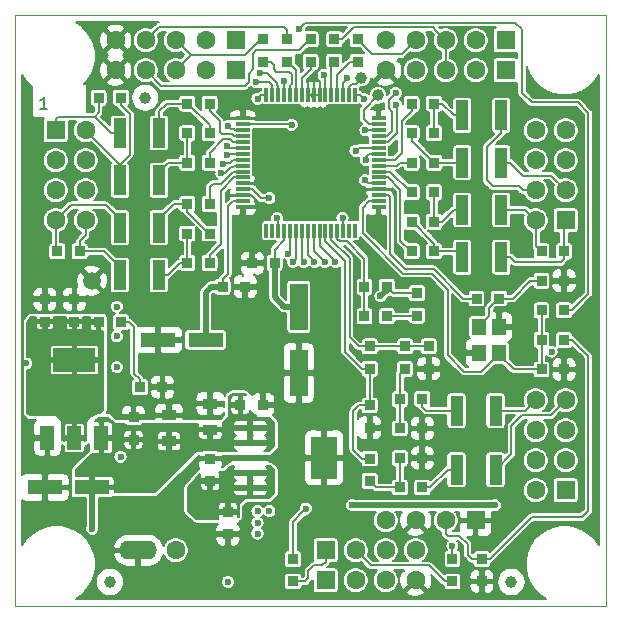
<source format=gtl>
G04 #@! TF.GenerationSoftware,KiCad,Pcbnew,(5.1.0)-1*
G04 #@! TF.CreationDate,2019-04-02T21:11:50+01:00*
G04 #@! TF.ProjectId,uCODEC-1.0,75434f44-4543-42d3-912e-302e6b696361,1.0*
G04 #@! TF.SameCoordinates,PX7de2900PY7365040*
G04 #@! TF.FileFunction,Copper,L1,Top*
G04 #@! TF.FilePolarity,Positive*
%FSLAX46Y46*%
G04 Gerber Fmt 4.6, Leading zero omitted, Abs format (unit mm)*
G04 Created by KiCad (PCBNEW (5.1.0)-1) date 2019-04-02 21:11:50*
%MOMM*%
%LPD*%
G04 APERTURE LIST*
%ADD10C,0.100000*%
%ADD11C,0.200000*%
%ADD12C,1.000000*%
%ADD13R,2.150000X0.550000*%
%ADD14R,2.200000X3.600000*%
%ADD15R,1.600000X1.600000*%
%ADD16C,1.600000*%
%ADD17R,1.500000X4.000000*%
%ADD18R,1.200000X1.400000*%
%ADD19R,0.900000X0.900000*%
%ADD20R,1.100000X2.500000*%
%ADD21R,3.000000X1.200000*%
%ADD22R,1.200000X0.300000*%
%ADD23R,0.300000X1.200000*%
%ADD24R,1.300000X0.900000*%
%ADD25C,1.500000*%
%ADD26O,3.200000X1.600000*%
%ADD27R,1.200000X2.000000*%
%ADD28R,3.600000X2.000000*%
%ADD29C,0.600000*%
%ADD30C,0.500000*%
G04 APERTURE END LIST*
D10*
X0Y50000000D02*
X0Y0D01*
X50000000Y50000000D02*
X0Y50000000D01*
X50000000Y0D02*
X50000000Y50000000D01*
X0Y0D02*
X50000000Y0D01*
D11*
X2685714Y42073620D02*
X2114285Y42073620D01*
X2400000Y42073620D02*
X2400000Y43073620D01*
X2304761Y42930762D01*
X2209523Y42835524D01*
X2114285Y42787905D01*
D12*
X11000000Y43000000D03*
X8000000Y2000000D03*
X42000000Y2000000D03*
D13*
X19888500Y11230000D03*
X19888500Y13770000D03*
X19888500Y15040000D03*
X19888500Y9960000D03*
X19888500Y12500000D03*
D14*
X26149600Y12500000D03*
D15*
X3410000Y40240000D03*
D16*
X5950000Y40240000D03*
X3410000Y37700000D03*
X5950000Y37700000D03*
X3410000Y35160000D03*
X5950000Y35160000D03*
X3410000Y32620000D03*
X5950000Y32620000D03*
D17*
X24000000Y25300000D03*
X24000000Y19700000D03*
D18*
X40950000Y21400000D03*
X40950000Y23600000D03*
X39250000Y23600000D03*
X39250000Y21400000D03*
D19*
X46450000Y20000000D03*
X44550000Y20000000D03*
X30000000Y16950000D03*
X30000000Y15050000D03*
X35000000Y20050000D03*
X35000000Y21950000D03*
D20*
X40650000Y11500000D03*
X37350000Y11500000D03*
X37350000Y16500000D03*
X40650000Y16500000D03*
D12*
X30700000Y43200000D03*
X29300000Y44700000D03*
D19*
X23500000Y2050000D03*
X23500000Y3950000D03*
D20*
X37850000Y37500000D03*
X41150000Y37500000D03*
X12150000Y40000000D03*
X8850000Y40000000D03*
D21*
X12100000Y22500000D03*
X16100000Y22500000D03*
D19*
X27000000Y47950000D03*
X27000000Y46050000D03*
X30000000Y21950000D03*
X30000000Y20050000D03*
D16*
X44050000Y40240000D03*
X46590000Y40240000D03*
X44050000Y37700000D03*
X46590000Y37700000D03*
X44050000Y35160000D03*
X46590000Y35160000D03*
X44050000Y32620000D03*
D15*
X46590000Y32620000D03*
D19*
X35450000Y35000000D03*
X33550000Y35000000D03*
X14550000Y40000000D03*
X16450000Y40000000D03*
X35450000Y37500000D03*
X33550000Y37500000D03*
X44550000Y30000000D03*
X46450000Y30000000D03*
X33550000Y40000000D03*
X35450000Y40000000D03*
X35450000Y32500000D03*
X33550000Y32500000D03*
X14550000Y31500000D03*
X16450000Y31500000D03*
X33550000Y42500000D03*
X35450000Y42500000D03*
X35450000Y30000000D03*
X33550000Y30000000D03*
X16450000Y42500000D03*
X14550000Y42500000D03*
X16450000Y37500000D03*
X14550000Y37500000D03*
X16450000Y34000000D03*
X14550000Y34000000D03*
X16450000Y29000000D03*
X14550000Y29000000D03*
X8950000Y43000000D03*
X7050000Y43000000D03*
X5450000Y30000000D03*
X3550000Y30000000D03*
D20*
X12150000Y32000000D03*
X8850000Y32000000D03*
X8850000Y28000000D03*
X12150000Y28000000D03*
X37850000Y29500000D03*
X41150000Y29500000D03*
X41150000Y33500000D03*
X37850000Y33500000D03*
X41150000Y41500000D03*
X37850000Y41500000D03*
X8850000Y36000000D03*
X12150000Y36000000D03*
D19*
X18000000Y7950000D03*
X18000000Y6050000D03*
X2500000Y24050000D03*
X2500000Y25950000D03*
D15*
X46590000Y9760000D03*
D16*
X44050000Y9760000D03*
X46590000Y12300000D03*
X44050000Y12300000D03*
X46590000Y14840000D03*
X44050000Y14840000D03*
X46590000Y17380000D03*
X44050000Y17380000D03*
D22*
X30750000Y33750001D03*
X30750000Y34250000D03*
X30750000Y34750000D03*
X30750000Y35250000D03*
X30750000Y35750000D03*
X30750000Y36250001D03*
X30750000Y36750000D03*
X30750000Y37250000D03*
X30750000Y37750000D03*
X30750000Y38250000D03*
X30750000Y38749999D03*
X30750000Y39250000D03*
X30750000Y39750000D03*
X30750000Y40250000D03*
X30750000Y40750000D03*
X30750000Y41249999D03*
D23*
X28749999Y43250000D03*
X28250000Y43250000D03*
X27750000Y43250000D03*
X27250000Y43250000D03*
X26750000Y43250000D03*
X26249999Y43250000D03*
X25750000Y43250000D03*
X25250000Y43250000D03*
X24750000Y43250000D03*
X24250000Y43250000D03*
X23750001Y43250000D03*
X23250000Y43250000D03*
X22750000Y43250000D03*
X22250000Y43250000D03*
X21750000Y43250000D03*
X21250001Y43250000D03*
D22*
X19250000Y41249999D03*
X19250000Y40750000D03*
X19250000Y40250000D03*
X19250000Y39750000D03*
X19250000Y39250000D03*
X19250000Y38749999D03*
X19250000Y38250000D03*
X19250000Y37750000D03*
X19250000Y37250000D03*
X19250000Y36750000D03*
X19250000Y36250001D03*
X19250000Y35750000D03*
X19250000Y35250000D03*
X19250000Y34750000D03*
X19250000Y34250000D03*
X19250000Y33750001D03*
D23*
X21250001Y31750000D03*
X21750000Y31750000D03*
X22250000Y31750000D03*
X22750000Y31750000D03*
X23250000Y31750000D03*
X23750001Y31750000D03*
X24250000Y31750000D03*
X24750000Y31750000D03*
X25250000Y31750000D03*
X25750000Y31750000D03*
X26249999Y31750000D03*
X26750000Y31750000D03*
X27250000Y31750000D03*
X27750000Y31750000D03*
X28250000Y31750000D03*
X28749999Y31750000D03*
D16*
X16110000Y45320000D03*
D15*
X18650000Y45320000D03*
D16*
X13570000Y45320000D03*
X11030000Y45320000D03*
X8490000Y45320000D03*
X31350000Y45320000D03*
X33890000Y45320000D03*
X36430000Y45320000D03*
D15*
X41510000Y45320000D03*
D16*
X38970000Y45320000D03*
D19*
X21950000Y29000000D03*
X20050000Y29000000D03*
X16500000Y10550000D03*
X16500000Y12450000D03*
X20950000Y17000000D03*
X19050000Y17000000D03*
X30000000Y10550000D03*
X30000000Y12450000D03*
X33000000Y21950000D03*
X33000000Y20050000D03*
D24*
X16500000Y14900000D03*
X16500000Y17100000D03*
D19*
X8950000Y24000000D03*
X7050000Y24000000D03*
X10550000Y18500000D03*
X12450000Y18500000D03*
D24*
X13000000Y16100000D03*
X13000000Y13900000D03*
D19*
X10000000Y15950000D03*
X10000000Y14050000D03*
X5000000Y24050000D03*
X5000000Y25950000D03*
D21*
X6500000Y10000000D03*
X2500000Y10000000D03*
D16*
X33890000Y4680000D03*
X31350000Y4680000D03*
D15*
X26270000Y4680000D03*
D16*
X28810000Y4680000D03*
D19*
X44550001Y25000000D03*
X46449999Y25000000D03*
X25000000Y46050000D03*
X25000000Y47950000D03*
X37000000Y2050000D03*
X37000000Y3950000D03*
X44550000Y27500000D03*
X46450000Y27500000D03*
D16*
X38970000Y47860000D03*
D15*
X41510000Y47860000D03*
D16*
X36430000Y47860000D03*
X33890000Y47860000D03*
X31350000Y47860000D03*
D19*
X23000000Y46050000D03*
X23000000Y47950000D03*
X21000000Y46050000D03*
X21000000Y47950000D03*
X29000000Y47950000D03*
X29000000Y46050000D03*
X34450000Y12500000D03*
X32550000Y12500000D03*
X34450000Y17500000D03*
X32550000Y17500000D03*
X34450000Y10000000D03*
X32550000Y10000000D03*
X34450000Y15000000D03*
X32550000Y15000000D03*
X39500000Y3950000D03*
X39500000Y2050000D03*
X46450000Y22500000D03*
X44550000Y22500000D03*
X40950000Y26000000D03*
X39050000Y26000000D03*
D16*
X28810000Y2140000D03*
D15*
X26270000Y2140000D03*
D16*
X31350000Y2140000D03*
X33890000Y2140000D03*
X16110000Y47860000D03*
D15*
X18650000Y47860000D03*
D16*
X13570000Y47860000D03*
X11030000Y47860000D03*
X8490000Y47860000D03*
X36430000Y7220000D03*
D15*
X38970000Y7220000D03*
D16*
X33890000Y7220000D03*
X31350000Y7220000D03*
D25*
X6500000Y27500000D03*
D19*
X34000000Y26450000D03*
X34000000Y24550000D03*
X31450000Y27000000D03*
X29550000Y27000000D03*
X31450000Y24500000D03*
X29550000Y24500000D03*
X19450000Y27000000D03*
X17550000Y27000000D03*
D26*
X10395000Y4680000D03*
D16*
X13570000Y4680000D03*
D27*
X2714000Y14198000D03*
X7286000Y14198000D03*
X5000000Y14198000D03*
D28*
X5000000Y20802000D03*
D29*
X3490000Y7031500D03*
X1077000Y7031500D03*
X10411500Y6587000D03*
X11919000Y2775000D03*
X49130000Y42780000D03*
X49130000Y32620000D03*
X49130000Y5950000D03*
X5950000Y870000D03*
X37700000Y870000D03*
X44050000Y870000D03*
X870000Y44050000D03*
X5950000Y49130000D03*
X870000Y37700000D03*
X27540000Y870000D03*
X29481930Y35223853D03*
X20424558Y35782523D03*
X20549964Y33900000D03*
X32100000Y38700000D03*
X18000000Y42500000D03*
X30400000Y32500000D03*
X25200000Y44700000D03*
X49200010Y21172181D03*
X49200000Y26400000D03*
X22500000Y900000D03*
X24500000Y39800000D03*
X26600000Y34300000D03*
X23400000Y34300000D03*
X49130000Y37700000D03*
X10000000Y17000000D03*
X12000000Y24000000D03*
X12000000Y21000000D03*
X11000000Y20000000D03*
X11000000Y25500000D03*
X1200000Y14200000D03*
X1200000Y15200000D03*
X1200000Y13100000D03*
X1100000Y8400000D03*
X5300000Y7000000D03*
X15100000Y2800000D03*
X15000000Y11600000D03*
X14200000Y10800000D03*
X23200000Y11800000D03*
X23200000Y14500000D03*
X27300000Y16100000D03*
X24700000Y9400000D03*
X23400000Y8200000D03*
X24600000Y4500000D03*
X25400000Y7500000D03*
X900000Y20500000D03*
X5000000Y27200000D03*
X2500000Y27200000D03*
X3800000Y27200000D03*
X13000000Y17200000D03*
X17200000Y18500000D03*
X17500000Y17100000D03*
X22300000Y19500000D03*
X27300000Y19600000D03*
X27300000Y18600000D03*
X37200000Y18600000D03*
X37300000Y23100000D03*
X27200000Y23100000D03*
X17300000Y24100000D03*
X8500000Y16100000D03*
X8900000Y12600000D03*
X22400000Y17000000D03*
X45300000Y18500000D03*
X42400000Y21900000D03*
X42400000Y23700000D03*
X42400000Y19100000D03*
X34600000Y18600000D03*
X31200000Y15000000D03*
X18000000Y4750000D03*
X20300000Y30000000D03*
X18600000Y28800000D03*
X18500000Y21800000D03*
X47750000Y19600000D03*
X19500000Y25800000D03*
X19600000Y42500000D03*
X33400000Y13900000D03*
X30580000Y42170000D03*
X23400000Y38650000D03*
X27200000Y38850000D03*
X37300000Y21550000D03*
X47800000Y26750000D03*
X28500000Y8500000D03*
X2800000Y22400000D03*
X1900000Y22400000D03*
X1500000Y24000000D03*
X2300000Y18600000D03*
X40600000Y8500000D03*
X45400000Y21500000D03*
X23400000Y40700000D03*
X20719780Y45069231D03*
X18000000Y40600000D03*
X24600000Y8200000D03*
X20400000Y44300000D03*
X37000000Y5050000D03*
X24000000Y48800000D03*
X22727838Y44400000D03*
X26100000Y44900000D03*
X28097340Y44645884D03*
X15500000Y9000000D03*
X15500000Y8000000D03*
X15000000Y8500000D03*
X29633268Y40240399D03*
X17900188Y38916322D03*
X26200000Y29100000D03*
X27100000Y29100000D03*
X24400000Y29100000D03*
X25300000Y29100000D03*
X23100000Y29800000D03*
X23500000Y29100000D03*
X29649988Y37749978D03*
X28800000Y38500000D03*
X32199989Y42418192D03*
X32200000Y43400000D03*
X17610563Y37368888D03*
X17447189Y36585735D03*
X17895805Y38116322D03*
X7500000Y11500000D03*
X8500000Y11500000D03*
X9500000Y11500000D03*
X9000000Y11000000D03*
X18000000Y2000000D03*
X6500000Y6500000D03*
X6500000Y11500000D03*
X27700000Y32800000D03*
X29602246Y36014766D03*
X22149990Y32800000D03*
X21500000Y34500000D03*
X21500000Y8000000D03*
X20500000Y8000000D03*
X30900000Y26200000D03*
X20500000Y7000000D03*
X20500000Y6100000D03*
X20500000Y42899986D03*
X29500000Y42899992D03*
X8600000Y22800000D03*
X8600000Y20200000D03*
X8600000Y25300000D03*
D11*
X30750000Y35250000D02*
X29508077Y35250000D01*
X29508077Y35250000D02*
X29481930Y35223853D01*
X19933771Y34750000D02*
X20249965Y34433806D01*
X20249965Y34199999D02*
X20549964Y33900000D01*
X19250000Y34750000D02*
X19933771Y34750000D01*
X20249965Y34433806D02*
X20249965Y34199999D01*
X19250000Y35750000D02*
X20392035Y35750000D01*
X20392035Y35750000D02*
X20424558Y35782523D01*
X25250000Y43250000D02*
X25250000Y44550000D01*
X24750000Y43250000D02*
X25250000Y43250000D01*
X25750000Y43250000D02*
X25250000Y43250000D01*
D30*
X25250000Y44550000D02*
X25200000Y44600000D01*
X25200000Y44600000D02*
X25200000Y44700000D01*
D11*
X25750000Y43250000D02*
X25750000Y44400001D01*
X25750000Y44400001D02*
X25499999Y44400001D01*
X25499999Y44400001D02*
X25200000Y44700000D01*
X24750000Y44250000D02*
X24900001Y44400001D01*
X24750000Y43250000D02*
X24750000Y44250000D01*
X24900001Y44400001D02*
X25200000Y44700000D01*
D30*
X16500000Y17100000D02*
X17500000Y17100000D01*
X6100000Y21402000D02*
X5500000Y20802000D01*
X28500000Y8500000D02*
X40600000Y8500000D01*
D11*
X19250000Y40750000D02*
X23350000Y40750000D01*
X23350000Y40750000D02*
X23400000Y40700000D01*
X21144044Y45069231D02*
X20719780Y45069231D01*
X21298479Y45069231D02*
X21144044Y45069231D01*
X22127837Y44239873D02*
X21298479Y45069231D01*
X22127837Y44111999D02*
X22127837Y44239873D01*
X22250000Y43250000D02*
X22250000Y43989836D01*
X22250000Y43989836D02*
X22127837Y44111999D01*
X18585914Y40250000D02*
X18519568Y40316346D01*
X18519568Y40316346D02*
X18283654Y40316346D01*
X18283654Y40316346D02*
X18000000Y40600000D01*
X19250000Y40250000D02*
X18585914Y40250000D01*
X23500000Y3950000D02*
X23500000Y7100000D01*
X23500000Y7100000D02*
X24300001Y7900001D01*
X24300001Y7900001D02*
X24600000Y8200000D01*
X21750000Y43250000D02*
X21750000Y43850000D01*
X37000000Y5050000D02*
X37000000Y3950000D01*
X21727826Y44072174D02*
X21500000Y44300000D01*
X21750000Y43250000D02*
X21727826Y43272174D01*
X21727826Y43272174D02*
X21727826Y44072174D01*
X20824264Y44300000D02*
X20400000Y44300000D01*
X21500000Y44300000D02*
X20824264Y44300000D01*
X47099999Y25000000D02*
X48500000Y26400001D01*
X46449999Y25000000D02*
X47099999Y25000000D01*
X48500000Y26400001D02*
X48500000Y41700000D01*
X48500000Y41700000D02*
X47600000Y42600000D01*
X47600000Y42600000D02*
X43700000Y42600000D01*
X43700000Y42600000D02*
X42900000Y43400000D01*
X42900000Y43400000D02*
X42900000Y48800000D01*
X42339988Y49360012D02*
X26760012Y49360012D01*
X42900000Y48800000D02*
X42339988Y49360012D01*
X26760012Y49360012D02*
X24560012Y49360012D01*
X24560012Y49360012D02*
X24000000Y48800000D01*
X24250000Y43250000D02*
X24250000Y44650000D01*
X25000000Y45400000D02*
X25000000Y46050000D01*
X24250000Y44650000D02*
X25000000Y45400000D01*
X22750000Y44377838D02*
X22727838Y44400000D01*
X22750000Y43250000D02*
X22750000Y44377838D01*
X23400000Y45000000D02*
X23400000Y44200000D01*
X23400000Y44200000D02*
X23250000Y44050000D01*
X22100000Y45200000D02*
X23200000Y45200000D01*
X21650000Y46050000D02*
X21900000Y45800000D01*
X21000000Y46050000D02*
X21650000Y46050000D01*
X23250000Y44050000D02*
X23250000Y43250000D01*
X21900000Y45800000D02*
X21900000Y45400000D01*
X21900000Y45400000D02*
X22100000Y45200000D01*
X23200000Y45200000D02*
X23400000Y45000000D01*
X23750001Y43984301D02*
X23800011Y44034311D01*
X23750001Y43250000D02*
X23750001Y43984301D01*
X23800011Y44034311D02*
X23800011Y45338129D01*
X23800011Y45338129D02*
X23250000Y45888140D01*
X23250000Y45888140D02*
X23250000Y45950000D01*
X26249999Y44750001D02*
X26100000Y44900000D01*
X26249999Y43250000D02*
X26249999Y44750001D01*
X26750000Y43250000D02*
X26750000Y45800000D01*
X26750000Y45800000D02*
X27000000Y46050000D01*
X27250000Y43250000D02*
X27250000Y44950000D01*
X28350000Y46050000D02*
X29000000Y46050000D01*
X27250000Y44950000D02*
X28350000Y46050000D01*
X27750000Y44298544D02*
X27797341Y44345885D01*
X27750000Y43250000D02*
X27750000Y44298544D01*
X27797341Y44345885D02*
X28097340Y44645884D01*
X28500001Y44200001D02*
X28800001Y44200001D01*
X28250000Y43250000D02*
X28250000Y43950000D01*
X28250000Y43950000D02*
X28500001Y44200001D01*
X28800001Y44200001D02*
X29300000Y44700000D01*
X30700000Y43200000D02*
X29500000Y42000000D01*
X29500000Y42000000D02*
X29500000Y41200000D01*
X29950000Y40750000D02*
X30750000Y40750000D01*
X29500000Y41200000D02*
X29950000Y40750000D01*
X40150000Y3950000D02*
X39500000Y3950000D01*
X48500000Y8000000D02*
X48000000Y7500000D01*
X48000000Y7500000D02*
X43700000Y7500000D01*
X43700000Y7500000D02*
X40150000Y3950000D01*
X48500000Y21100000D02*
X48500000Y19700000D01*
X47100000Y22500000D02*
X48500000Y21100000D01*
X46450000Y22500000D02*
X47100000Y22500000D01*
X48500000Y19700000D02*
X48500000Y8000000D01*
X36430000Y6088630D02*
X36430000Y7220000D01*
X38650000Y3950000D02*
X38300000Y4300000D01*
X38300000Y4300000D02*
X38300000Y5200000D01*
X38300000Y5200000D02*
X37600000Y5900000D01*
X37600000Y5900000D02*
X36618630Y5900000D01*
X39500000Y3950000D02*
X38650000Y3950000D01*
X36618630Y5900000D02*
X36430000Y6088630D01*
X9600000Y24000000D02*
X8950000Y24000000D01*
X10050000Y23550000D02*
X9600000Y24000000D01*
X10050000Y19650000D02*
X10050000Y20050000D01*
X10550000Y19150000D02*
X10050000Y19650000D01*
X10550000Y18500000D02*
X10550000Y19150000D01*
X10050000Y20050000D02*
X10050000Y23550000D01*
X29642869Y40250000D02*
X29633268Y40240399D01*
X30750000Y40250000D02*
X29642869Y40250000D01*
X14830000Y46600000D02*
X13570000Y47860000D01*
X14830000Y46580000D02*
X13570000Y45320000D01*
X14830000Y46600000D02*
X14830000Y46580000D01*
X21250000Y47850000D02*
X21144298Y47850000D01*
X14830000Y46600000D02*
X19434300Y46600000D01*
X20784300Y47950000D02*
X21000000Y47950000D01*
X19434300Y46600000D02*
X20784300Y47950000D01*
X24000000Y47000000D02*
X24950000Y47950000D01*
X20100000Y46700000D02*
X20400000Y47000000D01*
X12350000Y44000000D02*
X19400000Y44000000D01*
X20400000Y47000000D02*
X24000000Y47000000D01*
X11030000Y45320000D02*
X12350000Y44000000D01*
X19400000Y44000000D02*
X19750001Y44350001D01*
X24950000Y47950000D02*
X25000000Y47950000D01*
X19750001Y44350001D02*
X19750001Y45050001D01*
X19750001Y45050001D02*
X20100000Y45400000D01*
X20100000Y45400000D02*
X20100000Y46700000D01*
X35630001Y48659999D02*
X36430000Y47860000D01*
X35329999Y48960001D02*
X35630001Y48659999D01*
X27650000Y47950000D02*
X28660001Y48960001D01*
X27000000Y47950000D02*
X27650000Y47950000D01*
X28660001Y48960001D02*
X35329999Y48960001D01*
X36430000Y47860000D02*
X36430000Y45320000D01*
X19250000Y39750000D02*
X18520214Y39750000D01*
X18353879Y39916335D02*
X17483665Y39916335D01*
X16450000Y41850000D02*
X16450000Y42500000D01*
X17300000Y40100000D02*
X17300000Y41000000D01*
X17483665Y39916335D02*
X17300000Y40100000D01*
X17300000Y41000000D02*
X16450000Y41850000D01*
X18520214Y39750000D02*
X18353879Y39916335D01*
X19250000Y39250000D02*
X18450000Y39250000D01*
X18450000Y39250000D02*
X18183676Y39516324D01*
X16450000Y38150000D02*
X16450000Y37500000D01*
X18183676Y39516324D02*
X17612186Y39516324D01*
X16450000Y38354138D02*
X16450000Y38150000D01*
X17612186Y39516324D02*
X16450000Y38354138D01*
X30000000Y20050000D02*
X30000000Y16950000D01*
X27899989Y21500011D02*
X29350000Y20050000D01*
X29350000Y20050000D02*
X30000000Y20050000D01*
X27899989Y29200011D02*
X27899989Y21500011D01*
X26249999Y30850001D02*
X27899989Y29200011D01*
X26249999Y31750000D02*
X26249999Y30850001D01*
X29350000Y12450000D02*
X28600000Y13200000D01*
X30000000Y12450000D02*
X29350000Y12450000D01*
X28600000Y13200000D02*
X28600000Y16500000D01*
X29050000Y16950000D02*
X30000000Y16950000D01*
X28600000Y16500000D02*
X29050000Y16950000D01*
X19250000Y38749999D02*
X18066511Y38749999D01*
X18066511Y38749999D02*
X17900188Y38916322D01*
X25250000Y30050000D02*
X25900001Y29399999D01*
X25900001Y29399999D02*
X26200000Y29100000D01*
X25250000Y31750000D02*
X25250000Y30050000D01*
X25750000Y31750000D02*
X25750000Y30450000D01*
X26800001Y29399999D02*
X27100000Y29100000D01*
X25750000Y30450000D02*
X26800001Y29399999D01*
X33650000Y21950000D02*
X35000000Y21950000D01*
X33000000Y21950000D02*
X33650000Y21950000D01*
X32350000Y21950000D02*
X30000000Y21950000D01*
X33000000Y21950000D02*
X32350000Y21950000D01*
X29050000Y21950000D02*
X30000000Y21950000D01*
X26750000Y30950000D02*
X28300000Y29400000D01*
X28300000Y22700000D02*
X29050000Y21950000D01*
X28300000Y29400000D02*
X28300000Y22700000D01*
X26750000Y31750000D02*
X26750000Y30950000D01*
X24250000Y31750000D02*
X24250000Y29250000D01*
X24250000Y29250000D02*
X24400000Y29100000D01*
X25000001Y29399999D02*
X25300000Y29100000D01*
X24750000Y29650000D02*
X25000001Y29399999D01*
X24750000Y31750000D02*
X24750000Y29650000D01*
X23250000Y31750000D02*
X23250000Y29950000D01*
X23250000Y29950000D02*
X23100000Y29800000D01*
X23750001Y29350001D02*
X23500000Y29100000D01*
X23750001Y31750000D02*
X23750001Y29350001D01*
X29649988Y37949988D02*
X29649988Y37749978D01*
X29950000Y38250000D02*
X29649988Y37949988D01*
X30750000Y38250000D02*
X29950000Y38250000D01*
X33500000Y30000000D02*
X33550000Y30000000D01*
X32600022Y30899978D02*
X33500000Y30000000D01*
X32600022Y35199979D02*
X32600022Y30899978D01*
X30750000Y36250001D02*
X31550000Y36250001D01*
X31550000Y36250001D02*
X32600022Y35199979D01*
X31550000Y36750000D02*
X30750000Y36750000D01*
X31750000Y36750000D02*
X31550000Y36750000D01*
X33550000Y35000000D02*
X33500000Y35000000D01*
X33500000Y35000000D02*
X31750000Y36750000D01*
X30750000Y37250000D02*
X32300000Y37250000D01*
X32550000Y37500000D02*
X33550000Y37500000D01*
X32300000Y37250000D02*
X32550000Y37500000D01*
X32150000Y37750000D02*
X30750000Y37750000D01*
X32700000Y38300000D02*
X32150000Y37750000D01*
X32700000Y41000000D02*
X32700000Y38300000D01*
X33550000Y41850000D02*
X32700000Y41000000D01*
X33550000Y42500000D02*
X33550000Y41850000D01*
X30750000Y38749999D02*
X29049999Y38749999D01*
X29049999Y38749999D02*
X28800000Y38500000D01*
X31550000Y39250000D02*
X32299989Y39999989D01*
X30750000Y39250000D02*
X31550000Y39250000D01*
X32299989Y39999989D02*
X32299989Y42318192D01*
X32299989Y42318192D02*
X32199989Y42418192D01*
X30750000Y39750000D02*
X31484300Y39750000D01*
X31599983Y42799983D02*
X31900001Y43100001D01*
X31900001Y43100001D02*
X32200000Y43400000D01*
X31599983Y42130185D02*
X31599983Y42799983D01*
X31899978Y41830190D02*
X31599983Y42130185D01*
X31899978Y40165678D02*
X31899978Y41830190D01*
X31484300Y39750000D02*
X31899978Y40165678D01*
X18144323Y37500024D02*
X17741699Y37500024D01*
X19250000Y37750000D02*
X18394299Y37750000D01*
X17741699Y37500024D02*
X17610563Y37368888D01*
X18394299Y37750000D02*
X18144323Y37500024D01*
X18550000Y37250000D02*
X18400013Y37100013D01*
X17730032Y36585735D02*
X17447189Y36585735D01*
X19250000Y37250000D02*
X18550000Y37250000D01*
X18400013Y37100013D02*
X18244310Y37100013D01*
X18244310Y37100013D02*
X17730032Y36585735D01*
X16450000Y35450000D02*
X16450000Y34000000D01*
X16690003Y35690003D02*
X16450000Y35450000D01*
X17400000Y35690003D02*
X16690003Y35690003D01*
X18409999Y36700002D02*
X17400000Y35690003D01*
X19250000Y36750000D02*
X19200002Y36700002D01*
X19200002Y36700002D02*
X18409999Y36700002D01*
X18029483Y38250000D02*
X17895805Y38116322D01*
X19250000Y38250000D02*
X18029483Y38250000D01*
X19250000Y36250001D02*
X18525696Y36250001D01*
X18525696Y36250001D02*
X17400000Y35124305D01*
X16450000Y29650000D02*
X16450000Y29000000D01*
X17400000Y30600000D02*
X16450000Y29650000D01*
X17400000Y35124305D02*
X17400000Y30600000D01*
X30090000Y3400000D02*
X28810000Y4680000D01*
X35000000Y3400000D02*
X34900000Y3400000D01*
X36350000Y2050000D02*
X35000000Y3400000D01*
X37000000Y2050000D02*
X36350000Y2050000D01*
X34900000Y3400000D02*
X30090000Y3400000D01*
X6749999Y39440001D02*
X5950000Y40240000D01*
X8850000Y37340000D02*
X6749999Y39440001D01*
X8850000Y36000000D02*
X8850000Y37340000D01*
X8950000Y42350000D02*
X9700000Y41600000D01*
X8950000Y43000000D02*
X8950000Y42350000D01*
X9700000Y38190000D02*
X8850000Y37340000D01*
X9700000Y41600000D02*
X9700000Y38190000D01*
X14550000Y39350000D02*
X14550000Y37500000D01*
X14550000Y40000000D02*
X14550000Y39350000D01*
X12150000Y36700000D02*
X12150000Y36000000D01*
X12950000Y37500000D02*
X12150000Y36700000D01*
X14550000Y37500000D02*
X12950000Y37500000D01*
X14600000Y42500000D02*
X14550000Y42500000D01*
X16450000Y40650000D02*
X14600000Y42500000D01*
X16450000Y40000000D02*
X16450000Y40650000D01*
X14550000Y42500000D02*
X12800000Y42500000D01*
X12150000Y41850000D02*
X12150000Y40000000D01*
X12800000Y42500000D02*
X12150000Y41850000D01*
X3410000Y41240000D02*
X3410000Y40240000D01*
X3570000Y41400000D02*
X3410000Y41240000D01*
X6600000Y41400000D02*
X3570000Y41400000D01*
X6700000Y41400000D02*
X6600000Y41400000D01*
X8100000Y40000000D02*
X6700000Y41400000D01*
X8850000Y40000000D02*
X8100000Y40000000D01*
X7050000Y41750000D02*
X6700000Y41400000D01*
X7050000Y43000000D02*
X7050000Y41750000D01*
X42940000Y35160000D02*
X44050000Y35160000D01*
X41150000Y41500000D02*
X41150000Y40050000D01*
X41150000Y40050000D02*
X39900000Y38800000D01*
X39900000Y38800000D02*
X39900000Y36000000D01*
X39900000Y36000000D02*
X40400000Y35500000D01*
X40400000Y35500000D02*
X42600000Y35500000D01*
X42600000Y35500000D02*
X42940000Y35160000D01*
X35450000Y40000000D02*
X35450000Y42500000D01*
X37100000Y41500000D02*
X37850000Y41500000D01*
X36100000Y42500000D02*
X37100000Y41500000D01*
X35450000Y42500000D02*
X36100000Y42500000D01*
X35450000Y37500000D02*
X37850000Y37500000D01*
X35400000Y37500000D02*
X35450000Y37500000D01*
X33550000Y39350000D02*
X35400000Y37500000D01*
X33550000Y40000000D02*
X33550000Y39350000D01*
X41900000Y37500000D02*
X43000000Y36400000D01*
X41150000Y37500000D02*
X41900000Y37500000D01*
X45350000Y36400000D02*
X46590000Y35160000D01*
X43000000Y36400000D02*
X45350000Y36400000D01*
X44100000Y32570000D02*
X44050000Y32620000D01*
X44550000Y30000000D02*
X44100000Y30450000D01*
X44100000Y30450000D02*
X44100000Y32570000D01*
X41150000Y34500000D02*
X41150000Y33800000D01*
X43170000Y33500000D02*
X44050000Y32620000D01*
X41150000Y33500000D02*
X43170000Y33500000D01*
X37100000Y33500000D02*
X37850000Y33500000D01*
X36100000Y32500000D02*
X37100000Y33500000D01*
X35450000Y32500000D02*
X36100000Y32500000D01*
X35450000Y34350000D02*
X35450000Y32500000D01*
X35450000Y35000000D02*
X35450000Y34350000D01*
X33550000Y32500000D02*
X33550000Y32450000D01*
X35450000Y30650000D02*
X35450000Y30000000D01*
X33650000Y32450000D02*
X35450000Y30650000D01*
X33550000Y32450000D02*
X33650000Y32450000D01*
X37350000Y30000000D02*
X37850000Y29500000D01*
X35450000Y30000000D02*
X37350000Y30000000D01*
X46450000Y32480000D02*
X46590000Y32620000D01*
X46450000Y30000000D02*
X46450000Y32480000D01*
X41900000Y29500000D02*
X42300000Y29100000D01*
X41150000Y29500000D02*
X41900000Y29500000D01*
X46450000Y29350000D02*
X46450000Y30000000D01*
X46200000Y29100000D02*
X46450000Y29350000D01*
X42300000Y29100000D02*
X46200000Y29100000D01*
X5450000Y30850000D02*
X5450000Y30000000D01*
X5950000Y32620000D02*
X5950000Y31350000D01*
X5950000Y31350000D02*
X5450000Y30850000D01*
X8850000Y28650000D02*
X8850000Y28000000D01*
X5450000Y30000000D02*
X7500000Y30000000D01*
X7500000Y30000000D02*
X8850000Y28650000D01*
X14550000Y31500000D02*
X14550000Y29000000D01*
X13900000Y29000000D02*
X14550000Y29000000D01*
X12900000Y28000000D02*
X13900000Y29000000D01*
X12150000Y28000000D02*
X12900000Y28000000D01*
X16400000Y31500000D02*
X16450000Y31500000D01*
X14550000Y33350000D02*
X16400000Y31500000D01*
X14550000Y34000000D02*
X14550000Y33350000D01*
X13900000Y34000000D02*
X14550000Y34000000D01*
X13450000Y34000000D02*
X13900000Y34000000D01*
X12150000Y32700000D02*
X13450000Y34000000D01*
X12150000Y32000000D02*
X12150000Y32700000D01*
X3410000Y30140000D02*
X3550000Y30000000D01*
X3410000Y32620000D02*
X3410000Y30140000D01*
X3410000Y32620000D02*
X4690000Y33900000D01*
X8850000Y32700000D02*
X8850000Y32000000D01*
X7650000Y33900000D02*
X8850000Y32700000D01*
X4690000Y33900000D02*
X7650000Y33900000D01*
X12170000Y49000000D02*
X11030000Y47860000D01*
X22750000Y49000000D02*
X12170000Y49000000D01*
X23000000Y48750000D02*
X23000000Y47950000D01*
X22750000Y49000000D02*
X23000000Y48750000D01*
X29000000Y47900000D02*
X30200000Y46700000D01*
X29000000Y47950000D02*
X29000000Y47900000D01*
X30200000Y46700000D02*
X32730000Y46700000D01*
X32730000Y46700000D02*
X33890000Y47860000D01*
X44550000Y27500000D02*
X43600000Y27500000D01*
X42100000Y26000000D02*
X40950000Y26000000D01*
X43600000Y27500000D02*
X42100000Y26000000D01*
X40900000Y26000000D02*
X40950000Y26000000D01*
X40100000Y25200000D02*
X40900000Y26000000D01*
X40100000Y24500000D02*
X40100000Y25200000D01*
X39350000Y23750000D02*
X40100000Y24500000D01*
X39250000Y23600000D02*
X39250000Y23750000D01*
X39250000Y23750000D02*
X39350000Y23750000D01*
X35100000Y10000000D02*
X34450000Y10000000D01*
X36600000Y11500000D02*
X35100000Y10000000D01*
X37350000Y11500000D02*
X36600000Y11500000D01*
X34450000Y16850000D02*
X34450000Y17500000D01*
X34800000Y16500000D02*
X34450000Y16850000D01*
X37350000Y16500000D02*
X34800000Y16500000D01*
X29550000Y25150000D02*
X29550000Y27000000D01*
X29550000Y24500000D02*
X29550000Y25150000D01*
X29550000Y28850044D02*
X29550000Y27000000D01*
X29550000Y29366807D02*
X29550000Y28850044D01*
X28066808Y30849999D02*
X29550000Y29366807D01*
X27444011Y30849999D02*
X28066808Y30849999D01*
X27250000Y31750000D02*
X27250000Y31044010D01*
X27250000Y31044010D02*
X27444011Y30849999D01*
X33950000Y24500000D02*
X34000000Y24550000D01*
X31450000Y24500000D02*
X33950000Y24500000D01*
X18450000Y34250000D02*
X19250000Y34250000D01*
X18000000Y33800000D02*
X18450000Y34250000D01*
X18000000Y28100000D02*
X18000000Y33800000D01*
X17550000Y27650000D02*
X18000000Y28100000D01*
X17550000Y27000000D02*
X17550000Y27650000D01*
D30*
X16600000Y27000000D02*
X17550000Y27000000D01*
X16100000Y26500000D02*
X16600000Y27000000D01*
X16100000Y22500000D02*
X16100000Y26500000D01*
D11*
X21950000Y29650000D02*
X21950000Y29000000D01*
X21950000Y30150000D02*
X21950000Y29650000D01*
X22750000Y30950000D02*
X21950000Y30150000D01*
X22750000Y31750000D02*
X22750000Y30950000D01*
D30*
X22750000Y25300000D02*
X24000000Y25300000D01*
X21950000Y26100000D02*
X22750000Y25300000D01*
X21950000Y29000000D02*
X21950000Y26100000D01*
X6500000Y6500000D02*
X6500000Y10000000D01*
D11*
X26270000Y3680000D02*
X25990000Y3400000D01*
X26270000Y4680000D02*
X26270000Y3680000D01*
X25990000Y3400000D02*
X25300000Y3400000D01*
X25300000Y3400000D02*
X24800000Y2900000D01*
X24800000Y2900000D02*
X24800000Y2300000D01*
X24550000Y2050000D02*
X23500000Y2050000D01*
X24800000Y2300000D02*
X24550000Y2050000D01*
X43170000Y16500000D02*
X44050000Y17380000D01*
X40650000Y16500000D02*
X43170000Y16500000D01*
X42000000Y12850000D02*
X40650000Y11500000D01*
X42000000Y15200000D02*
X42000000Y12850000D01*
X42900000Y16100000D02*
X42000000Y15200000D01*
X46590000Y17380000D02*
X45310000Y16100000D01*
X45310000Y16100000D02*
X42900000Y16100000D01*
X32550000Y16850000D02*
X32550000Y15000000D01*
X32550000Y17500000D02*
X32550000Y16850000D01*
X32550000Y19600000D02*
X33000000Y20050000D01*
X32550000Y17500000D02*
X32550000Y19600000D01*
X32550000Y12500000D02*
X32550000Y10000000D01*
X30550000Y10000000D02*
X30000000Y10550000D01*
X32550000Y10000000D02*
X30550000Y10000000D01*
X27750000Y31750000D02*
X27750000Y32750000D01*
X27750000Y32750000D02*
X27700000Y32800000D01*
X29867012Y35750000D02*
X29602246Y36014766D01*
X30750000Y35750000D02*
X29867012Y35750000D01*
X22250000Y32699990D02*
X22149990Y32800000D01*
X22250000Y31750000D02*
X22250000Y32699990D01*
X20811996Y34500000D02*
X21075736Y34500000D01*
X21075736Y34500000D02*
X21500000Y34500000D01*
X20061996Y35250000D02*
X20811996Y34500000D01*
X19250000Y35250000D02*
X20061996Y35250000D01*
X32000000Y26450000D02*
X31450000Y27000000D01*
X34000000Y26450000D02*
X32000000Y26450000D01*
D30*
X31450000Y27000000D02*
X31450000Y26750000D01*
X31450000Y26750000D02*
X30900000Y26200000D01*
D11*
X21250001Y43250000D02*
X20850014Y43250000D01*
X20799999Y43199985D02*
X20500000Y42899986D01*
X20850014Y43250000D02*
X20799999Y43199985D01*
X28749999Y43250000D02*
X29149992Y43250000D01*
X29200001Y43199991D02*
X29500000Y42899992D01*
X29149992Y43250000D02*
X29200001Y43199991D01*
X44550000Y23150000D02*
X44550000Y22500000D01*
X44550001Y25000000D02*
X44550000Y23150000D01*
X44550000Y20000000D02*
X44550000Y22500000D01*
X29950000Y34250000D02*
X30750000Y34250000D01*
X29400000Y33700000D02*
X29950000Y34250000D01*
X29400000Y31534300D02*
X29400000Y33700000D01*
X32834311Y28099989D02*
X29400000Y31534300D01*
X38000000Y19800000D02*
X36600000Y21200000D01*
X36600000Y21200000D02*
X36600000Y26745118D01*
X36600000Y26745118D02*
X35245130Y28099989D01*
X35245130Y28099989D02*
X32834311Y28099989D01*
X40950000Y21300000D02*
X40950000Y21400000D01*
X39450000Y19800000D02*
X40950000Y21300000D01*
X38700000Y19800000D02*
X39450000Y19800000D01*
X38700000Y19800000D02*
X38000000Y19800000D01*
X40950000Y21400000D02*
X40950000Y21250000D01*
X42200000Y20000000D02*
X44550000Y20000000D01*
X40950000Y21250000D02*
X42200000Y20000000D01*
X37910819Y26000000D02*
X39050000Y26000000D01*
X31550000Y34750000D02*
X31746523Y34553477D01*
X30750000Y34750000D02*
X31550000Y34750000D01*
X31746523Y34553477D02*
X31746523Y29753477D01*
X31746523Y29753477D02*
X33000000Y28500000D01*
X33000000Y28500000D02*
X35410819Y28500000D01*
X35410819Y28500000D02*
X37910819Y26000000D01*
G36*
X12091586Y49394212D02*
G01*
X12016186Y49371340D01*
X11946697Y49334197D01*
X11885789Y49284211D01*
X11873263Y49268948D01*
X11471903Y48867588D01*
X11350858Y48917727D01*
X11138341Y48960000D01*
X10921659Y48960000D01*
X10709142Y48917727D01*
X10508955Y48834807D01*
X10328791Y48714425D01*
X10175575Y48561209D01*
X10055193Y48381045D01*
X9972273Y48180858D01*
X9930000Y47968341D01*
X9930000Y47751659D01*
X9972273Y47539142D01*
X10055193Y47338955D01*
X10175575Y47158791D01*
X10328791Y47005575D01*
X10508955Y46885193D01*
X10709142Y46802273D01*
X10921659Y46760000D01*
X11138341Y46760000D01*
X11350858Y46802273D01*
X11551045Y46885193D01*
X11731209Y47005575D01*
X11884425Y47158791D01*
X12004807Y47338955D01*
X12087727Y47539142D01*
X12130000Y47751659D01*
X12130000Y47968341D01*
X12087727Y48180858D01*
X12037588Y48301903D01*
X12335685Y48600000D01*
X12754366Y48600000D01*
X12715575Y48561209D01*
X12595193Y48381045D01*
X12512273Y48180858D01*
X12470000Y47968341D01*
X12470000Y47751659D01*
X12512273Y47539142D01*
X12595193Y47338955D01*
X12715575Y47158791D01*
X12868791Y47005575D01*
X13048955Y46885193D01*
X13249142Y46802273D01*
X13461659Y46760000D01*
X13678341Y46760000D01*
X13890858Y46802273D01*
X14011903Y46852411D01*
X14274314Y46590000D01*
X14011903Y46327589D01*
X13890858Y46377727D01*
X13678341Y46420000D01*
X13461659Y46420000D01*
X13249142Y46377727D01*
X13048955Y46294807D01*
X12868791Y46174425D01*
X12715575Y46021209D01*
X12595193Y45841045D01*
X12512273Y45640858D01*
X12470000Y45428341D01*
X12470000Y45211659D01*
X12512273Y44999142D01*
X12595193Y44798955D01*
X12715575Y44618791D01*
X12868791Y44465575D01*
X12966931Y44400000D01*
X12515686Y44400000D01*
X12037589Y44878097D01*
X12087727Y44999142D01*
X12130000Y45211659D01*
X12130000Y45428341D01*
X12087727Y45640858D01*
X12004807Y45841045D01*
X11884425Y46021209D01*
X11731209Y46174425D01*
X11551045Y46294807D01*
X11350858Y46377727D01*
X11138341Y46420000D01*
X10921659Y46420000D01*
X10709142Y46377727D01*
X10508955Y46294807D01*
X10328791Y46174425D01*
X10175575Y46021209D01*
X10055193Y45841045D01*
X9972273Y45640858D01*
X9930000Y45428341D01*
X9930000Y45211659D01*
X9972273Y44999142D01*
X10055193Y44798955D01*
X10175575Y44618791D01*
X10328791Y44465575D01*
X10508955Y44345193D01*
X10709142Y44262273D01*
X10921659Y44220000D01*
X11138341Y44220000D01*
X11350858Y44262273D01*
X11471903Y44312411D01*
X12053267Y43731047D01*
X12065789Y43715789D01*
X12081047Y43703267D01*
X12081049Y43703265D01*
X12126697Y43665803D01*
X12196185Y43628660D01*
X12271586Y43605788D01*
X12350000Y43598065D01*
X12369646Y43600000D01*
X19380354Y43600000D01*
X19400000Y43598065D01*
X19419646Y43600000D01*
X19419647Y43600000D01*
X19478414Y43605788D01*
X19553814Y43628660D01*
X19623303Y43665803D01*
X19684211Y43715789D01*
X19696737Y43731052D01*
X19913625Y43947940D01*
X19933950Y43917522D01*
X20017522Y43833950D01*
X20115793Y43768287D01*
X20224986Y43723058D01*
X20340905Y43700000D01*
X20459095Y43700000D01*
X20575014Y43723058D01*
X20684207Y43768287D01*
X20782478Y43833950D01*
X20798552Y43850024D01*
X20798550Y43850000D01*
X20798550Y43646866D01*
X20771600Y43644212D01*
X20696200Y43621340D01*
X20626711Y43584197D01*
X20565803Y43534211D01*
X20553279Y43518950D01*
X20534315Y43499986D01*
X20440905Y43499986D01*
X20324986Y43476928D01*
X20215793Y43431699D01*
X20117522Y43366036D01*
X20033950Y43282464D01*
X19968287Y43184193D01*
X19923058Y43075000D01*
X19900000Y42959081D01*
X19900000Y42840891D01*
X19923058Y42724972D01*
X19968287Y42615779D01*
X20033950Y42517508D01*
X20117522Y42433936D01*
X20215793Y42368273D01*
X20324986Y42323044D01*
X20440905Y42299986D01*
X20559095Y42299986D01*
X20675014Y42323044D01*
X20784207Y42368273D01*
X20882478Y42433936D01*
X20886185Y42437643D01*
X20886843Y42436842D01*
X20932524Y42399353D01*
X20984641Y42371496D01*
X21041191Y42354341D01*
X21100001Y42348549D01*
X21400001Y42348549D01*
X21458811Y42354341D01*
X21500001Y42366836D01*
X21541190Y42354341D01*
X21600000Y42348549D01*
X21900000Y42348549D01*
X21958810Y42354341D01*
X22000000Y42366836D01*
X22041190Y42354341D01*
X22100000Y42348549D01*
X22400000Y42348549D01*
X22458810Y42354341D01*
X22500000Y42366836D01*
X22541190Y42354341D01*
X22600000Y42348549D01*
X22900000Y42348549D01*
X22958810Y42354341D01*
X23000000Y42366836D01*
X23041190Y42354341D01*
X23100000Y42348549D01*
X23400000Y42348549D01*
X23458810Y42354341D01*
X23500001Y42366837D01*
X23541191Y42354341D01*
X23600001Y42348549D01*
X23900001Y42348549D01*
X23958811Y42354341D01*
X24000001Y42366836D01*
X24041190Y42354341D01*
X24069402Y42351562D01*
X24082472Y42325323D01*
X24155758Y42230597D01*
X24246115Y42151988D01*
X24350072Y42092518D01*
X24463634Y42054471D01*
X24548000Y42042000D01*
X24698988Y42192988D01*
X24746115Y42151988D01*
X24850072Y42092518D01*
X24927384Y42066616D01*
X24952000Y42042000D01*
X25000000Y42049095D01*
X25048000Y42042000D01*
X25072616Y42066616D01*
X25149928Y42092518D01*
X25250000Y42149766D01*
X25350072Y42092518D01*
X25427384Y42066616D01*
X25452000Y42042000D01*
X25500000Y42049095D01*
X25548000Y42042000D01*
X25572616Y42066616D01*
X25649928Y42092518D01*
X25753885Y42151988D01*
X25801012Y42192988D01*
X25952000Y42042000D01*
X26036366Y42054471D01*
X26149928Y42092518D01*
X26253885Y42151988D01*
X26344242Y42230597D01*
X26417528Y42325323D01*
X26430598Y42351563D01*
X26458809Y42354341D01*
X26500000Y42366837D01*
X26541190Y42354341D01*
X26600000Y42348549D01*
X26900000Y42348549D01*
X26958810Y42354341D01*
X27000000Y42366836D01*
X27041190Y42354341D01*
X27100000Y42348549D01*
X27400000Y42348549D01*
X27458810Y42354341D01*
X27500000Y42366836D01*
X27541190Y42354341D01*
X27600000Y42348549D01*
X27900000Y42348549D01*
X27958810Y42354341D01*
X28000000Y42366836D01*
X28041190Y42354341D01*
X28100000Y42348549D01*
X28400000Y42348549D01*
X28458810Y42354341D01*
X28500000Y42366836D01*
X28541189Y42354341D01*
X28599999Y42348549D01*
X28899999Y42348549D01*
X28958809Y42354341D01*
X29015359Y42371496D01*
X29067476Y42399353D01*
X29113157Y42436842D01*
X29113817Y42437647D01*
X29117522Y42433942D01*
X29215793Y42368279D01*
X29277171Y42342856D01*
X29231052Y42296737D01*
X29215789Y42284211D01*
X29165803Y42223302D01*
X29128660Y42153813D01*
X29121493Y42130185D01*
X29105788Y42078413D01*
X29098065Y42000000D01*
X29100000Y41980353D01*
X29100001Y41219656D01*
X29098065Y41200000D01*
X29105788Y41121587D01*
X29128661Y41046186D01*
X29165803Y40976698D01*
X29203265Y40931050D01*
X29203268Y40931047D01*
X29215790Y40915789D01*
X29231047Y40903268D01*
X29358354Y40775961D01*
X29349061Y40772112D01*
X29250790Y40706449D01*
X29167218Y40622877D01*
X29101555Y40524606D01*
X29056326Y40415413D01*
X29033268Y40299494D01*
X29033268Y40181304D01*
X29056326Y40065385D01*
X29101555Y39956192D01*
X29167218Y39857921D01*
X29250790Y39774349D01*
X29349061Y39708686D01*
X29458254Y39663457D01*
X29574173Y39640399D01*
X29692363Y39640399D01*
X29808282Y39663457D01*
X29848549Y39680136D01*
X29848549Y39600000D01*
X29854341Y39541190D01*
X29866836Y39500000D01*
X29854341Y39458810D01*
X29848549Y39400000D01*
X29848549Y39149999D01*
X29069645Y39149999D01*
X29049999Y39151934D01*
X29030352Y39149999D01*
X28971585Y39144211D01*
X28896185Y39121339D01*
X28856263Y39100000D01*
X28740905Y39100000D01*
X28624986Y39076942D01*
X28515793Y39031713D01*
X28417522Y38966050D01*
X28333950Y38882478D01*
X28268287Y38784207D01*
X28223058Y38675014D01*
X28200000Y38559095D01*
X28200000Y38440905D01*
X28223058Y38324986D01*
X28268287Y38215793D01*
X28333950Y38117522D01*
X28417522Y38033950D01*
X28515793Y37968287D01*
X28624986Y37923058D01*
X28740905Y37900000D01*
X28859095Y37900000D01*
X28975014Y37923058D01*
X29084207Y37968287D01*
X29093571Y37974544D01*
X29073046Y37924992D01*
X29049988Y37809073D01*
X29049988Y37690883D01*
X29073046Y37574964D01*
X29118275Y37465771D01*
X29183938Y37367500D01*
X29267510Y37283928D01*
X29365781Y37218265D01*
X29474974Y37173036D01*
X29590893Y37149978D01*
X29709083Y37149978D01*
X29825002Y37173036D01*
X29848549Y37182789D01*
X29848549Y37100000D01*
X29854341Y37041190D01*
X29866836Y37000000D01*
X29854341Y36958810D01*
X29848549Y36900000D01*
X29848549Y36600000D01*
X29852432Y36560571D01*
X29777260Y36591708D01*
X29661341Y36614766D01*
X29543151Y36614766D01*
X29427232Y36591708D01*
X29318039Y36546479D01*
X29219768Y36480816D01*
X29136196Y36397244D01*
X29070533Y36298973D01*
X29025304Y36189780D01*
X29002246Y36073861D01*
X29002246Y35955671D01*
X29025304Y35839752D01*
X29070533Y35730559D01*
X29136196Y35632288D01*
X29219768Y35548716D01*
X29318039Y35483053D01*
X29427232Y35437824D01*
X29543151Y35414766D01*
X29579234Y35414766D01*
X29694000Y35300000D01*
X30135267Y35300000D01*
X30150000Y35298549D01*
X31350000Y35298549D01*
X31364733Y35300000D01*
X31806000Y35300000D01*
X31870158Y35364158D01*
X32200022Y35034294D01*
X32200023Y30919634D01*
X32198087Y30899978D01*
X32205810Y30821565D01*
X32228683Y30746164D01*
X32265825Y30676676D01*
X32303287Y30631028D01*
X32303290Y30631025D01*
X32315812Y30615767D01*
X32331070Y30603245D01*
X32798549Y30135765D01*
X32798549Y29550000D01*
X32804341Y29491190D01*
X32821496Y29434640D01*
X32849353Y29382523D01*
X32886842Y29336842D01*
X32932523Y29299353D01*
X32984640Y29271496D01*
X33041190Y29254341D01*
X33100000Y29248549D01*
X34000000Y29248549D01*
X34058810Y29254341D01*
X34115360Y29271496D01*
X34167477Y29299353D01*
X34213158Y29336842D01*
X34250647Y29382523D01*
X34278504Y29434640D01*
X34295659Y29491190D01*
X34301451Y29550000D01*
X34301451Y30450000D01*
X34295659Y30508810D01*
X34278504Y30565360D01*
X34250647Y30617477D01*
X34213158Y30663158D01*
X34167477Y30700647D01*
X34115360Y30728504D01*
X34058810Y30745659D01*
X34000000Y30751451D01*
X33314234Y30751451D01*
X33000022Y31065663D01*
X33000022Y31766830D01*
X33041190Y31754341D01*
X33100000Y31748549D01*
X33785766Y31748549D01*
X34833269Y30701046D01*
X34832523Y30700647D01*
X34786842Y30663158D01*
X34749353Y30617477D01*
X34721496Y30565360D01*
X34704341Y30508810D01*
X34698549Y30450000D01*
X34698549Y29550000D01*
X34704341Y29491190D01*
X34721496Y29434640D01*
X34749353Y29382523D01*
X34786842Y29336842D01*
X34832523Y29299353D01*
X34884640Y29271496D01*
X34941190Y29254341D01*
X35000000Y29248549D01*
X35900000Y29248549D01*
X35958810Y29254341D01*
X36015360Y29271496D01*
X36067477Y29299353D01*
X36113158Y29336842D01*
X36150647Y29382523D01*
X36178504Y29434640D01*
X36195659Y29491190D01*
X36201451Y29550000D01*
X36201451Y29600000D01*
X36998549Y29600000D01*
X36998549Y28250000D01*
X37004341Y28191190D01*
X37021496Y28134640D01*
X37049353Y28082523D01*
X37086842Y28036842D01*
X37132523Y27999353D01*
X37184640Y27971496D01*
X37241190Y27954341D01*
X37300000Y27948549D01*
X38400000Y27948549D01*
X38458810Y27954341D01*
X38515360Y27971496D01*
X38567477Y27999353D01*
X38613158Y28036842D01*
X38650647Y28082523D01*
X38678504Y28134640D01*
X38695659Y28191190D01*
X38701451Y28250000D01*
X38701451Y30750000D01*
X38695659Y30808810D01*
X38678504Y30865360D01*
X38650647Y30917477D01*
X38613158Y30963158D01*
X38567477Y31000647D01*
X38515360Y31028504D01*
X38458810Y31045659D01*
X38400000Y31051451D01*
X37300000Y31051451D01*
X37241190Y31045659D01*
X37184640Y31028504D01*
X37132523Y31000647D01*
X37086842Y30963158D01*
X37049353Y30917477D01*
X37021496Y30865360D01*
X37004341Y30808810D01*
X36998549Y30750000D01*
X36998549Y30400000D01*
X36201451Y30400000D01*
X36201451Y30450000D01*
X36195659Y30508810D01*
X36178504Y30565360D01*
X36150647Y30617477D01*
X36113158Y30663158D01*
X36067477Y30700647D01*
X36015360Y30728504D01*
X35958810Y30745659D01*
X35900000Y30751451D01*
X35837224Y30751451D01*
X35821340Y30803814D01*
X35784197Y30873303D01*
X35734211Y30934211D01*
X35718949Y30946736D01*
X34898347Y31767338D01*
X34941190Y31754341D01*
X35000000Y31748549D01*
X35900000Y31748549D01*
X35958810Y31754341D01*
X36015360Y31771496D01*
X36067477Y31799353D01*
X36113158Y31836842D01*
X36150647Y31882523D01*
X36178504Y31934640D01*
X36195659Y31991190D01*
X36201451Y32050000D01*
X36201451Y32112776D01*
X36253814Y32128660D01*
X36323303Y32165803D01*
X36384211Y32215789D01*
X36396737Y32231052D01*
X36998549Y32832864D01*
X36998549Y32250000D01*
X37004341Y32191190D01*
X37021496Y32134640D01*
X37049353Y32082523D01*
X37086842Y32036842D01*
X37132523Y31999353D01*
X37184640Y31971496D01*
X37241190Y31954341D01*
X37300000Y31948549D01*
X38400000Y31948549D01*
X38458810Y31954341D01*
X38515360Y31971496D01*
X38567477Y31999353D01*
X38613158Y32036842D01*
X38650647Y32082523D01*
X38678504Y32134640D01*
X38695659Y32191190D01*
X38701451Y32250000D01*
X38701451Y34750000D01*
X40298549Y34750000D01*
X40298549Y32250000D01*
X40304341Y32191190D01*
X40321496Y32134640D01*
X40349353Y32082523D01*
X40386842Y32036842D01*
X40432523Y31999353D01*
X40484640Y31971496D01*
X40541190Y31954341D01*
X40600000Y31948549D01*
X41700000Y31948549D01*
X41758810Y31954341D01*
X41815360Y31971496D01*
X41867477Y31999353D01*
X41913158Y32036842D01*
X41950647Y32082523D01*
X41978504Y32134640D01*
X41995659Y32191190D01*
X42001451Y32250000D01*
X42001451Y33100000D01*
X43004315Y33100000D01*
X43042412Y33061903D01*
X42992273Y32940858D01*
X42950000Y32728341D01*
X42950000Y32511659D01*
X42992273Y32299142D01*
X43075193Y32098955D01*
X43195575Y31918791D01*
X43348791Y31765575D01*
X43528955Y31645193D01*
X43700001Y31574344D01*
X43700000Y30469647D01*
X43698065Y30450000D01*
X43700000Y30430354D01*
X43705788Y30371587D01*
X43728660Y30296187D01*
X43765803Y30226698D01*
X43798549Y30186796D01*
X43798549Y29550000D01*
X43803473Y29500000D01*
X42465685Y29500000D01*
X42196737Y29768948D01*
X42184211Y29784211D01*
X42123303Y29834197D01*
X42053814Y29871340D01*
X42001451Y29887224D01*
X42001451Y30750000D01*
X41995659Y30808810D01*
X41978504Y30865360D01*
X41950647Y30917477D01*
X41913158Y30963158D01*
X41867477Y31000647D01*
X41815360Y31028504D01*
X41758810Y31045659D01*
X41700000Y31051451D01*
X40600000Y31051451D01*
X40541190Y31045659D01*
X40484640Y31028504D01*
X40432523Y31000647D01*
X40386842Y30963158D01*
X40349353Y30917477D01*
X40321496Y30865360D01*
X40304341Y30808810D01*
X40298549Y30750000D01*
X40298549Y28250000D01*
X40304341Y28191190D01*
X40321496Y28134640D01*
X40349353Y28082523D01*
X40386842Y28036842D01*
X40432523Y27999353D01*
X40484640Y27971496D01*
X40541190Y27954341D01*
X40600000Y27948549D01*
X41700000Y27948549D01*
X41758810Y27954341D01*
X41815360Y27971496D01*
X41867477Y27999353D01*
X41913158Y28036842D01*
X41950647Y28082523D01*
X41978504Y28134640D01*
X41995659Y28191190D01*
X42001451Y28250000D01*
X42001451Y28832864D01*
X42003263Y28831052D01*
X42015789Y28815789D01*
X42076697Y28765803D01*
X42146186Y28728660D01*
X42221586Y28705788D01*
X42280353Y28700000D01*
X42280363Y28700000D01*
X42299999Y28698066D01*
X42319635Y28700000D01*
X46180354Y28700000D01*
X46200000Y28698065D01*
X46219646Y28700000D01*
X46219647Y28700000D01*
X46278414Y28705788D01*
X46353814Y28728660D01*
X46423303Y28765803D01*
X46484211Y28815789D01*
X46496738Y28831053D01*
X46718944Y29053260D01*
X46734211Y29065789D01*
X46784197Y29126697D01*
X46821340Y29196186D01*
X46837224Y29248549D01*
X46900000Y29248549D01*
X46958810Y29254341D01*
X47015360Y29271496D01*
X47067477Y29299353D01*
X47113158Y29336842D01*
X47150647Y29382523D01*
X47178504Y29434640D01*
X47195659Y29491190D01*
X47201451Y29550000D01*
X47201451Y30450000D01*
X47195659Y30508810D01*
X47178504Y30565360D01*
X47150647Y30617477D01*
X47113158Y30663158D01*
X47067477Y30700647D01*
X47015360Y30728504D01*
X46958810Y30745659D01*
X46900000Y30751451D01*
X46850000Y30751451D01*
X46850000Y31518549D01*
X47390000Y31518549D01*
X47448810Y31524341D01*
X47505360Y31541496D01*
X47557477Y31569353D01*
X47603158Y31606842D01*
X47640647Y31652523D01*
X47668504Y31704640D01*
X47685659Y31761190D01*
X47691451Y31820000D01*
X47691451Y33420000D01*
X47685659Y33478810D01*
X47668504Y33535360D01*
X47640647Y33587477D01*
X47603158Y33633158D01*
X47557477Y33670647D01*
X47505360Y33698504D01*
X47448810Y33715659D01*
X47390000Y33721451D01*
X45790000Y33721451D01*
X45731190Y33715659D01*
X45674640Y33698504D01*
X45622523Y33670647D01*
X45576842Y33633158D01*
X45539353Y33587477D01*
X45511496Y33535360D01*
X45494341Y33478810D01*
X45488549Y33420000D01*
X45488549Y31820000D01*
X45494341Y31761190D01*
X45511496Y31704640D01*
X45539353Y31652523D01*
X45576842Y31606842D01*
X45622523Y31569353D01*
X45674640Y31541496D01*
X45731190Y31524341D01*
X45790000Y31518549D01*
X46050001Y31518549D01*
X46050000Y30751451D01*
X46000000Y30751451D01*
X45941190Y30745659D01*
X45884640Y30728504D01*
X45832523Y30700647D01*
X45786842Y30663158D01*
X45749353Y30617477D01*
X45721496Y30565360D01*
X45704341Y30508810D01*
X45698549Y30450000D01*
X45698549Y29550000D01*
X45703473Y29500000D01*
X45296527Y29500000D01*
X45301451Y29550000D01*
X45301451Y30450000D01*
X45295659Y30508810D01*
X45278504Y30565360D01*
X45250647Y30617477D01*
X45213158Y30663158D01*
X45167477Y30700647D01*
X45115360Y30728504D01*
X45058810Y30745659D01*
X45000000Y30751451D01*
X44500000Y30751451D01*
X44500000Y31615765D01*
X44571045Y31645193D01*
X44751209Y31765575D01*
X44904425Y31918791D01*
X45024807Y32098955D01*
X45107727Y32299142D01*
X45150000Y32511659D01*
X45150000Y32728341D01*
X45107727Y32940858D01*
X45024807Y33141045D01*
X44904425Y33321209D01*
X44751209Y33474425D01*
X44571045Y33594807D01*
X44370858Y33677727D01*
X44158341Y33720000D01*
X43941659Y33720000D01*
X43729142Y33677727D01*
X43608097Y33627588D01*
X43466737Y33768948D01*
X43454211Y33784211D01*
X43393303Y33834197D01*
X43323814Y33871340D01*
X43248414Y33894212D01*
X43189647Y33900000D01*
X43189646Y33900000D01*
X43170000Y33901935D01*
X43150354Y33900000D01*
X42001451Y33900000D01*
X42001451Y34750000D01*
X41995659Y34808810D01*
X41978504Y34865360D01*
X41950647Y34917477D01*
X41913158Y34963158D01*
X41867477Y35000647D01*
X41815360Y35028504D01*
X41758810Y35045659D01*
X41700000Y35051451D01*
X40600000Y35051451D01*
X40541190Y35045659D01*
X40484640Y35028504D01*
X40432523Y35000647D01*
X40386842Y34963158D01*
X40349353Y34917477D01*
X40321496Y34865360D01*
X40304341Y34808810D01*
X40298549Y34750000D01*
X38701451Y34750000D01*
X38695659Y34808810D01*
X38678504Y34865360D01*
X38650647Y34917477D01*
X38613158Y34963158D01*
X38567477Y35000647D01*
X38515360Y35028504D01*
X38458810Y35045659D01*
X38400000Y35051451D01*
X37300000Y35051451D01*
X37241190Y35045659D01*
X37184640Y35028504D01*
X37132523Y35000647D01*
X37086842Y34963158D01*
X37049353Y34917477D01*
X37021496Y34865360D01*
X37004341Y34808810D01*
X36998549Y34750000D01*
X36998549Y33887224D01*
X36946186Y33871340D01*
X36876697Y33834197D01*
X36815789Y33784211D01*
X36803263Y33768948D01*
X36151046Y33116731D01*
X36150647Y33117477D01*
X36113158Y33163158D01*
X36067477Y33200647D01*
X36015360Y33228504D01*
X35958810Y33245659D01*
X35900000Y33251451D01*
X35850000Y33251451D01*
X35850000Y34248549D01*
X35900000Y34248549D01*
X35958810Y34254341D01*
X36015360Y34271496D01*
X36067477Y34299353D01*
X36113158Y34336842D01*
X36150647Y34382523D01*
X36178504Y34434640D01*
X36195659Y34491190D01*
X36201451Y34550000D01*
X36201451Y35450000D01*
X36195659Y35508810D01*
X36178504Y35565360D01*
X36150647Y35617477D01*
X36113158Y35663158D01*
X36067477Y35700647D01*
X36015360Y35728504D01*
X35958810Y35745659D01*
X35900000Y35751451D01*
X35000000Y35751451D01*
X34941190Y35745659D01*
X34884640Y35728504D01*
X34832523Y35700647D01*
X34786842Y35663158D01*
X34749353Y35617477D01*
X34721496Y35565360D01*
X34704341Y35508810D01*
X34698549Y35450000D01*
X34698549Y34550000D01*
X34704341Y34491190D01*
X34721496Y34434640D01*
X34749353Y34382523D01*
X34786842Y34336842D01*
X34832523Y34299353D01*
X34884640Y34271496D01*
X34941190Y34254341D01*
X35000000Y34248549D01*
X35050000Y34248549D01*
X35050001Y33251451D01*
X35000000Y33251451D01*
X34941190Y33245659D01*
X34884640Y33228504D01*
X34832523Y33200647D01*
X34786842Y33163158D01*
X34749353Y33117477D01*
X34721496Y33065360D01*
X34704341Y33008810D01*
X34698549Y32950000D01*
X34698549Y32050000D01*
X34704341Y31991190D01*
X34717338Y31948347D01*
X34301451Y32364234D01*
X34301451Y32950000D01*
X34295659Y33008810D01*
X34278504Y33065360D01*
X34250647Y33117477D01*
X34213158Y33163158D01*
X34167477Y33200647D01*
X34115360Y33228504D01*
X34058810Y33245659D01*
X34000000Y33251451D01*
X33100000Y33251451D01*
X33041190Y33245659D01*
X33000022Y33233170D01*
X33000022Y34266830D01*
X33041190Y34254341D01*
X33100000Y34248549D01*
X34000000Y34248549D01*
X34058810Y34254341D01*
X34115360Y34271496D01*
X34167477Y34299353D01*
X34213158Y34336842D01*
X34250647Y34382523D01*
X34278504Y34434640D01*
X34295659Y34491190D01*
X34301451Y34550000D01*
X34301451Y35450000D01*
X34295659Y35508810D01*
X34278504Y35565360D01*
X34250647Y35617477D01*
X34213158Y35663158D01*
X34167477Y35700647D01*
X34115360Y35728504D01*
X34058810Y35745659D01*
X34000000Y35751451D01*
X33314234Y35751451D01*
X32215685Y36850000D01*
X32280354Y36850000D01*
X32300000Y36848065D01*
X32319646Y36850000D01*
X32319647Y36850000D01*
X32378414Y36855788D01*
X32453814Y36878660D01*
X32523303Y36915803D01*
X32584211Y36965789D01*
X32596738Y36981053D01*
X32715684Y37100000D01*
X32798549Y37100000D01*
X32798549Y37050000D01*
X32804341Y36991190D01*
X32821496Y36934640D01*
X32849353Y36882523D01*
X32886842Y36836842D01*
X32932523Y36799353D01*
X32984640Y36771496D01*
X33041190Y36754341D01*
X33100000Y36748549D01*
X34000000Y36748549D01*
X34058810Y36754341D01*
X34115360Y36771496D01*
X34167477Y36799353D01*
X34213158Y36836842D01*
X34250647Y36882523D01*
X34278504Y36934640D01*
X34295659Y36991190D01*
X34301451Y37050000D01*
X34301451Y37950000D01*
X34295659Y38008810D01*
X34282662Y38051652D01*
X34698549Y37635765D01*
X34698549Y37050000D01*
X34704341Y36991190D01*
X34721496Y36934640D01*
X34749353Y36882523D01*
X34786842Y36836842D01*
X34832523Y36799353D01*
X34884640Y36771496D01*
X34941190Y36754341D01*
X35000000Y36748549D01*
X35900000Y36748549D01*
X35958810Y36754341D01*
X36015360Y36771496D01*
X36067477Y36799353D01*
X36113158Y36836842D01*
X36150647Y36882523D01*
X36178504Y36934640D01*
X36195659Y36991190D01*
X36201451Y37050000D01*
X36201451Y37100000D01*
X36998549Y37100000D01*
X36998549Y36250000D01*
X37004341Y36191190D01*
X37021496Y36134640D01*
X37049353Y36082523D01*
X37086842Y36036842D01*
X37132523Y35999353D01*
X37184640Y35971496D01*
X37241190Y35954341D01*
X37300000Y35948549D01*
X38400000Y35948549D01*
X38458810Y35954341D01*
X38515360Y35971496D01*
X38567477Y35999353D01*
X38613158Y36036842D01*
X38650647Y36082523D01*
X38678504Y36134640D01*
X38695659Y36191190D01*
X38701451Y36250000D01*
X38701451Y38750000D01*
X38696527Y38800000D01*
X39498065Y38800000D01*
X39500000Y38780353D01*
X39500001Y36019656D01*
X39498065Y36000000D01*
X39505788Y35921587D01*
X39528661Y35846186D01*
X39565803Y35776698D01*
X39603265Y35731050D01*
X39603268Y35731047D01*
X39615790Y35715789D01*
X39631047Y35703268D01*
X40103267Y35231047D01*
X40115789Y35215789D01*
X40131047Y35203267D01*
X40131049Y35203265D01*
X40176697Y35165803D01*
X40246186Y35128660D01*
X40321586Y35105788D01*
X40400000Y35098065D01*
X40419647Y35100000D01*
X42434315Y35100000D01*
X42643263Y34891052D01*
X42655789Y34875789D01*
X42713517Y34828413D01*
X42716697Y34825803D01*
X42786186Y34788660D01*
X42861586Y34765788D01*
X42940000Y34758065D01*
X42959647Y34760000D01*
X43025055Y34760000D01*
X43075193Y34638955D01*
X43195575Y34458791D01*
X43348791Y34305575D01*
X43528955Y34185193D01*
X43729142Y34102273D01*
X43941659Y34060000D01*
X44158341Y34060000D01*
X44370858Y34102273D01*
X44571045Y34185193D01*
X44751209Y34305575D01*
X44904425Y34458791D01*
X45024807Y34638955D01*
X45107727Y34839142D01*
X45150000Y35051659D01*
X45150000Y35268341D01*
X45107727Y35480858D01*
X45024807Y35681045D01*
X44904425Y35861209D01*
X44765634Y36000000D01*
X45184315Y36000000D01*
X45582411Y35601903D01*
X45532273Y35480858D01*
X45490000Y35268341D01*
X45490000Y35051659D01*
X45532273Y34839142D01*
X45615193Y34638955D01*
X45735575Y34458791D01*
X45888791Y34305575D01*
X46068955Y34185193D01*
X46269142Y34102273D01*
X46481659Y34060000D01*
X46698341Y34060000D01*
X46910858Y34102273D01*
X47111045Y34185193D01*
X47291209Y34305575D01*
X47444425Y34458791D01*
X47564807Y34638955D01*
X47647727Y34839142D01*
X47690000Y35051659D01*
X47690000Y35268341D01*
X47647727Y35480858D01*
X47564807Y35681045D01*
X47444425Y35861209D01*
X47291209Y36014425D01*
X47111045Y36134807D01*
X46910858Y36217727D01*
X46698341Y36260000D01*
X46481659Y36260000D01*
X46269142Y36217727D01*
X46148097Y36167589D01*
X45646737Y36668948D01*
X45634211Y36684211D01*
X45573303Y36734197D01*
X45503814Y36771340D01*
X45428414Y36794212D01*
X45369647Y36800000D01*
X45369646Y36800000D01*
X45350000Y36801935D01*
X45330354Y36800000D01*
X44683001Y36800000D01*
X44751209Y36845575D01*
X44904425Y36998791D01*
X45024807Y37178955D01*
X45107727Y37379142D01*
X45150000Y37591659D01*
X45150000Y37808341D01*
X45490000Y37808341D01*
X45490000Y37591659D01*
X45532273Y37379142D01*
X45615193Y37178955D01*
X45735575Y36998791D01*
X45888791Y36845575D01*
X46068955Y36725193D01*
X46269142Y36642273D01*
X46481659Y36600000D01*
X46698341Y36600000D01*
X46910858Y36642273D01*
X47111045Y36725193D01*
X47291209Y36845575D01*
X47444425Y36998791D01*
X47564807Y37178955D01*
X47647727Y37379142D01*
X47690000Y37591659D01*
X47690000Y37808341D01*
X47647727Y38020858D01*
X47564807Y38221045D01*
X47444425Y38401209D01*
X47291209Y38554425D01*
X47111045Y38674807D01*
X46910858Y38757727D01*
X46698341Y38800000D01*
X46481659Y38800000D01*
X46269142Y38757727D01*
X46068955Y38674807D01*
X45888791Y38554425D01*
X45735575Y38401209D01*
X45615193Y38221045D01*
X45532273Y38020858D01*
X45490000Y37808341D01*
X45150000Y37808341D01*
X45107727Y38020858D01*
X45024807Y38221045D01*
X44904425Y38401209D01*
X44751209Y38554425D01*
X44571045Y38674807D01*
X44370858Y38757727D01*
X44158341Y38800000D01*
X43941659Y38800000D01*
X43729142Y38757727D01*
X43528955Y38674807D01*
X43348791Y38554425D01*
X43195575Y38401209D01*
X43075193Y38221045D01*
X42992273Y38020858D01*
X42950000Y37808341D01*
X42950000Y37591659D01*
X42992273Y37379142D01*
X43075193Y37178955D01*
X43195575Y36998791D01*
X43348791Y36845575D01*
X43416999Y36800000D01*
X43165686Y36800000D01*
X42196737Y37768948D01*
X42184211Y37784211D01*
X42123303Y37834197D01*
X42053814Y37871340D01*
X42001451Y37887224D01*
X42001451Y38750000D01*
X41995659Y38808810D01*
X41978504Y38865360D01*
X41950647Y38917477D01*
X41913158Y38963158D01*
X41867477Y39000647D01*
X41815360Y39028504D01*
X41758810Y39045659D01*
X41700000Y39051451D01*
X40717136Y39051451D01*
X41418953Y39753267D01*
X41434211Y39765789D01*
X41461097Y39798549D01*
X41484197Y39826697D01*
X41496931Y39850521D01*
X41521340Y39896186D01*
X41537224Y39948549D01*
X41700000Y39948549D01*
X41758810Y39954341D01*
X41815360Y39971496D01*
X41867477Y39999353D01*
X41913158Y40036842D01*
X41950647Y40082523D01*
X41978504Y40134640D01*
X41995659Y40191190D01*
X42001451Y40250000D01*
X42001451Y40348341D01*
X42950000Y40348341D01*
X42950000Y40131659D01*
X42992273Y39919142D01*
X43075193Y39718955D01*
X43195575Y39538791D01*
X43348791Y39385575D01*
X43528955Y39265193D01*
X43729142Y39182273D01*
X43941659Y39140000D01*
X44158341Y39140000D01*
X44370858Y39182273D01*
X44571045Y39265193D01*
X44751209Y39385575D01*
X44904425Y39538791D01*
X45024807Y39718955D01*
X45107727Y39919142D01*
X45150000Y40131659D01*
X45150000Y40348341D01*
X45490000Y40348341D01*
X45490000Y40131659D01*
X45532273Y39919142D01*
X45615193Y39718955D01*
X45735575Y39538791D01*
X45888791Y39385575D01*
X46068955Y39265193D01*
X46269142Y39182273D01*
X46481659Y39140000D01*
X46698341Y39140000D01*
X46910858Y39182273D01*
X47111045Y39265193D01*
X47291209Y39385575D01*
X47444425Y39538791D01*
X47564807Y39718955D01*
X47647727Y39919142D01*
X47690000Y40131659D01*
X47690000Y40348341D01*
X47647727Y40560858D01*
X47564807Y40761045D01*
X47444425Y40941209D01*
X47291209Y41094425D01*
X47111045Y41214807D01*
X46910858Y41297727D01*
X46698341Y41340000D01*
X46481659Y41340000D01*
X46269142Y41297727D01*
X46068955Y41214807D01*
X45888791Y41094425D01*
X45735575Y40941209D01*
X45615193Y40761045D01*
X45532273Y40560858D01*
X45490000Y40348341D01*
X45150000Y40348341D01*
X45107727Y40560858D01*
X45024807Y40761045D01*
X44904425Y40941209D01*
X44751209Y41094425D01*
X44571045Y41214807D01*
X44370858Y41297727D01*
X44158341Y41340000D01*
X43941659Y41340000D01*
X43729142Y41297727D01*
X43528955Y41214807D01*
X43348791Y41094425D01*
X43195575Y40941209D01*
X43075193Y40761045D01*
X42992273Y40560858D01*
X42950000Y40348341D01*
X42001451Y40348341D01*
X42001451Y42750000D01*
X41995659Y42808810D01*
X41978504Y42865360D01*
X41950647Y42917477D01*
X41913158Y42963158D01*
X41867477Y43000647D01*
X41815360Y43028504D01*
X41758810Y43045659D01*
X41700000Y43051451D01*
X40600000Y43051451D01*
X40541190Y43045659D01*
X40484640Y43028504D01*
X40432523Y43000647D01*
X40386842Y42963158D01*
X40349353Y42917477D01*
X40321496Y42865360D01*
X40304341Y42808810D01*
X40298549Y42750000D01*
X40298549Y40250000D01*
X40304341Y40191190D01*
X40321496Y40134640D01*
X40349353Y40082523D01*
X40386842Y40036842D01*
X40432523Y39999353D01*
X40484640Y39971496D01*
X40500883Y39966569D01*
X39631052Y39096737D01*
X39615789Y39084211D01*
X39565803Y39023302D01*
X39528660Y38953813D01*
X39517130Y38915803D01*
X39505788Y38878413D01*
X39498065Y38800000D01*
X38696527Y38800000D01*
X38695659Y38808810D01*
X38678504Y38865360D01*
X38650647Y38917477D01*
X38613158Y38963158D01*
X38567477Y39000647D01*
X38515360Y39028504D01*
X38458810Y39045659D01*
X38400000Y39051451D01*
X37300000Y39051451D01*
X37241190Y39045659D01*
X37184640Y39028504D01*
X37132523Y39000647D01*
X37086842Y38963158D01*
X37049353Y38917477D01*
X37021496Y38865360D01*
X37004341Y38808810D01*
X36998549Y38750000D01*
X36998549Y37900000D01*
X36201451Y37900000D01*
X36201451Y37950000D01*
X36195659Y38008810D01*
X36178504Y38065360D01*
X36150647Y38117477D01*
X36113158Y38163158D01*
X36067477Y38200647D01*
X36015360Y38228504D01*
X35958810Y38245659D01*
X35900000Y38251451D01*
X35214235Y38251451D01*
X34166731Y39298954D01*
X34167477Y39299353D01*
X34213158Y39336842D01*
X34250647Y39382523D01*
X34278504Y39434640D01*
X34295659Y39491190D01*
X34301451Y39550000D01*
X34301451Y40450000D01*
X34295659Y40508810D01*
X34278504Y40565360D01*
X34250647Y40617477D01*
X34213158Y40663158D01*
X34167477Y40700647D01*
X34115360Y40728504D01*
X34058810Y40745659D01*
X34000000Y40751451D01*
X33100000Y40751451D01*
X33100000Y40834315D01*
X33818950Y41553265D01*
X33834211Y41565789D01*
X33884197Y41626697D01*
X33921340Y41696186D01*
X33937224Y41748549D01*
X34000000Y41748549D01*
X34058810Y41754341D01*
X34115360Y41771496D01*
X34167477Y41799353D01*
X34213158Y41836842D01*
X34250647Y41882523D01*
X34278504Y41934640D01*
X34295659Y41991190D01*
X34301451Y42050000D01*
X34301451Y42950000D01*
X34698549Y42950000D01*
X34698549Y42050000D01*
X34704341Y41991190D01*
X34721496Y41934640D01*
X34749353Y41882523D01*
X34786842Y41836842D01*
X34832523Y41799353D01*
X34884640Y41771496D01*
X34941190Y41754341D01*
X35000000Y41748549D01*
X35050001Y41748549D01*
X35050000Y40751451D01*
X35000000Y40751451D01*
X34941190Y40745659D01*
X34884640Y40728504D01*
X34832523Y40700647D01*
X34786842Y40663158D01*
X34749353Y40617477D01*
X34721496Y40565360D01*
X34704341Y40508810D01*
X34698549Y40450000D01*
X34698549Y39550000D01*
X34704341Y39491190D01*
X34721496Y39434640D01*
X34749353Y39382523D01*
X34786842Y39336842D01*
X34832523Y39299353D01*
X34884640Y39271496D01*
X34941190Y39254341D01*
X35000000Y39248549D01*
X35900000Y39248549D01*
X35958810Y39254341D01*
X36015360Y39271496D01*
X36067477Y39299353D01*
X36113158Y39336842D01*
X36150647Y39382523D01*
X36178504Y39434640D01*
X36195659Y39491190D01*
X36201451Y39550000D01*
X36201451Y40450000D01*
X36195659Y40508810D01*
X36178504Y40565360D01*
X36150647Y40617477D01*
X36113158Y40663158D01*
X36067477Y40700647D01*
X36015360Y40728504D01*
X35958810Y40745659D01*
X35900000Y40751451D01*
X35850000Y40751451D01*
X35850000Y41748549D01*
X35900000Y41748549D01*
X35958810Y41754341D01*
X36015360Y41771496D01*
X36067477Y41799353D01*
X36113158Y41836842D01*
X36150647Y41882523D01*
X36151046Y41883269D01*
X36803263Y41231052D01*
X36815789Y41215789D01*
X36863423Y41176697D01*
X36876697Y41165803D01*
X36946186Y41128660D01*
X36998549Y41112776D01*
X36998549Y40250000D01*
X37004341Y40191190D01*
X37021496Y40134640D01*
X37049353Y40082523D01*
X37086842Y40036842D01*
X37132523Y39999353D01*
X37184640Y39971496D01*
X37241190Y39954341D01*
X37300000Y39948549D01*
X38400000Y39948549D01*
X38458810Y39954341D01*
X38515360Y39971496D01*
X38567477Y39999353D01*
X38613158Y40036842D01*
X38650647Y40082523D01*
X38678504Y40134640D01*
X38695659Y40191190D01*
X38701451Y40250000D01*
X38701451Y42750000D01*
X38695659Y42808810D01*
X38678504Y42865360D01*
X38650647Y42917477D01*
X38613158Y42963158D01*
X38567477Y43000647D01*
X38515360Y43028504D01*
X38458810Y43045659D01*
X38400000Y43051451D01*
X37300000Y43051451D01*
X37241190Y43045659D01*
X37184640Y43028504D01*
X37132523Y43000647D01*
X37086842Y42963158D01*
X37049353Y42917477D01*
X37021496Y42865360D01*
X37004341Y42808810D01*
X36998549Y42750000D01*
X36998549Y42167136D01*
X36396737Y42768948D01*
X36384211Y42784211D01*
X36323303Y42834197D01*
X36253814Y42871340D01*
X36201451Y42887224D01*
X36201451Y42950000D01*
X36195659Y43008810D01*
X36178504Y43065360D01*
X36150647Y43117477D01*
X36113158Y43163158D01*
X36067477Y43200647D01*
X36015360Y43228504D01*
X35958810Y43245659D01*
X35900000Y43251451D01*
X35000000Y43251451D01*
X34941190Y43245659D01*
X34884640Y43228504D01*
X34832523Y43200647D01*
X34786842Y43163158D01*
X34749353Y43117477D01*
X34721496Y43065360D01*
X34704341Y43008810D01*
X34698549Y42950000D01*
X34301451Y42950000D01*
X34295659Y43008810D01*
X34278504Y43065360D01*
X34250647Y43117477D01*
X34213158Y43163158D01*
X34167477Y43200647D01*
X34115360Y43228504D01*
X34058810Y43245659D01*
X34000000Y43251451D01*
X33100000Y43251451D01*
X33041190Y43245659D01*
X32984640Y43228504D01*
X32932523Y43200647D01*
X32886842Y43163158D01*
X32849353Y43117477D01*
X32821496Y43065360D01*
X32804341Y43008810D01*
X32798549Y42950000D01*
X32798549Y42484526D01*
X32776931Y42593206D01*
X32731702Y42702399D01*
X32666039Y42800670D01*
X32582467Y42884242D01*
X32545276Y42909092D01*
X32582478Y42933950D01*
X32666050Y43017522D01*
X32731713Y43115793D01*
X32776942Y43224986D01*
X32800000Y43340905D01*
X32800000Y43459095D01*
X32776942Y43575014D01*
X32731713Y43684207D01*
X32666050Y43782478D01*
X32582478Y43866050D01*
X32484207Y43931713D01*
X32375014Y43976942D01*
X32259095Y44000000D01*
X32140905Y44000000D01*
X32024986Y43976942D01*
X31915793Y43931713D01*
X31817522Y43866050D01*
X31733950Y43782478D01*
X31668287Y43684207D01*
X31623058Y43575014D01*
X31600000Y43459095D01*
X31600000Y43365685D01*
X31500000Y43265685D01*
X31500000Y43278793D01*
X31469257Y43433351D01*
X31408951Y43578942D01*
X31321401Y43709970D01*
X31209970Y43821401D01*
X31078942Y43908951D01*
X30933351Y43969257D01*
X30778793Y44000000D01*
X30621207Y44000000D01*
X30466649Y43969257D01*
X30321058Y43908951D01*
X30190030Y43821401D01*
X30078599Y43709970D01*
X29991049Y43578942D01*
X29930743Y43433351D01*
X29911568Y43336952D01*
X29882478Y43366042D01*
X29784207Y43431705D01*
X29675014Y43476934D01*
X29559095Y43499992D01*
X29465684Y43499992D01*
X29446727Y43518950D01*
X29434203Y43534211D01*
X29373295Y43584197D01*
X29303806Y43621340D01*
X29228406Y43644212D01*
X29201450Y43646867D01*
X29201450Y43850000D01*
X29196033Y43905007D01*
X29221207Y43900000D01*
X29378793Y43900000D01*
X29533351Y43930743D01*
X29678942Y43991049D01*
X29809970Y44078599D01*
X29921401Y44190030D01*
X30008951Y44321058D01*
X30010511Y44324826D01*
X30572615Y44324826D01*
X30647924Y44091673D01*
X30901048Y43978307D01*
X31171426Y43916502D01*
X31448666Y43908631D01*
X31722114Y43954999D01*
X31981263Y44053823D01*
X32052076Y44091673D01*
X32127385Y44324826D01*
X31350000Y45102211D01*
X30572615Y44324826D01*
X30010511Y44324826D01*
X30069257Y44466649D01*
X30100000Y44621207D01*
X30100000Y44658472D01*
X30121673Y44617924D01*
X30354826Y44542615D01*
X31132211Y45320000D01*
X31118069Y45334142D01*
X31335858Y45551931D01*
X31350000Y45537789D01*
X31364142Y45551931D01*
X31581931Y45334142D01*
X31567789Y45320000D01*
X32345174Y44542615D01*
X32578327Y44617924D01*
X32691693Y44871048D01*
X32753498Y45141426D01*
X32761369Y45418666D01*
X32759729Y45428341D01*
X32790000Y45428341D01*
X32790000Y45211659D01*
X32832273Y44999142D01*
X32915193Y44798955D01*
X33035575Y44618791D01*
X33188791Y44465575D01*
X33368955Y44345193D01*
X33569142Y44262273D01*
X33781659Y44220000D01*
X33998341Y44220000D01*
X34210858Y44262273D01*
X34411045Y44345193D01*
X34591209Y44465575D01*
X34744425Y44618791D01*
X34864807Y44798955D01*
X34947727Y44999142D01*
X34990000Y45211659D01*
X34990000Y45428341D01*
X34947727Y45640858D01*
X34864807Y45841045D01*
X34744425Y46021209D01*
X34591209Y46174425D01*
X34411045Y46294807D01*
X34210858Y46377727D01*
X33998341Y46420000D01*
X33781659Y46420000D01*
X33569142Y46377727D01*
X33368955Y46294807D01*
X33188791Y46174425D01*
X33035575Y46021209D01*
X32915193Y45841045D01*
X32832273Y45640858D01*
X32790000Y45428341D01*
X32759729Y45428341D01*
X32715001Y45692114D01*
X32616177Y45951263D01*
X32578327Y46022076D01*
X32345176Y46097385D01*
X32458977Y46211186D01*
X32370163Y46300000D01*
X32710354Y46300000D01*
X32730000Y46298065D01*
X32749646Y46300000D01*
X32749647Y46300000D01*
X32808414Y46305788D01*
X32883814Y46328660D01*
X32953303Y46365803D01*
X33014211Y46415789D01*
X33026737Y46431052D01*
X33448097Y46852412D01*
X33569142Y46802273D01*
X33781659Y46760000D01*
X33998341Y46760000D01*
X34210858Y46802273D01*
X34411045Y46885193D01*
X34591209Y47005575D01*
X34744425Y47158791D01*
X34864807Y47338955D01*
X34947727Y47539142D01*
X34990000Y47751659D01*
X34990000Y47968341D01*
X34947727Y48180858D01*
X34864807Y48381045D01*
X34745232Y48560001D01*
X35164314Y48560001D01*
X35361050Y48363264D01*
X35361056Y48363259D01*
X35422412Y48301903D01*
X35372273Y48180858D01*
X35330000Y47968341D01*
X35330000Y47751659D01*
X35372273Y47539142D01*
X35455193Y47338955D01*
X35575575Y47158791D01*
X35728791Y47005575D01*
X35908955Y46885193D01*
X36030000Y46835054D01*
X36030001Y46344946D01*
X35908955Y46294807D01*
X35728791Y46174425D01*
X35575575Y46021209D01*
X35455193Y45841045D01*
X35372273Y45640858D01*
X35330000Y45428341D01*
X35330000Y45211659D01*
X35372273Y44999142D01*
X35455193Y44798955D01*
X35575575Y44618791D01*
X35728791Y44465575D01*
X35908955Y44345193D01*
X36109142Y44262273D01*
X36321659Y44220000D01*
X36538341Y44220000D01*
X36750858Y44262273D01*
X36951045Y44345193D01*
X37131209Y44465575D01*
X37284425Y44618791D01*
X37404807Y44798955D01*
X37487727Y44999142D01*
X37530000Y45211659D01*
X37530000Y45428341D01*
X37870000Y45428341D01*
X37870000Y45211659D01*
X37912273Y44999142D01*
X37995193Y44798955D01*
X38115575Y44618791D01*
X38268791Y44465575D01*
X38448955Y44345193D01*
X38649142Y44262273D01*
X38861659Y44220000D01*
X39078341Y44220000D01*
X39290858Y44262273D01*
X39491045Y44345193D01*
X39671209Y44465575D01*
X39824425Y44618791D01*
X39944807Y44798955D01*
X40027727Y44999142D01*
X40070000Y45211659D01*
X40070000Y45428341D01*
X40027727Y45640858D01*
X39944807Y45841045D01*
X39824425Y46021209D01*
X39671209Y46174425D01*
X39491045Y46294807D01*
X39290858Y46377727D01*
X39078341Y46420000D01*
X38861659Y46420000D01*
X38649142Y46377727D01*
X38448955Y46294807D01*
X38268791Y46174425D01*
X38115575Y46021209D01*
X37995193Y45841045D01*
X37912273Y45640858D01*
X37870000Y45428341D01*
X37530000Y45428341D01*
X37487727Y45640858D01*
X37404807Y45841045D01*
X37284425Y46021209D01*
X37131209Y46174425D01*
X36951045Y46294807D01*
X36830000Y46344945D01*
X36830000Y46835055D01*
X36951045Y46885193D01*
X37131209Y47005575D01*
X37284425Y47158791D01*
X37404807Y47338955D01*
X37487727Y47539142D01*
X37530000Y47751659D01*
X37530000Y47968341D01*
X37870000Y47968341D01*
X37870000Y47751659D01*
X37912273Y47539142D01*
X37995193Y47338955D01*
X38115575Y47158791D01*
X38268791Y47005575D01*
X38448955Y46885193D01*
X38649142Y46802273D01*
X38861659Y46760000D01*
X39078341Y46760000D01*
X39290858Y46802273D01*
X39491045Y46885193D01*
X39671209Y47005575D01*
X39824425Y47158791D01*
X39944807Y47338955D01*
X40027727Y47539142D01*
X40070000Y47751659D01*
X40070000Y47968341D01*
X40027727Y48180858D01*
X39944807Y48381045D01*
X39824425Y48561209D01*
X39671209Y48714425D01*
X39491045Y48834807D01*
X39290858Y48917727D01*
X39078341Y48960000D01*
X38861659Y48960000D01*
X38649142Y48917727D01*
X38448955Y48834807D01*
X38268791Y48714425D01*
X38115575Y48561209D01*
X37995193Y48381045D01*
X37912273Y48180858D01*
X37870000Y47968341D01*
X37530000Y47968341D01*
X37487727Y48180858D01*
X37404807Y48381045D01*
X37284425Y48561209D01*
X37131209Y48714425D01*
X36951045Y48834807D01*
X36750858Y48917727D01*
X36538341Y48960000D01*
X36321659Y48960000D01*
X36109142Y48917727D01*
X35988097Y48867588D01*
X35926741Y48928944D01*
X35926736Y48928950D01*
X35895674Y48960012D01*
X40695389Y48960012D01*
X40651190Y48955659D01*
X40594640Y48938504D01*
X40542523Y48910647D01*
X40496842Y48873158D01*
X40459353Y48827477D01*
X40431496Y48775360D01*
X40414341Y48718810D01*
X40408549Y48660000D01*
X40408549Y47060000D01*
X40414341Y47001190D01*
X40431496Y46944640D01*
X40459353Y46892523D01*
X40496842Y46846842D01*
X40542523Y46809353D01*
X40594640Y46781496D01*
X40651190Y46764341D01*
X40710000Y46758549D01*
X42310000Y46758549D01*
X42368810Y46764341D01*
X42425360Y46781496D01*
X42477477Y46809353D01*
X42500001Y46827837D01*
X42500001Y46352163D01*
X42477477Y46370647D01*
X42425360Y46398504D01*
X42368810Y46415659D01*
X42310000Y46421451D01*
X40710000Y46421451D01*
X40651190Y46415659D01*
X40594640Y46398504D01*
X40542523Y46370647D01*
X40496842Y46333158D01*
X40459353Y46287477D01*
X40431496Y46235360D01*
X40414341Y46178810D01*
X40408549Y46120000D01*
X40408549Y44520000D01*
X40414341Y44461190D01*
X40431496Y44404640D01*
X40459353Y44352523D01*
X40496842Y44306842D01*
X40542523Y44269353D01*
X40594640Y44241496D01*
X40651190Y44224341D01*
X40710000Y44218549D01*
X42310000Y44218549D01*
X42368810Y44224341D01*
X42425360Y44241496D01*
X42477477Y44269353D01*
X42500000Y44287837D01*
X42500000Y43419646D01*
X42498065Y43400000D01*
X42500000Y43380354D01*
X42505788Y43321587D01*
X42528660Y43246187D01*
X42565803Y43176698D01*
X42615789Y43115789D01*
X42631052Y43103263D01*
X43403267Y42331047D01*
X43415789Y42315789D01*
X43431047Y42303267D01*
X43431049Y42303265D01*
X43476697Y42265803D01*
X43546185Y42228660D01*
X43621586Y42205788D01*
X43700000Y42198065D01*
X43719647Y42200000D01*
X47434315Y42200000D01*
X48100001Y41534313D01*
X48100000Y26565686D01*
X47151045Y25616731D01*
X47150646Y25617477D01*
X47113157Y25663158D01*
X47067476Y25700647D01*
X47015359Y25728504D01*
X46958809Y25745659D01*
X46899999Y25751451D01*
X45999999Y25751451D01*
X45941189Y25745659D01*
X45884639Y25728504D01*
X45832522Y25700647D01*
X45786841Y25663158D01*
X45749352Y25617477D01*
X45721495Y25565360D01*
X45704340Y25508810D01*
X45698548Y25450000D01*
X45698548Y24550000D01*
X45704340Y24491190D01*
X45721495Y24434640D01*
X45749352Y24382523D01*
X45786841Y24336842D01*
X45832522Y24299353D01*
X45884639Y24271496D01*
X45941189Y24254341D01*
X45999999Y24248549D01*
X46899999Y24248549D01*
X46958809Y24254341D01*
X47015359Y24271496D01*
X47067476Y24299353D01*
X47113157Y24336842D01*
X47150646Y24382523D01*
X47178503Y24434640D01*
X47195658Y24491190D01*
X47201450Y24550000D01*
X47201450Y24612776D01*
X47253813Y24628660D01*
X47323302Y24665803D01*
X47384210Y24715789D01*
X47396736Y24731052D01*
X48768949Y26103265D01*
X48784211Y26115790D01*
X48834197Y26176698D01*
X48871340Y26246187D01*
X48894212Y26321587D01*
X48900000Y26380354D01*
X48900000Y26380364D01*
X48901934Y26400000D01*
X48900000Y26419636D01*
X48900000Y41680365D01*
X48901934Y41700001D01*
X48900000Y41719637D01*
X48900000Y41719647D01*
X48894212Y41778414D01*
X48871340Y41853814D01*
X48834197Y41923303D01*
X48813875Y41948065D01*
X48796735Y41968951D01*
X48796733Y41968953D01*
X48784211Y41984211D01*
X48768953Y41996733D01*
X47896737Y42868948D01*
X47884211Y42884211D01*
X47823303Y42934197D01*
X47753814Y42971340D01*
X47678414Y42994212D01*
X47619647Y43000000D01*
X47619646Y43000000D01*
X47600000Y43001935D01*
X47580354Y43000000D01*
X43865686Y43000000D01*
X43300000Y43565685D01*
X43300000Y45672244D01*
X43326817Y45537426D01*
X43575578Y44936864D01*
X43936723Y44396373D01*
X44396373Y43936723D01*
X44936864Y43575578D01*
X45537426Y43326817D01*
X46174978Y43200000D01*
X46825022Y43200000D01*
X47462574Y43326817D01*
X48063136Y43575578D01*
X48603627Y43936723D01*
X49063277Y44396373D01*
X49400000Y44900314D01*
X49400000Y5099686D01*
X49063277Y5603627D01*
X48603627Y6063277D01*
X48063136Y6424422D01*
X47462574Y6673183D01*
X46825022Y6800000D01*
X46174978Y6800000D01*
X45537426Y6673183D01*
X44936864Y6424422D01*
X44396373Y6063277D01*
X43936723Y5603627D01*
X43575578Y5063136D01*
X43326817Y4462574D01*
X43200000Y3825022D01*
X43200000Y3174978D01*
X43326817Y2537426D01*
X43575578Y1936864D01*
X43936723Y1396373D01*
X44396373Y936723D01*
X44900314Y600000D01*
X5099686Y600000D01*
X5603627Y936723D01*
X6063277Y1396373D01*
X6424422Y1936864D01*
X6499529Y2118190D01*
X6800000Y2118190D01*
X6800000Y1881810D01*
X6846116Y1649973D01*
X6936574Y1431587D01*
X7067899Y1235045D01*
X7235045Y1067899D01*
X7431587Y936574D01*
X7649973Y846116D01*
X7881810Y800000D01*
X8118190Y800000D01*
X8350027Y846116D01*
X8568413Y936574D01*
X8764955Y1067899D01*
X8932101Y1235045D01*
X9063426Y1431587D01*
X9153884Y1649973D01*
X9200000Y1881810D01*
X9200000Y2059095D01*
X17400000Y2059095D01*
X17400000Y1940905D01*
X17423058Y1824986D01*
X17468287Y1715793D01*
X17533950Y1617522D01*
X17617522Y1533950D01*
X17715793Y1468287D01*
X17824986Y1423058D01*
X17940905Y1400000D01*
X18059095Y1400000D01*
X18175014Y1423058D01*
X18284207Y1468287D01*
X18382478Y1533950D01*
X18466050Y1617522D01*
X18531713Y1715793D01*
X18576942Y1824986D01*
X18600000Y1940905D01*
X18600000Y2059095D01*
X18576942Y2175014D01*
X18531713Y2284207D01*
X18466050Y2382478D01*
X18382478Y2466050D01*
X18331669Y2500000D01*
X22748549Y2500000D01*
X22748549Y1600000D01*
X22754341Y1541190D01*
X22771496Y1484640D01*
X22799353Y1432523D01*
X22836842Y1386842D01*
X22882523Y1349353D01*
X22934640Y1321496D01*
X22991190Y1304341D01*
X23050000Y1298549D01*
X23950000Y1298549D01*
X24008810Y1304341D01*
X24065360Y1321496D01*
X24117477Y1349353D01*
X24163158Y1386842D01*
X24200647Y1432523D01*
X24228504Y1484640D01*
X24245659Y1541190D01*
X24251451Y1600000D01*
X24251451Y1650000D01*
X24530354Y1650000D01*
X24550000Y1648065D01*
X24569646Y1650000D01*
X24569647Y1650000D01*
X24628414Y1655788D01*
X24703814Y1678660D01*
X24773303Y1715803D01*
X24834211Y1765789D01*
X24846738Y1781053D01*
X25068943Y2003259D01*
X25084211Y2015789D01*
X25134197Y2076697D01*
X25168549Y2140964D01*
X25168549Y1340000D01*
X25174341Y1281190D01*
X25191496Y1224640D01*
X25219353Y1172523D01*
X25256842Y1126842D01*
X25302523Y1089353D01*
X25354640Y1061496D01*
X25411190Y1044341D01*
X25470000Y1038549D01*
X27070000Y1038549D01*
X27128810Y1044341D01*
X27185360Y1061496D01*
X27237477Y1089353D01*
X27283158Y1126842D01*
X27320647Y1172523D01*
X27348504Y1224640D01*
X27365659Y1281190D01*
X27371451Y1340000D01*
X27371451Y2248341D01*
X27710000Y2248341D01*
X27710000Y2031659D01*
X27752273Y1819142D01*
X27835193Y1618955D01*
X27955575Y1438791D01*
X28108791Y1285575D01*
X28288955Y1165193D01*
X28489142Y1082273D01*
X28701659Y1040000D01*
X28918341Y1040000D01*
X29130858Y1082273D01*
X29331045Y1165193D01*
X29511209Y1285575D01*
X29664425Y1438791D01*
X29784807Y1618955D01*
X29867727Y1819142D01*
X29910000Y2031659D01*
X29910000Y2248341D01*
X29867727Y2460858D01*
X29784807Y2661045D01*
X29664425Y2841209D01*
X29511209Y2994425D01*
X29331045Y3114807D01*
X29130858Y3197727D01*
X28918341Y3240000D01*
X28701659Y3240000D01*
X28489142Y3197727D01*
X28288955Y3114807D01*
X28108791Y2994425D01*
X27955575Y2841209D01*
X27835193Y2661045D01*
X27752273Y2460858D01*
X27710000Y2248341D01*
X27371451Y2248341D01*
X27371451Y2940000D01*
X27365659Y2998810D01*
X27348504Y3055360D01*
X27320647Y3107477D01*
X27283158Y3153158D01*
X27237477Y3190647D01*
X27185360Y3218504D01*
X27128810Y3235659D01*
X27070000Y3241451D01*
X26397136Y3241451D01*
X26538953Y3383267D01*
X26554211Y3395789D01*
X26604197Y3456697D01*
X26641340Y3526186D01*
X26657224Y3578549D01*
X27070000Y3578549D01*
X27128810Y3584341D01*
X27185360Y3601496D01*
X27237477Y3629353D01*
X27283158Y3666842D01*
X27320647Y3712523D01*
X27348504Y3764640D01*
X27365659Y3821190D01*
X27371451Y3880000D01*
X27371451Y4788341D01*
X27710000Y4788341D01*
X27710000Y4571659D01*
X27752273Y4359142D01*
X27835193Y4158955D01*
X27955575Y3978791D01*
X28108791Y3825575D01*
X28288955Y3705193D01*
X28489142Y3622273D01*
X28701659Y3580000D01*
X28918341Y3580000D01*
X29130858Y3622273D01*
X29251903Y3672412D01*
X29793263Y3131052D01*
X29805789Y3115789D01*
X29866697Y3065803D01*
X29936186Y3028660D01*
X30011586Y3005788D01*
X30070353Y3000000D01*
X30070363Y3000000D01*
X30089999Y2998066D01*
X30109635Y3000000D01*
X30657135Y3000000D01*
X30648791Y2994425D01*
X30495575Y2841209D01*
X30375193Y2661045D01*
X30292273Y2460858D01*
X30250000Y2248341D01*
X30250000Y2031659D01*
X30292273Y1819142D01*
X30375193Y1618955D01*
X30495575Y1438791D01*
X30648791Y1285575D01*
X30828955Y1165193D01*
X31029142Y1082273D01*
X31241659Y1040000D01*
X31458341Y1040000D01*
X31670858Y1082273D01*
X31821874Y1144826D01*
X33112615Y1144826D01*
X33187924Y911673D01*
X33441048Y798307D01*
X33711426Y736502D01*
X33988666Y728631D01*
X34262114Y774999D01*
X34521263Y873823D01*
X34592076Y911673D01*
X34667385Y1144826D01*
X33890000Y1922211D01*
X33112615Y1144826D01*
X31821874Y1144826D01*
X31871045Y1165193D01*
X32051209Y1285575D01*
X32204425Y1438791D01*
X32324807Y1618955D01*
X32407727Y1819142D01*
X32450000Y2031659D01*
X32450000Y2248341D01*
X32407727Y2460858D01*
X32324807Y2661045D01*
X32204425Y2841209D01*
X32051209Y2994425D01*
X32042865Y3000000D01*
X32812209Y3000000D01*
X32894824Y2917385D01*
X32661673Y2842076D01*
X32548307Y2588952D01*
X32486502Y2318574D01*
X32478631Y2041334D01*
X32524999Y1767886D01*
X32623823Y1508737D01*
X32661673Y1437924D01*
X32894826Y1362615D01*
X33672211Y2140000D01*
X33658069Y2154142D01*
X33875858Y2371931D01*
X33890000Y2357789D01*
X33904142Y2371931D01*
X34121931Y2154142D01*
X34107789Y2140000D01*
X34885174Y1362615D01*
X35118327Y1437924D01*
X35231693Y1691048D01*
X35293498Y1961426D01*
X35301369Y2238666D01*
X35255001Y2512114D01*
X35213579Y2620735D01*
X36053267Y1781047D01*
X36065789Y1765789D01*
X36081047Y1753267D01*
X36081049Y1753265D01*
X36092339Y1744000D01*
X36126697Y1715803D01*
X36196186Y1678660D01*
X36248549Y1662776D01*
X36248549Y1600000D01*
X36254341Y1541190D01*
X36271496Y1484640D01*
X36299353Y1432523D01*
X36336842Y1386842D01*
X36382523Y1349353D01*
X36434640Y1321496D01*
X36491190Y1304341D01*
X36550000Y1298549D01*
X37450000Y1298549D01*
X37508810Y1304341D01*
X37565360Y1321496D01*
X37617477Y1349353D01*
X37663158Y1386842D01*
X37700647Y1432523D01*
X37728504Y1484640D01*
X37745659Y1541190D01*
X37751451Y1600000D01*
X38439058Y1600000D01*
X38450797Y1480811D01*
X38485563Y1366203D01*
X38542020Y1260579D01*
X38617999Y1167999D01*
X38710579Y1092020D01*
X38816203Y1035563D01*
X38930811Y1000797D01*
X39050000Y989058D01*
X39194000Y992000D01*
X39346000Y1144000D01*
X39346000Y1896000D01*
X39654000Y1896000D01*
X39654000Y1144000D01*
X39806000Y992000D01*
X39950000Y989058D01*
X40069189Y1000797D01*
X40183797Y1035563D01*
X40289421Y1092020D01*
X40382001Y1167999D01*
X40457980Y1260579D01*
X40514437Y1366203D01*
X40549203Y1480811D01*
X40560942Y1600000D01*
X40558000Y1744000D01*
X40406000Y1896000D01*
X39654000Y1896000D01*
X39346000Y1896000D01*
X38594000Y1896000D01*
X38442000Y1744000D01*
X38439058Y1600000D01*
X37751451Y1600000D01*
X37751451Y2118190D01*
X40800000Y2118190D01*
X40800000Y1881810D01*
X40846116Y1649973D01*
X40936574Y1431587D01*
X41067899Y1235045D01*
X41235045Y1067899D01*
X41431587Y936574D01*
X41649973Y846116D01*
X41881810Y800000D01*
X42118190Y800000D01*
X42350027Y846116D01*
X42568413Y936574D01*
X42764955Y1067899D01*
X42932101Y1235045D01*
X43063426Y1431587D01*
X43153884Y1649973D01*
X43200000Y1881810D01*
X43200000Y2118190D01*
X43153884Y2350027D01*
X43063426Y2568413D01*
X42932101Y2764955D01*
X42764955Y2932101D01*
X42568413Y3063426D01*
X42350027Y3153884D01*
X42118190Y3200000D01*
X41881810Y3200000D01*
X41649973Y3153884D01*
X41431587Y3063426D01*
X41235045Y2932101D01*
X41067899Y2764955D01*
X40936574Y2568413D01*
X40846116Y2350027D01*
X40800000Y2118190D01*
X37751451Y2118190D01*
X37751451Y2500000D01*
X38439058Y2500000D01*
X38442000Y2356000D01*
X38594000Y2204000D01*
X39346000Y2204000D01*
X39346000Y2956000D01*
X39654000Y2956000D01*
X39654000Y2204000D01*
X40406000Y2204000D01*
X40558000Y2356000D01*
X40560942Y2500000D01*
X40549203Y2619189D01*
X40514437Y2733797D01*
X40457980Y2839421D01*
X40382001Y2932001D01*
X40289421Y3007980D01*
X40183797Y3064437D01*
X40069189Y3099203D01*
X39950000Y3110942D01*
X39806000Y3108000D01*
X39654000Y2956000D01*
X39346000Y2956000D01*
X39194000Y3108000D01*
X39050000Y3110942D01*
X38930811Y3099203D01*
X38816203Y3064437D01*
X38710579Y3007980D01*
X38617999Y2932001D01*
X38542020Y2839421D01*
X38485563Y2733797D01*
X38450797Y2619189D01*
X38439058Y2500000D01*
X37751451Y2500000D01*
X37745659Y2558810D01*
X37728504Y2615360D01*
X37700647Y2667477D01*
X37663158Y2713158D01*
X37617477Y2750647D01*
X37565360Y2778504D01*
X37508810Y2795659D01*
X37450000Y2801451D01*
X36550000Y2801451D01*
X36491190Y2795659D01*
X36434640Y2778504D01*
X36382523Y2750647D01*
X36336842Y2713158D01*
X36299353Y2667477D01*
X36298954Y2666731D01*
X35296735Y3668950D01*
X35284211Y3684211D01*
X35223303Y3734197D01*
X35153814Y3771340D01*
X35078414Y3794212D01*
X35019647Y3800000D01*
X35019646Y3800000D01*
X35000000Y3801935D01*
X34980354Y3800000D01*
X34552933Y3800000D01*
X34591209Y3825575D01*
X34744425Y3978791D01*
X34864807Y4158955D01*
X34947727Y4359142D01*
X34990000Y4571659D01*
X34990000Y4788341D01*
X34947727Y5000858D01*
X34864807Y5201045D01*
X34744425Y5381209D01*
X34591209Y5534425D01*
X34411045Y5654807D01*
X34210858Y5737727D01*
X33998341Y5780000D01*
X33781659Y5780000D01*
X33569142Y5737727D01*
X33368955Y5654807D01*
X33188791Y5534425D01*
X33035575Y5381209D01*
X32915193Y5201045D01*
X32832273Y5000858D01*
X32790000Y4788341D01*
X32790000Y4571659D01*
X32832273Y4359142D01*
X32915193Y4158955D01*
X33035575Y3978791D01*
X33188791Y3825575D01*
X33227067Y3800000D01*
X32012933Y3800000D01*
X32051209Y3825575D01*
X32204425Y3978791D01*
X32324807Y4158955D01*
X32407727Y4359142D01*
X32450000Y4571659D01*
X32450000Y4788341D01*
X32407727Y5000858D01*
X32324807Y5201045D01*
X32204425Y5381209D01*
X32051209Y5534425D01*
X31871045Y5654807D01*
X31670858Y5737727D01*
X31458341Y5780000D01*
X31241659Y5780000D01*
X31029142Y5737727D01*
X30828955Y5654807D01*
X30648791Y5534425D01*
X30495575Y5381209D01*
X30375193Y5201045D01*
X30292273Y5000858D01*
X30250000Y4788341D01*
X30250000Y4571659D01*
X30292273Y4359142D01*
X30375193Y4158955D01*
X30495575Y3978791D01*
X30648791Y3825575D01*
X30687067Y3800000D01*
X30255685Y3800000D01*
X29817588Y4238097D01*
X29867727Y4359142D01*
X29910000Y4571659D01*
X29910000Y4788341D01*
X29867727Y5000858D01*
X29784807Y5201045D01*
X29664425Y5381209D01*
X29511209Y5534425D01*
X29331045Y5654807D01*
X29130858Y5737727D01*
X28918341Y5780000D01*
X28701659Y5780000D01*
X28489142Y5737727D01*
X28288955Y5654807D01*
X28108791Y5534425D01*
X27955575Y5381209D01*
X27835193Y5201045D01*
X27752273Y5000858D01*
X27710000Y4788341D01*
X27371451Y4788341D01*
X27371451Y5480000D01*
X27365659Y5538810D01*
X27348504Y5595360D01*
X27320647Y5647477D01*
X27283158Y5693158D01*
X27237477Y5730647D01*
X27185360Y5758504D01*
X27128810Y5775659D01*
X27070000Y5781451D01*
X25470000Y5781451D01*
X25411190Y5775659D01*
X25354640Y5758504D01*
X25302523Y5730647D01*
X25256842Y5693158D01*
X25219353Y5647477D01*
X25191496Y5595360D01*
X25174341Y5538810D01*
X25168549Y5480000D01*
X25168549Y3880000D01*
X25174341Y3821190D01*
X25185817Y3783362D01*
X25146186Y3771340D01*
X25076697Y3734197D01*
X25031049Y3696735D01*
X25031047Y3696733D01*
X25015789Y3684211D01*
X25003267Y3668953D01*
X24531052Y3196737D01*
X24515789Y3184211D01*
X24465803Y3123302D01*
X24428660Y3053813D01*
X24414092Y3005788D01*
X24405788Y2978413D01*
X24398065Y2900000D01*
X24400000Y2880353D01*
X24400001Y2465685D01*
X24384315Y2450000D01*
X24251451Y2450000D01*
X24251451Y2500000D01*
X24245659Y2558810D01*
X24228504Y2615360D01*
X24200647Y2667477D01*
X24163158Y2713158D01*
X24117477Y2750647D01*
X24065360Y2778504D01*
X24008810Y2795659D01*
X23950000Y2801451D01*
X23050000Y2801451D01*
X22991190Y2795659D01*
X22934640Y2778504D01*
X22882523Y2750647D01*
X22836842Y2713158D01*
X22799353Y2667477D01*
X22771496Y2615360D01*
X22754341Y2558810D01*
X22748549Y2500000D01*
X18331669Y2500000D01*
X18284207Y2531713D01*
X18175014Y2576942D01*
X18059095Y2600000D01*
X17940905Y2600000D01*
X17824986Y2576942D01*
X17715793Y2531713D01*
X17617522Y2466050D01*
X17533950Y2382478D01*
X17468287Y2284207D01*
X17423058Y2175014D01*
X17400000Y2059095D01*
X9200000Y2059095D01*
X9200000Y2118190D01*
X9153884Y2350027D01*
X9063426Y2568413D01*
X8932101Y2764955D01*
X8764955Y2932101D01*
X8568413Y3063426D01*
X8350027Y3153884D01*
X8118190Y3200000D01*
X7881810Y3200000D01*
X7649973Y3153884D01*
X7431587Y3063426D01*
X7235045Y2932101D01*
X7067899Y2764955D01*
X6936574Y2568413D01*
X6846116Y2350027D01*
X6800000Y2118190D01*
X6499529Y2118190D01*
X6673183Y2537426D01*
X6800000Y3174978D01*
X6800000Y3825022D01*
X6703740Y4308958D01*
X8236769Y4308958D01*
X8338733Y4025803D01*
X8490499Y3793288D01*
X8684711Y3594849D01*
X8913904Y3438111D01*
X9169272Y3329098D01*
X9441000Y3272000D01*
X10241000Y3272000D01*
X10241000Y4526000D01*
X8348477Y4526000D01*
X8236769Y4308958D01*
X6703740Y4308958D01*
X6673183Y4462574D01*
X6429432Y5051042D01*
X8236769Y5051042D01*
X8348477Y4834000D01*
X10241000Y4834000D01*
X10241000Y4854000D01*
X10549000Y4854000D01*
X10549000Y4834000D01*
X10569000Y4834000D01*
X10569000Y4526000D01*
X10549000Y4526000D01*
X10549000Y3272000D01*
X11349000Y3272000D01*
X11620728Y3329098D01*
X11876096Y3438111D01*
X12105289Y3594849D01*
X12299501Y3793288D01*
X12451267Y4025803D01*
X12543850Y4282908D01*
X12595193Y4158955D01*
X12715575Y3978791D01*
X12868791Y3825575D01*
X13048955Y3705193D01*
X13249142Y3622273D01*
X13461659Y3580000D01*
X13678341Y3580000D01*
X13890858Y3622273D01*
X14091045Y3705193D01*
X14271209Y3825575D01*
X14424425Y3978791D01*
X14544807Y4158955D01*
X14627727Y4359142D01*
X14635854Y4400000D01*
X22748549Y4400000D01*
X22748549Y3500000D01*
X22754341Y3441190D01*
X22771496Y3384640D01*
X22799353Y3332523D01*
X22836842Y3286842D01*
X22882523Y3249353D01*
X22934640Y3221496D01*
X22991190Y3204341D01*
X23050000Y3198549D01*
X23950000Y3198549D01*
X24008810Y3204341D01*
X24065360Y3221496D01*
X24117477Y3249353D01*
X24163158Y3286842D01*
X24200647Y3332523D01*
X24228504Y3384640D01*
X24245659Y3441190D01*
X24251451Y3500000D01*
X24251451Y4400000D01*
X24245659Y4458810D01*
X24228504Y4515360D01*
X24200647Y4567477D01*
X24163158Y4613158D01*
X24117477Y4650647D01*
X24065360Y4678504D01*
X24008810Y4695659D01*
X23950000Y4701451D01*
X23900000Y4701451D01*
X23900000Y6934315D01*
X24565686Y7600000D01*
X24659095Y7600000D01*
X24775014Y7623058D01*
X24884207Y7668287D01*
X24982478Y7733950D01*
X25066050Y7817522D01*
X25131713Y7915793D01*
X25176942Y8024986D01*
X25200000Y8140905D01*
X25200000Y8259095D01*
X25176942Y8375014D01*
X25131713Y8484207D01*
X25066050Y8582478D01*
X24982478Y8666050D01*
X24884207Y8731713D01*
X24775014Y8776942D01*
X24659095Y8800000D01*
X24540905Y8800000D01*
X24424986Y8776942D01*
X24315793Y8731713D01*
X24217522Y8666050D01*
X24133950Y8582478D01*
X24068287Y8484207D01*
X24023058Y8375014D01*
X24000000Y8259095D01*
X24000000Y8165686D01*
X23231047Y7396733D01*
X23215790Y7384211D01*
X23203268Y7368953D01*
X23203265Y7368950D01*
X23165803Y7323302D01*
X23128661Y7253814D01*
X23105788Y7178413D01*
X23098065Y7100000D01*
X23100001Y7080344D01*
X23100000Y4701451D01*
X23050000Y4701451D01*
X22991190Y4695659D01*
X22934640Y4678504D01*
X22882523Y4650647D01*
X22836842Y4613158D01*
X22799353Y4567477D01*
X22771496Y4515360D01*
X22754341Y4458810D01*
X22748549Y4400000D01*
X14635854Y4400000D01*
X14670000Y4571659D01*
X14670000Y4788341D01*
X14627727Y5000858D01*
X14544807Y5201045D01*
X14424425Y5381209D01*
X14271209Y5534425D01*
X14173070Y5600000D01*
X16939058Y5600000D01*
X16950797Y5480811D01*
X16985563Y5366203D01*
X17042020Y5260579D01*
X17117999Y5167999D01*
X17210579Y5092020D01*
X17316203Y5035563D01*
X17430811Y5000797D01*
X17550000Y4989058D01*
X17694000Y4992000D01*
X17846000Y5144000D01*
X17846000Y5896000D01*
X18154000Y5896000D01*
X18154000Y5144000D01*
X18306000Y4992000D01*
X18450000Y4989058D01*
X18569189Y5000797D01*
X18683797Y5035563D01*
X18789421Y5092020D01*
X18882001Y5167999D01*
X18957980Y5260579D01*
X19014437Y5366203D01*
X19049203Y5480811D01*
X19060942Y5600000D01*
X19058000Y5744000D01*
X18906000Y5896000D01*
X18154000Y5896000D01*
X17846000Y5896000D01*
X17094000Y5896000D01*
X16942000Y5744000D01*
X16939058Y5600000D01*
X14173070Y5600000D01*
X14091045Y5654807D01*
X13890858Y5737727D01*
X13678341Y5780000D01*
X13461659Y5780000D01*
X13249142Y5737727D01*
X13048955Y5654807D01*
X12868791Y5534425D01*
X12715575Y5381209D01*
X12595193Y5201045D01*
X12543850Y5077092D01*
X12451267Y5334197D01*
X12299501Y5566712D01*
X12105289Y5765151D01*
X11876096Y5921889D01*
X11620728Y6030902D01*
X11349000Y6088000D01*
X9441000Y6088000D01*
X9169272Y6030902D01*
X8913904Y5921889D01*
X8684711Y5765151D01*
X8490499Y5566712D01*
X8338733Y5334197D01*
X8236769Y5051042D01*
X6429432Y5051042D01*
X6424422Y5063136D01*
X6063277Y5603627D01*
X5603627Y6063277D01*
X5063136Y6424422D01*
X4462574Y6673183D01*
X3825022Y6800000D01*
X3174978Y6800000D01*
X2537426Y6673183D01*
X1936864Y6424422D01*
X1396373Y6063277D01*
X936723Y5603627D01*
X600000Y5099686D01*
X600000Y8941736D01*
X660579Y8892020D01*
X766203Y8835563D01*
X880811Y8800797D01*
X1000000Y8789058D01*
X2194000Y8792000D01*
X2346000Y8944000D01*
X2346000Y9846000D01*
X2654000Y9846000D01*
X2654000Y8944000D01*
X2806000Y8792000D01*
X4000000Y8789058D01*
X4119189Y8800797D01*
X4233797Y8835563D01*
X4339421Y8892020D01*
X4432001Y8967999D01*
X4507980Y9060579D01*
X4564437Y9166203D01*
X4599203Y9280811D01*
X4610942Y9400000D01*
X4608000Y9694000D01*
X4456000Y9846000D01*
X2654000Y9846000D01*
X2346000Y9846000D01*
X2326000Y9846000D01*
X2326000Y10154000D01*
X2346000Y10154000D01*
X2346000Y11056000D01*
X2654000Y11056000D01*
X2654000Y10154000D01*
X4456000Y10154000D01*
X4608000Y10306000D01*
X4610942Y10600000D01*
X4599203Y10719189D01*
X4564437Y10833797D01*
X4507980Y10939421D01*
X4432001Y11032001D01*
X4339421Y11107980D01*
X4233797Y11164437D01*
X4119189Y11199203D01*
X4000000Y11210942D01*
X2806000Y11208000D01*
X2654000Y11056000D01*
X2346000Y11056000D01*
X2194000Y11208000D01*
X1000000Y11210942D01*
X880811Y11199203D01*
X766203Y11164437D01*
X660579Y11107980D01*
X600000Y11058264D01*
X600000Y13198000D01*
X1503058Y13198000D01*
X1514797Y13078811D01*
X1549563Y12964203D01*
X1606020Y12858579D01*
X1681999Y12765999D01*
X1774579Y12690020D01*
X1880203Y12633563D01*
X1994811Y12598797D01*
X2114000Y12587058D01*
X2408000Y12590000D01*
X2560000Y12742000D01*
X2560000Y14044000D01*
X1658000Y14044000D01*
X1506000Y13892000D01*
X1503058Y13198000D01*
X600000Y13198000D01*
X600000Y24000000D01*
X612000Y24000000D01*
X612000Y16254000D01*
X617764Y16195473D01*
X634836Y16139195D01*
X662559Y16087329D01*
X699868Y16041868D01*
X953868Y15787868D01*
X999329Y15750559D01*
X1051195Y15722836D01*
X1107473Y15705764D01*
X1166000Y15700000D01*
X1767292Y15700000D01*
X1681999Y15630001D01*
X1606020Y15537421D01*
X1549563Y15431797D01*
X1514797Y15317189D01*
X1503058Y15198000D01*
X1506000Y14504000D01*
X1658000Y14352000D01*
X2560000Y14352000D01*
X2560000Y14372000D01*
X2868000Y14372000D01*
X2868000Y14352000D01*
X2888000Y14352000D01*
X2888000Y14044000D01*
X2868000Y14044000D01*
X2868000Y12742000D01*
X3020000Y12590000D01*
X3314000Y12587058D01*
X3433189Y12598797D01*
X3547797Y12633563D01*
X3653421Y12690020D01*
X3746001Y12765999D01*
X3821980Y12858579D01*
X3878437Y12964203D01*
X3913203Y13078811D01*
X3924942Y13198000D01*
X3923419Y13557288D01*
X4098549Y13426006D01*
X4098549Y13198000D01*
X4104341Y13139190D01*
X4121496Y13082640D01*
X4149353Y13030523D01*
X4186842Y12984842D01*
X4232523Y12947353D01*
X4284640Y12919496D01*
X4341190Y12902341D01*
X4400000Y12896549D01*
X5600000Y12896549D01*
X5658810Y12902341D01*
X5715360Y12919496D01*
X5767477Y12947353D01*
X5813158Y12984842D01*
X5850647Y13030523D01*
X5878504Y13082640D01*
X5895659Y13139190D01*
X5901451Y13198000D01*
X5901451Y13438629D01*
X6200000Y13679783D01*
X6200000Y13124264D01*
X4787868Y11712132D01*
X4750559Y11666671D01*
X4722836Y11614805D01*
X4705764Y11558527D01*
X4700000Y11500000D01*
X4700000Y10614733D01*
X4698549Y10600000D01*
X4698549Y9400000D01*
X4704341Y9341190D01*
X4721496Y9284640D01*
X4749353Y9232523D01*
X4786842Y9186842D01*
X4832523Y9149353D01*
X4884640Y9121496D01*
X4941190Y9104341D01*
X5000000Y9098549D01*
X5950001Y9098549D01*
X5950000Y6740058D01*
X5923058Y6675014D01*
X5900000Y6559095D01*
X5900000Y6440905D01*
X5923058Y6324986D01*
X5968287Y6215793D01*
X6033950Y6117522D01*
X6117522Y6033950D01*
X6215793Y5968287D01*
X6324986Y5923058D01*
X6440905Y5900000D01*
X6559095Y5900000D01*
X6675014Y5923058D01*
X6784207Y5968287D01*
X6882478Y6033950D01*
X6966050Y6117522D01*
X7031713Y6215793D01*
X7076942Y6324986D01*
X7100000Y6440905D01*
X7100000Y6559095D01*
X7076942Y6675014D01*
X7050000Y6740058D01*
X7050000Y9098549D01*
X8000000Y9098549D01*
X8058810Y9104341D01*
X8115360Y9121496D01*
X8167477Y9149353D01*
X8213158Y9186842D01*
X8223956Y9200000D01*
X11900000Y9200000D01*
X11958527Y9205764D01*
X12014805Y9222836D01*
X12066671Y9250559D01*
X12112132Y9287868D01*
X12824264Y10000000D01*
X14200000Y10000000D01*
X14200000Y8000000D01*
X14205764Y7941473D01*
X14222836Y7885195D01*
X14250559Y7833329D01*
X14287868Y7787868D01*
X15037868Y7037868D01*
X15083329Y7000559D01*
X15135195Y6972836D01*
X15191473Y6955764D01*
X15250000Y6950000D01*
X17139931Y6950000D01*
X17117999Y6932001D01*
X17042020Y6839421D01*
X16985563Y6733797D01*
X16950797Y6619189D01*
X16939058Y6500000D01*
X16942000Y6356000D01*
X17094000Y6204000D01*
X17846000Y6204000D01*
X17846000Y6224000D01*
X18154000Y6224000D01*
X18154000Y6204000D01*
X18906000Y6204000D01*
X19058000Y6356000D01*
X19060942Y6500000D01*
X19049203Y6619189D01*
X19014437Y6733797D01*
X18957980Y6839421D01*
X18882001Y6932001D01*
X18841031Y6965624D01*
X18864805Y6972836D01*
X18916671Y7000559D01*
X18962132Y7037868D01*
X19212132Y7287868D01*
X19249441Y7333329D01*
X19277164Y7385195D01*
X19294236Y7441473D01*
X19300000Y7500000D01*
X19300000Y8059095D01*
X19900000Y8059095D01*
X19900000Y7940905D01*
X19923058Y7824986D01*
X19968287Y7715793D01*
X20033950Y7617522D01*
X20117522Y7533950D01*
X20168331Y7500000D01*
X20117522Y7466050D01*
X20033950Y7382478D01*
X19968287Y7284207D01*
X19923058Y7175014D01*
X19900000Y7059095D01*
X19900000Y6940905D01*
X19923058Y6824986D01*
X19968287Y6715793D01*
X20033950Y6617522D01*
X20101472Y6550000D01*
X20033950Y6482478D01*
X19968287Y6384207D01*
X19923058Y6275014D01*
X19900000Y6159095D01*
X19900000Y6040905D01*
X19923058Y5924986D01*
X19968287Y5815793D01*
X20033950Y5717522D01*
X20117522Y5633950D01*
X20215793Y5568287D01*
X20324986Y5523058D01*
X20440905Y5500000D01*
X20559095Y5500000D01*
X20675014Y5523058D01*
X20784207Y5568287D01*
X20882478Y5633950D01*
X20966050Y5717522D01*
X21031713Y5815793D01*
X21076942Y5924986D01*
X21100000Y6040905D01*
X21100000Y6159095D01*
X21076942Y6275014D01*
X21031713Y6384207D01*
X20966050Y6482478D01*
X20898528Y6550000D01*
X20966050Y6617522D01*
X21031713Y6715793D01*
X21076942Y6824986D01*
X21100000Y6940905D01*
X21100000Y7059095D01*
X21076942Y7175014D01*
X21031713Y7284207D01*
X20966050Y7382478D01*
X20882478Y7466050D01*
X20831669Y7500000D01*
X20882478Y7533950D01*
X20966050Y7617522D01*
X21000000Y7668331D01*
X21033950Y7617522D01*
X21117522Y7533950D01*
X21215793Y7468287D01*
X21324986Y7423058D01*
X21440905Y7400000D01*
X21559095Y7400000D01*
X21675014Y7423058D01*
X21784207Y7468287D01*
X21882478Y7533950D01*
X21966050Y7617522D01*
X22031713Y7715793D01*
X22076942Y7824986D01*
X22100000Y7940905D01*
X22100000Y8059095D01*
X22076942Y8175014D01*
X22031713Y8284207D01*
X21966050Y8382478D01*
X21882478Y8466050D01*
X21784207Y8531713D01*
X21675014Y8576942D01*
X21559095Y8600000D01*
X21440905Y8600000D01*
X21324986Y8576942D01*
X21215793Y8531713D01*
X21117522Y8466050D01*
X21033950Y8382478D01*
X21000000Y8331669D01*
X20966050Y8382478D01*
X20882478Y8466050D01*
X20784207Y8531713D01*
X20675014Y8576942D01*
X20559095Y8600000D01*
X20440905Y8600000D01*
X20324986Y8576942D01*
X20215793Y8531713D01*
X20117522Y8466050D01*
X20033950Y8382478D01*
X19968287Y8284207D01*
X19923058Y8175014D01*
X19900000Y8059095D01*
X19300000Y8059095D01*
X19300000Y8375736D01*
X19624264Y8700000D01*
X21500000Y8700000D01*
X21558527Y8705764D01*
X21614805Y8722836D01*
X21666671Y8750559D01*
X21712132Y8787868D01*
X22212132Y9287868D01*
X22249441Y9333329D01*
X22277164Y9385195D01*
X22294236Y9441473D01*
X22300000Y9500000D01*
X22300000Y10700000D01*
X24438658Y10700000D01*
X24450397Y10580811D01*
X24485163Y10466203D01*
X24541620Y10360579D01*
X24617599Y10267999D01*
X24710179Y10192020D01*
X24815803Y10135563D01*
X24930411Y10100797D01*
X25049600Y10089058D01*
X25843600Y10092000D01*
X25995600Y10244000D01*
X25995600Y12346000D01*
X26303600Y12346000D01*
X26303600Y10244000D01*
X26455600Y10092000D01*
X27249600Y10089058D01*
X27368789Y10100797D01*
X27483397Y10135563D01*
X27589021Y10192020D01*
X27681601Y10267999D01*
X27757580Y10360579D01*
X27814037Y10466203D01*
X27848803Y10580811D01*
X27860542Y10700000D01*
X27859952Y11000000D01*
X29248549Y11000000D01*
X29248549Y10100000D01*
X29254341Y10041190D01*
X29271496Y9984640D01*
X29299353Y9932523D01*
X29336842Y9886842D01*
X29382523Y9849353D01*
X29434640Y9821496D01*
X29491190Y9804341D01*
X29550000Y9798549D01*
X30185766Y9798549D01*
X30253263Y9731052D01*
X30265789Y9715789D01*
X30326697Y9665803D01*
X30396186Y9628660D01*
X30471586Y9605788D01*
X30530353Y9600000D01*
X30530363Y9600000D01*
X30549999Y9598066D01*
X30569635Y9600000D01*
X31798549Y9600000D01*
X31798549Y9550000D01*
X31804341Y9491190D01*
X31821496Y9434640D01*
X31849353Y9382523D01*
X31886842Y9336842D01*
X31932523Y9299353D01*
X31984640Y9271496D01*
X32041190Y9254341D01*
X32100000Y9248549D01*
X33000000Y9248549D01*
X33058810Y9254341D01*
X33115360Y9271496D01*
X33167477Y9299353D01*
X33213158Y9336842D01*
X33250647Y9382523D01*
X33278504Y9434640D01*
X33295659Y9491190D01*
X33301451Y9550000D01*
X33301451Y10450000D01*
X33698549Y10450000D01*
X33698549Y9550000D01*
X33704341Y9491190D01*
X33721496Y9434640D01*
X33749353Y9382523D01*
X33786842Y9336842D01*
X33832523Y9299353D01*
X33884640Y9271496D01*
X33941190Y9254341D01*
X34000000Y9248549D01*
X34900000Y9248549D01*
X34958810Y9254341D01*
X35015360Y9271496D01*
X35067477Y9299353D01*
X35113158Y9336842D01*
X35150647Y9382523D01*
X35178504Y9434640D01*
X35195659Y9491190D01*
X35201451Y9550000D01*
X35201451Y9612776D01*
X35253814Y9628660D01*
X35323303Y9665803D01*
X35384211Y9715789D01*
X35396737Y9731052D01*
X35534026Y9868341D01*
X42950000Y9868341D01*
X42950000Y9651659D01*
X42992273Y9439142D01*
X43075193Y9238955D01*
X43195575Y9058791D01*
X43348791Y8905575D01*
X43528955Y8785193D01*
X43729142Y8702273D01*
X43941659Y8660000D01*
X44158341Y8660000D01*
X44370858Y8702273D01*
X44571045Y8785193D01*
X44751209Y8905575D01*
X44904425Y9058791D01*
X45024807Y9238955D01*
X45107727Y9439142D01*
X45150000Y9651659D01*
X45150000Y9868341D01*
X45107727Y10080858D01*
X45024807Y10281045D01*
X44904425Y10461209D01*
X44805634Y10560000D01*
X45488549Y10560000D01*
X45488549Y8960000D01*
X45494341Y8901190D01*
X45511496Y8844640D01*
X45539353Y8792523D01*
X45576842Y8746842D01*
X45622523Y8709353D01*
X45674640Y8681496D01*
X45731190Y8664341D01*
X45790000Y8658549D01*
X47390000Y8658549D01*
X47448810Y8664341D01*
X47505360Y8681496D01*
X47557477Y8709353D01*
X47603158Y8746842D01*
X47640647Y8792523D01*
X47668504Y8844640D01*
X47685659Y8901190D01*
X47691451Y8960000D01*
X47691451Y10560000D01*
X47685659Y10618810D01*
X47668504Y10675360D01*
X47640647Y10727477D01*
X47603158Y10773158D01*
X47557477Y10810647D01*
X47505360Y10838504D01*
X47448810Y10855659D01*
X47390000Y10861451D01*
X45790000Y10861451D01*
X45731190Y10855659D01*
X45674640Y10838504D01*
X45622523Y10810647D01*
X45576842Y10773158D01*
X45539353Y10727477D01*
X45511496Y10675360D01*
X45494341Y10618810D01*
X45488549Y10560000D01*
X44805634Y10560000D01*
X44751209Y10614425D01*
X44571045Y10734807D01*
X44370858Y10817727D01*
X44158341Y10860000D01*
X43941659Y10860000D01*
X43729142Y10817727D01*
X43528955Y10734807D01*
X43348791Y10614425D01*
X43195575Y10461209D01*
X43075193Y10281045D01*
X42992273Y10080858D01*
X42950000Y9868341D01*
X35534026Y9868341D01*
X36498549Y10832864D01*
X36498549Y10250000D01*
X36504341Y10191190D01*
X36521496Y10134640D01*
X36549353Y10082523D01*
X36586842Y10036842D01*
X36632523Y9999353D01*
X36684640Y9971496D01*
X36741190Y9954341D01*
X36800000Y9948549D01*
X37900000Y9948549D01*
X37958810Y9954341D01*
X38015360Y9971496D01*
X38067477Y9999353D01*
X38113158Y10036842D01*
X38150647Y10082523D01*
X38178504Y10134640D01*
X38195659Y10191190D01*
X38201451Y10250000D01*
X38201451Y12750000D01*
X38195659Y12808810D01*
X38178504Y12865360D01*
X38150647Y12917477D01*
X38113158Y12963158D01*
X38067477Y13000647D01*
X38015360Y13028504D01*
X37958810Y13045659D01*
X37900000Y13051451D01*
X36800000Y13051451D01*
X36741190Y13045659D01*
X36684640Y13028504D01*
X36632523Y13000647D01*
X36586842Y12963158D01*
X36549353Y12917477D01*
X36521496Y12865360D01*
X36504341Y12808810D01*
X36498549Y12750000D01*
X36498549Y11887224D01*
X36446186Y11871340D01*
X36376697Y11834197D01*
X36315789Y11784211D01*
X36303265Y11768950D01*
X35151046Y10616731D01*
X35150647Y10617477D01*
X35113158Y10663158D01*
X35067477Y10700647D01*
X35015360Y10728504D01*
X34958810Y10745659D01*
X34900000Y10751451D01*
X34000000Y10751451D01*
X33941190Y10745659D01*
X33884640Y10728504D01*
X33832523Y10700647D01*
X33786842Y10663158D01*
X33749353Y10617477D01*
X33721496Y10565360D01*
X33704341Y10508810D01*
X33698549Y10450000D01*
X33301451Y10450000D01*
X33295659Y10508810D01*
X33278504Y10565360D01*
X33250647Y10617477D01*
X33213158Y10663158D01*
X33167477Y10700647D01*
X33115360Y10728504D01*
X33058810Y10745659D01*
X33000000Y10751451D01*
X32950000Y10751451D01*
X32950000Y11748549D01*
X33000000Y11748549D01*
X33058810Y11754341D01*
X33115360Y11771496D01*
X33167477Y11799353D01*
X33213158Y11836842D01*
X33250647Y11882523D01*
X33278504Y11934640D01*
X33295659Y11991190D01*
X33301451Y12050000D01*
X33389058Y12050000D01*
X33400797Y11930811D01*
X33435563Y11816203D01*
X33492020Y11710579D01*
X33567999Y11617999D01*
X33660579Y11542020D01*
X33766203Y11485563D01*
X33880811Y11450797D01*
X34000000Y11439058D01*
X34144000Y11442000D01*
X34296000Y11594000D01*
X34296000Y12346000D01*
X34604000Y12346000D01*
X34604000Y11594000D01*
X34756000Y11442000D01*
X34900000Y11439058D01*
X35019189Y11450797D01*
X35133797Y11485563D01*
X35239421Y11542020D01*
X35332001Y11617999D01*
X35407980Y11710579D01*
X35464437Y11816203D01*
X35499203Y11930811D01*
X35510942Y12050000D01*
X35508000Y12194000D01*
X35356000Y12346000D01*
X34604000Y12346000D01*
X34296000Y12346000D01*
X33544000Y12346000D01*
X33392000Y12194000D01*
X33389058Y12050000D01*
X33301451Y12050000D01*
X33301451Y12950000D01*
X33389058Y12950000D01*
X33392000Y12806000D01*
X33544000Y12654000D01*
X34296000Y12654000D01*
X34296000Y13406000D01*
X34604000Y13406000D01*
X34604000Y12654000D01*
X35356000Y12654000D01*
X35508000Y12806000D01*
X35510942Y12950000D01*
X35499203Y13069189D01*
X35464437Y13183797D01*
X35407980Y13289421D01*
X35332001Y13382001D01*
X35239421Y13457980D01*
X35133797Y13514437D01*
X35019189Y13549203D01*
X34900000Y13560942D01*
X34756000Y13558000D01*
X34604000Y13406000D01*
X34296000Y13406000D01*
X34144000Y13558000D01*
X34000000Y13560942D01*
X33880811Y13549203D01*
X33766203Y13514437D01*
X33660579Y13457980D01*
X33567999Y13382001D01*
X33492020Y13289421D01*
X33435563Y13183797D01*
X33400797Y13069189D01*
X33389058Y12950000D01*
X33301451Y12950000D01*
X33295659Y13008810D01*
X33278504Y13065360D01*
X33250647Y13117477D01*
X33213158Y13163158D01*
X33167477Y13200647D01*
X33115360Y13228504D01*
X33058810Y13245659D01*
X33000000Y13251451D01*
X32100000Y13251451D01*
X32041190Y13245659D01*
X31984640Y13228504D01*
X31932523Y13200647D01*
X31886842Y13163158D01*
X31849353Y13117477D01*
X31821496Y13065360D01*
X31804341Y13008810D01*
X31798549Y12950000D01*
X31798549Y12050000D01*
X31804341Y11991190D01*
X31821496Y11934640D01*
X31849353Y11882523D01*
X31886842Y11836842D01*
X31932523Y11799353D01*
X31984640Y11771496D01*
X32041190Y11754341D01*
X32100000Y11748549D01*
X32150000Y11748549D01*
X32150001Y10751451D01*
X32100000Y10751451D01*
X32041190Y10745659D01*
X31984640Y10728504D01*
X31932523Y10700647D01*
X31886842Y10663158D01*
X31849353Y10617477D01*
X31821496Y10565360D01*
X31804341Y10508810D01*
X31798549Y10450000D01*
X31798549Y10400000D01*
X30751451Y10400000D01*
X30751451Y11000000D01*
X30745659Y11058810D01*
X30728504Y11115360D01*
X30700647Y11167477D01*
X30663158Y11213158D01*
X30617477Y11250647D01*
X30565360Y11278504D01*
X30508810Y11295659D01*
X30450000Y11301451D01*
X29550000Y11301451D01*
X29491190Y11295659D01*
X29434640Y11278504D01*
X29382523Y11250647D01*
X29336842Y11213158D01*
X29299353Y11167477D01*
X29271496Y11115360D01*
X29254341Y11058810D01*
X29248549Y11000000D01*
X27859952Y11000000D01*
X27857600Y12194000D01*
X27705600Y12346000D01*
X26303600Y12346000D01*
X25995600Y12346000D01*
X24593600Y12346000D01*
X24441600Y12194000D01*
X24438658Y10700000D01*
X22300000Y10700000D01*
X22300000Y11500000D01*
X22294236Y11558527D01*
X22277164Y11614805D01*
X22249441Y11666671D01*
X22212132Y11712132D01*
X21812132Y12112132D01*
X21766671Y12149441D01*
X21714805Y12177164D01*
X21658527Y12194236D01*
X21600000Y12200000D01*
X21565500Y12200000D01*
X21419500Y12346000D01*
X20042500Y12346000D01*
X20042500Y12326000D01*
X19734500Y12326000D01*
X19734500Y12346000D01*
X18357500Y12346000D01*
X18211500Y12200000D01*
X18200000Y12200000D01*
X18141473Y12194236D01*
X18085195Y12177164D01*
X18033329Y12149441D01*
X17987868Y12112132D01*
X17575736Y11700000D01*
X17479051Y11700000D01*
X17514437Y11766203D01*
X17549203Y11880811D01*
X17560942Y12000000D01*
X17558000Y12144000D01*
X17406000Y12296000D01*
X16654000Y12296000D01*
X16654000Y12276000D01*
X16346000Y12276000D01*
X16346000Y12296000D01*
X15594000Y12296000D01*
X15442000Y12144000D01*
X15439058Y12000000D01*
X15450797Y11880811D01*
X15485563Y11766203D01*
X15542020Y11660579D01*
X15584902Y11608328D01*
X15580162Y11604135D01*
X14280162Y10204135D01*
X14250559Y10166671D01*
X14222836Y10114805D01*
X14205764Y10058527D01*
X14200000Y10000000D01*
X12824264Y10000000D01*
X15511132Y12686868D01*
X15594000Y12604000D01*
X16346000Y12604000D01*
X16346000Y12624000D01*
X16654000Y12624000D01*
X16654000Y12604000D01*
X17406000Y12604000D01*
X17502000Y12700000D01*
X18311500Y12700000D01*
X18357500Y12654000D01*
X19734500Y12654000D01*
X19734500Y12674000D01*
X20042500Y12674000D01*
X20042500Y12654000D01*
X21419500Y12654000D01*
X21465500Y12700000D01*
X21500000Y12700000D01*
X21558527Y12705764D01*
X21614805Y12722836D01*
X21666671Y12750559D01*
X21712132Y12787868D01*
X22212132Y13287868D01*
X22249441Y13333329D01*
X22277164Y13385195D01*
X22294236Y13441473D01*
X22300000Y13500000D01*
X22300000Y14300000D01*
X24438658Y14300000D01*
X24441600Y12806000D01*
X24593600Y12654000D01*
X25995600Y12654000D01*
X25995600Y14756000D01*
X26303600Y14756000D01*
X26303600Y12654000D01*
X27705600Y12654000D01*
X27857600Y12806000D01*
X27860542Y14300000D01*
X27848803Y14419189D01*
X27814037Y14533797D01*
X27757580Y14639421D01*
X27681601Y14732001D01*
X27589021Y14807980D01*
X27483397Y14864437D01*
X27368789Y14899203D01*
X27249600Y14910942D01*
X26455600Y14908000D01*
X26303600Y14756000D01*
X25995600Y14756000D01*
X25843600Y14908000D01*
X25049600Y14910942D01*
X24930411Y14899203D01*
X24815803Y14864437D01*
X24710179Y14807980D01*
X24617599Y14732001D01*
X24541620Y14639421D01*
X24485163Y14533797D01*
X24450397Y14419189D01*
X24438658Y14300000D01*
X22300000Y14300000D01*
X22300000Y15500000D01*
X22294236Y15558527D01*
X22277164Y15614805D01*
X22249441Y15666671D01*
X22212132Y15712132D01*
X21817866Y16106398D01*
X21832001Y16117999D01*
X21907980Y16210579D01*
X21964437Y16316203D01*
X21999203Y16430811D01*
X22010942Y16550000D01*
X22008000Y16694000D01*
X21856000Y16846000D01*
X21104000Y16846000D01*
X21104000Y16826000D01*
X20796000Y16826000D01*
X20796000Y16846000D01*
X20776000Y16846000D01*
X20776000Y17154000D01*
X20796000Y17154000D01*
X20796000Y17906000D01*
X21104000Y17906000D01*
X21104000Y17154000D01*
X21856000Y17154000D01*
X22008000Y17306000D01*
X22010942Y17450000D01*
X21999203Y17569189D01*
X21964437Y17683797D01*
X21955777Y17700000D01*
X22639058Y17700000D01*
X22650797Y17580811D01*
X22685563Y17466203D01*
X22742020Y17360579D01*
X22817999Y17267999D01*
X22910579Y17192020D01*
X23016203Y17135563D01*
X23130811Y17100797D01*
X23250000Y17089058D01*
X23694000Y17092000D01*
X23846000Y17244000D01*
X23846000Y19546000D01*
X24154000Y19546000D01*
X24154000Y17244000D01*
X24306000Y17092000D01*
X24750000Y17089058D01*
X24869189Y17100797D01*
X24983797Y17135563D01*
X25089421Y17192020D01*
X25182001Y17267999D01*
X25257980Y17360579D01*
X25314437Y17466203D01*
X25349203Y17580811D01*
X25360942Y17700000D01*
X25358000Y19394000D01*
X25206000Y19546000D01*
X24154000Y19546000D01*
X23846000Y19546000D01*
X22794000Y19546000D01*
X22642000Y19394000D01*
X22639058Y17700000D01*
X21955777Y17700000D01*
X21907980Y17789421D01*
X21832001Y17882001D01*
X21739421Y17957980D01*
X21633797Y18014437D01*
X21519189Y18049203D01*
X21400000Y18060942D01*
X21256000Y18058000D01*
X21104000Y17906000D01*
X20796000Y17906000D01*
X20644000Y18058000D01*
X20500000Y18060942D01*
X20380811Y18049203D01*
X20266203Y18014437D01*
X20160579Y17957980D01*
X20067999Y17882001D01*
X20056398Y17867866D01*
X19712132Y18212132D01*
X19666671Y18249441D01*
X19614805Y18277164D01*
X19558527Y18294236D01*
X19500000Y18300000D01*
X18300000Y18300000D01*
X18241473Y18294236D01*
X18185195Y18277164D01*
X18133329Y18249441D01*
X18087868Y18212132D01*
X17787868Y17912132D01*
X17750559Y17866671D01*
X17722836Y17814805D01*
X17713794Y17784999D01*
X17657980Y17889421D01*
X17582001Y17982001D01*
X17489421Y18057980D01*
X17383797Y18114437D01*
X17269189Y18149203D01*
X17150000Y18160942D01*
X16806000Y18158000D01*
X16654000Y18006000D01*
X16654000Y17254000D01*
X16674000Y17254000D01*
X16674000Y16946000D01*
X16654000Y16946000D01*
X16654000Y16194000D01*
X16806000Y16042000D01*
X17150000Y16039058D01*
X17269189Y16050797D01*
X17383797Y16085563D01*
X17489421Y16142020D01*
X17582001Y16217999D01*
X17657980Y16310579D01*
X17700000Y16389193D01*
X17700000Y16124264D01*
X17375736Y15800000D01*
X14252000Y15800000D01*
X14106000Y15946000D01*
X13154000Y15946000D01*
X13154000Y15926000D01*
X12846000Y15926000D01*
X12846000Y15946000D01*
X11894000Y15946000D01*
X11748000Y15800000D01*
X8524264Y15800000D01*
X8112132Y16212132D01*
X8066671Y16249441D01*
X8014805Y16277164D01*
X7958527Y16294236D01*
X7900000Y16300000D01*
X7722089Y16300000D01*
X7749441Y16333329D01*
X7777164Y16385195D01*
X7781655Y16400000D01*
X8939058Y16400000D01*
X8942000Y16256000D01*
X9094000Y16104000D01*
X9846000Y16104000D01*
X9846000Y16856000D01*
X10154000Y16856000D01*
X10154000Y16104000D01*
X10906000Y16104000D01*
X11058000Y16256000D01*
X11060942Y16400000D01*
X11049203Y16519189D01*
X11039857Y16550000D01*
X11739058Y16550000D01*
X11742000Y16406000D01*
X11894000Y16254000D01*
X12846000Y16254000D01*
X12846000Y17006000D01*
X13154000Y17006000D01*
X13154000Y16254000D01*
X14106000Y16254000D01*
X14258000Y16406000D01*
X14260942Y16550000D01*
X14251093Y16650000D01*
X15239058Y16650000D01*
X15250797Y16530811D01*
X15285563Y16416203D01*
X15342020Y16310579D01*
X15417999Y16217999D01*
X15510579Y16142020D01*
X15616203Y16085563D01*
X15730811Y16050797D01*
X15850000Y16039058D01*
X16194000Y16042000D01*
X16346000Y16194000D01*
X16346000Y16946000D01*
X15394000Y16946000D01*
X15242000Y16794000D01*
X15239058Y16650000D01*
X14251093Y16650000D01*
X14249203Y16669189D01*
X14214437Y16783797D01*
X14157980Y16889421D01*
X14082001Y16982001D01*
X13989421Y17057980D01*
X13883797Y17114437D01*
X13769189Y17149203D01*
X13650000Y17160942D01*
X13306000Y17158000D01*
X13154000Y17006000D01*
X12846000Y17006000D01*
X12694000Y17158000D01*
X12350000Y17160942D01*
X12230811Y17149203D01*
X12116203Y17114437D01*
X12010579Y17057980D01*
X11917999Y16982001D01*
X11842020Y16889421D01*
X11785563Y16783797D01*
X11750797Y16669189D01*
X11739058Y16550000D01*
X11039857Y16550000D01*
X11014437Y16633797D01*
X10957980Y16739421D01*
X10882001Y16832001D01*
X10789421Y16907980D01*
X10683797Y16964437D01*
X10569189Y16999203D01*
X10450000Y17010942D01*
X10306000Y17008000D01*
X10154000Y16856000D01*
X9846000Y16856000D01*
X9694000Y17008000D01*
X9550000Y17010942D01*
X9430811Y16999203D01*
X9316203Y16964437D01*
X9210579Y16907980D01*
X9117999Y16832001D01*
X9042020Y16739421D01*
X8985563Y16633797D01*
X8950797Y16519189D01*
X8939058Y16400000D01*
X7781655Y16400000D01*
X7794236Y16441473D01*
X7800000Y16500000D01*
X7800000Y20259095D01*
X8000000Y20259095D01*
X8000000Y20140905D01*
X8023058Y20024986D01*
X8068287Y19915793D01*
X8133950Y19817522D01*
X8217522Y19733950D01*
X8315793Y19668287D01*
X8424986Y19623058D01*
X8540905Y19600000D01*
X8659095Y19600000D01*
X8775014Y19623058D01*
X8884207Y19668287D01*
X8982478Y19733950D01*
X9066050Y19817522D01*
X9131713Y19915793D01*
X9176942Y20024986D01*
X9200000Y20140905D01*
X9200000Y20259095D01*
X9176942Y20375014D01*
X9131713Y20484207D01*
X9066050Y20582478D01*
X8982478Y20666050D01*
X8884207Y20731713D01*
X8775014Y20776942D01*
X8659095Y20800000D01*
X8540905Y20800000D01*
X8424986Y20776942D01*
X8315793Y20731713D01*
X8217522Y20666050D01*
X8133950Y20582478D01*
X8068287Y20484207D01*
X8023058Y20375014D01*
X8000000Y20259095D01*
X7800000Y20259095D01*
X7800000Y23535267D01*
X7801451Y23550000D01*
X7801451Y24450000D01*
X7800000Y24464733D01*
X7800000Y24500000D01*
X7794236Y24558527D01*
X7777164Y24614805D01*
X7749441Y24666671D01*
X7712132Y24712132D01*
X7666671Y24749441D01*
X7614805Y24777164D01*
X7558527Y24794236D01*
X7500000Y24800000D01*
X5464733Y24800000D01*
X5450000Y24801451D01*
X4550000Y24801451D01*
X4535267Y24800000D01*
X2964733Y24800000D01*
X2950000Y24801451D01*
X2050000Y24801451D01*
X2035267Y24800000D01*
X1293000Y24800000D01*
X1252843Y24797300D01*
X1195614Y24783753D01*
X1142128Y24759302D01*
X1094439Y24724886D01*
X1054381Y24681827D01*
X673381Y24181827D01*
X634836Y24114805D01*
X617764Y24058527D01*
X612000Y24000000D01*
X600000Y24000000D01*
X600000Y25500000D01*
X1439058Y25500000D01*
X1450797Y25380811D01*
X1485563Y25266203D01*
X1542020Y25160579D01*
X1617999Y25067999D01*
X1710579Y24992020D01*
X1816203Y24935563D01*
X1930811Y24900797D01*
X2050000Y24889058D01*
X2194000Y24892000D01*
X2346000Y25044000D01*
X2346000Y25796000D01*
X2654000Y25796000D01*
X2654000Y25044000D01*
X2806000Y24892000D01*
X2950000Y24889058D01*
X3069189Y24900797D01*
X3183797Y24935563D01*
X3289421Y24992020D01*
X3382001Y25067999D01*
X3457980Y25160579D01*
X3514437Y25266203D01*
X3549203Y25380811D01*
X3560942Y25500000D01*
X3939058Y25500000D01*
X3950797Y25380811D01*
X3985563Y25266203D01*
X4042020Y25160579D01*
X4117999Y25067999D01*
X4210579Y24992020D01*
X4316203Y24935563D01*
X4430811Y24900797D01*
X4550000Y24889058D01*
X4694000Y24892000D01*
X4846000Y25044000D01*
X4846000Y25796000D01*
X5154000Y25796000D01*
X5154000Y25044000D01*
X5306000Y24892000D01*
X5450000Y24889058D01*
X5569189Y24900797D01*
X5683797Y24935563D01*
X5789421Y24992020D01*
X5882001Y25067999D01*
X5957980Y25160579D01*
X6014437Y25266203D01*
X6042615Y25359095D01*
X8000000Y25359095D01*
X8000000Y25240905D01*
X8023058Y25124986D01*
X8068287Y25015793D01*
X8133950Y24917522D01*
X8217522Y24833950D01*
X8315793Y24768287D01*
X8400340Y24733267D01*
X8384640Y24728504D01*
X8332523Y24700647D01*
X8286842Y24663158D01*
X8249353Y24617477D01*
X8221496Y24565360D01*
X8204341Y24508810D01*
X8198549Y24450000D01*
X8198549Y23550000D01*
X8204341Y23491190D01*
X8221496Y23434640D01*
X8249353Y23382523D01*
X8286842Y23336842D01*
X8303280Y23323352D01*
X8217522Y23266050D01*
X8133950Y23182478D01*
X8068287Y23084207D01*
X8023058Y22975014D01*
X8000000Y22859095D01*
X8000000Y22740905D01*
X8023058Y22624986D01*
X8068287Y22515793D01*
X8133950Y22417522D01*
X8217522Y22333950D01*
X8315793Y22268287D01*
X8424986Y22223058D01*
X8540905Y22200000D01*
X8659095Y22200000D01*
X8775014Y22223058D01*
X8884207Y22268287D01*
X8982478Y22333950D01*
X9066050Y22417522D01*
X9131713Y22515793D01*
X9176942Y22624986D01*
X9200000Y22740905D01*
X9200000Y22859095D01*
X9176942Y22975014D01*
X9131713Y23084207D01*
X9066050Y23182478D01*
X8999979Y23248549D01*
X9400000Y23248549D01*
X9458810Y23254341D01*
X9515360Y23271496D01*
X9567477Y23299353D01*
X9613158Y23336842D01*
X9650001Y23381736D01*
X9650000Y20069647D01*
X9650000Y19669646D01*
X9648065Y19650000D01*
X9652990Y19600000D01*
X9655788Y19571587D01*
X9678660Y19496187D01*
X9715803Y19426698D01*
X9765789Y19365789D01*
X9781052Y19353263D01*
X9933269Y19201046D01*
X9932523Y19200647D01*
X9886842Y19163158D01*
X9849353Y19117477D01*
X9821496Y19065360D01*
X9804341Y19008810D01*
X9798549Y18950000D01*
X9798549Y18050000D01*
X9804341Y17991190D01*
X9821496Y17934640D01*
X9849353Y17882523D01*
X9886842Y17836842D01*
X9932523Y17799353D01*
X9984640Y17771496D01*
X10041190Y17754341D01*
X10100000Y17748549D01*
X11000000Y17748549D01*
X11058810Y17754341D01*
X11115360Y17771496D01*
X11167477Y17799353D01*
X11213158Y17836842D01*
X11250647Y17882523D01*
X11278504Y17934640D01*
X11295659Y17991190D01*
X11301451Y18050000D01*
X11389058Y18050000D01*
X11400797Y17930811D01*
X11435563Y17816203D01*
X11492020Y17710579D01*
X11567999Y17617999D01*
X11660579Y17542020D01*
X11766203Y17485563D01*
X11880811Y17450797D01*
X12000000Y17439058D01*
X12144000Y17442000D01*
X12296000Y17594000D01*
X12296000Y18346000D01*
X12604000Y18346000D01*
X12604000Y17594000D01*
X12756000Y17442000D01*
X12900000Y17439058D01*
X13019189Y17450797D01*
X13133797Y17485563D01*
X13239421Y17542020D01*
X13249144Y17550000D01*
X15239058Y17550000D01*
X15242000Y17406000D01*
X15394000Y17254000D01*
X16346000Y17254000D01*
X16346000Y18006000D01*
X16194000Y18158000D01*
X15850000Y18160942D01*
X15730811Y18149203D01*
X15616203Y18114437D01*
X15510579Y18057980D01*
X15417999Y17982001D01*
X15342020Y17889421D01*
X15285563Y17783797D01*
X15250797Y17669189D01*
X15239058Y17550000D01*
X13249144Y17550000D01*
X13332001Y17617999D01*
X13407980Y17710579D01*
X13464437Y17816203D01*
X13499203Y17930811D01*
X13510942Y18050000D01*
X13508000Y18194000D01*
X13356000Y18346000D01*
X12604000Y18346000D01*
X12296000Y18346000D01*
X11544000Y18346000D01*
X11392000Y18194000D01*
X11389058Y18050000D01*
X11301451Y18050000D01*
X11301451Y18950000D01*
X11389058Y18950000D01*
X11392000Y18806000D01*
X11544000Y18654000D01*
X12296000Y18654000D01*
X12296000Y19406000D01*
X12604000Y19406000D01*
X12604000Y18654000D01*
X13356000Y18654000D01*
X13508000Y18806000D01*
X13510942Y18950000D01*
X13499203Y19069189D01*
X13464437Y19183797D01*
X13407980Y19289421D01*
X13332001Y19382001D01*
X13239421Y19457980D01*
X13133797Y19514437D01*
X13019189Y19549203D01*
X12900000Y19560942D01*
X12756000Y19558000D01*
X12604000Y19406000D01*
X12296000Y19406000D01*
X12144000Y19558000D01*
X12000000Y19560942D01*
X11880811Y19549203D01*
X11766203Y19514437D01*
X11660579Y19457980D01*
X11567999Y19382001D01*
X11492020Y19289421D01*
X11435563Y19183797D01*
X11400797Y19069189D01*
X11389058Y18950000D01*
X11301451Y18950000D01*
X11295659Y19008810D01*
X11278504Y19065360D01*
X11250647Y19117477D01*
X11213158Y19163158D01*
X11167477Y19200647D01*
X11115360Y19228504D01*
X11058810Y19245659D01*
X11000000Y19251451D01*
X10937224Y19251451D01*
X10921340Y19303814D01*
X10884197Y19373303D01*
X10873086Y19386842D01*
X10846735Y19418951D01*
X10846733Y19418953D01*
X10834211Y19434211D01*
X10818953Y19446733D01*
X10450000Y19815685D01*
X10450000Y21310143D01*
X10480811Y21300797D01*
X10600000Y21289058D01*
X11794000Y21292000D01*
X11946000Y21444000D01*
X11946000Y22346000D01*
X12254000Y22346000D01*
X12254000Y21444000D01*
X12406000Y21292000D01*
X13600000Y21289058D01*
X13719189Y21300797D01*
X13833797Y21335563D01*
X13939421Y21392020D01*
X14032001Y21467999D01*
X14107980Y21560579D01*
X14164437Y21666203D01*
X14199203Y21780811D01*
X14210942Y21900000D01*
X14208000Y22194000D01*
X14056000Y22346000D01*
X12254000Y22346000D01*
X11946000Y22346000D01*
X11926000Y22346000D01*
X11926000Y22654000D01*
X11946000Y22654000D01*
X11946000Y23556000D01*
X12254000Y23556000D01*
X12254000Y22654000D01*
X14056000Y22654000D01*
X14208000Y22806000D01*
X14210942Y23100000D01*
X14199203Y23219189D01*
X14164437Y23333797D01*
X14107980Y23439421D01*
X14032001Y23532001D01*
X13939421Y23607980D01*
X13833797Y23664437D01*
X13719189Y23699203D01*
X13600000Y23710942D01*
X12406000Y23708000D01*
X12254000Y23556000D01*
X11946000Y23556000D01*
X11794000Y23708000D01*
X10600000Y23710942D01*
X10480811Y23699203D01*
X10427632Y23683071D01*
X10421340Y23703814D01*
X10384197Y23773303D01*
X10334211Y23834211D01*
X10318953Y23846733D01*
X9896737Y24268948D01*
X9884211Y24284211D01*
X9823303Y24334197D01*
X9753814Y24371340D01*
X9701451Y24387224D01*
X9701451Y24450000D01*
X9695659Y24508810D01*
X9678504Y24565360D01*
X9650647Y24617477D01*
X9613158Y24663158D01*
X9567477Y24700647D01*
X9515360Y24728504D01*
X9458810Y24745659D01*
X9400000Y24751451D01*
X8843561Y24751451D01*
X8884207Y24768287D01*
X8982478Y24833950D01*
X9066050Y24917522D01*
X9131713Y25015793D01*
X9176942Y25124986D01*
X9200000Y25240905D01*
X9200000Y25359095D01*
X9176942Y25475014D01*
X9131713Y25584207D01*
X9066050Y25682478D01*
X8982478Y25766050D01*
X8884207Y25831713D01*
X8775014Y25876942D01*
X8659095Y25900000D01*
X8540905Y25900000D01*
X8424986Y25876942D01*
X8315793Y25831713D01*
X8217522Y25766050D01*
X8133950Y25682478D01*
X8068287Y25584207D01*
X8023058Y25475014D01*
X8000000Y25359095D01*
X6042615Y25359095D01*
X6049203Y25380811D01*
X6060942Y25500000D01*
X6058000Y25644000D01*
X5906000Y25796000D01*
X5154000Y25796000D01*
X4846000Y25796000D01*
X4094000Y25796000D01*
X3942000Y25644000D01*
X3939058Y25500000D01*
X3560942Y25500000D01*
X3558000Y25644000D01*
X3406000Y25796000D01*
X2654000Y25796000D01*
X2346000Y25796000D01*
X1594000Y25796000D01*
X1442000Y25644000D01*
X1439058Y25500000D01*
X600000Y25500000D01*
X600000Y26400000D01*
X1439058Y26400000D01*
X1442000Y26256000D01*
X1594000Y26104000D01*
X2346000Y26104000D01*
X2346000Y26856000D01*
X2654000Y26856000D01*
X2654000Y26104000D01*
X3406000Y26104000D01*
X3558000Y26256000D01*
X3560942Y26400000D01*
X3939058Y26400000D01*
X3942000Y26256000D01*
X4094000Y26104000D01*
X4846000Y26104000D01*
X4846000Y26856000D01*
X4694000Y27008000D01*
X4550000Y27010942D01*
X4430811Y26999203D01*
X4316203Y26964437D01*
X4210579Y26907980D01*
X4117999Y26832001D01*
X4042020Y26739421D01*
X3985563Y26633797D01*
X3950797Y26519189D01*
X3939058Y26400000D01*
X3560942Y26400000D01*
X3549203Y26519189D01*
X3514437Y26633797D01*
X3457980Y26739421D01*
X3382001Y26832001D01*
X3289421Y26907980D01*
X3183797Y26964437D01*
X3069189Y26999203D01*
X2950000Y27010942D01*
X2806000Y27008000D01*
X2654000Y26856000D01*
X2346000Y26856000D01*
X2194000Y27008000D01*
X2050000Y27010942D01*
X1930811Y26999203D01*
X1816203Y26964437D01*
X1710579Y26907980D01*
X1617999Y26832001D01*
X1542020Y26739421D01*
X1485563Y26633797D01*
X1450797Y26519189D01*
X1439058Y26400000D01*
X600000Y26400000D01*
X600000Y27399350D01*
X5139147Y27399350D01*
X5184931Y27135795D01*
X5254235Y26956235D01*
X5154000Y26856000D01*
X5154000Y26104000D01*
X5906000Y26104000D01*
X6026479Y26224479D01*
X6072213Y26204218D01*
X6333227Y26145659D01*
X6600650Y26139147D01*
X6864205Y26184931D01*
X7113764Y26281253D01*
X7172362Y26312573D01*
X7241580Y26540631D01*
X6500000Y27282211D01*
X6485858Y27268069D01*
X6268069Y27485858D01*
X6282211Y27500000D01*
X6717789Y27500000D01*
X7459369Y26758420D01*
X7687427Y26827638D01*
X7795782Y27072213D01*
X7854341Y27333227D01*
X7860853Y27600650D01*
X7815069Y27864205D01*
X7718747Y28113764D01*
X7687427Y28172362D01*
X7459369Y28241580D01*
X6717789Y27500000D01*
X6282211Y27500000D01*
X5540631Y28241580D01*
X5312573Y28172362D01*
X5204218Y27927787D01*
X5145659Y27666773D01*
X5139147Y27399350D01*
X600000Y27399350D01*
X600000Y28459369D01*
X5758420Y28459369D01*
X6500000Y27717789D01*
X7241580Y28459369D01*
X7172362Y28687427D01*
X6927787Y28795782D01*
X6666773Y28854341D01*
X6399350Y28860853D01*
X6135795Y28815069D01*
X5886236Y28718747D01*
X5827638Y28687427D01*
X5758420Y28459369D01*
X600000Y28459369D01*
X600000Y32728341D01*
X2310000Y32728341D01*
X2310000Y32511659D01*
X2352273Y32299142D01*
X2435193Y32098955D01*
X2555575Y31918791D01*
X2708791Y31765575D01*
X2888955Y31645193D01*
X3010000Y31595054D01*
X3010001Y30736197D01*
X2984640Y30728504D01*
X2932523Y30700647D01*
X2886842Y30663158D01*
X2849353Y30617477D01*
X2821496Y30565360D01*
X2804341Y30508810D01*
X2798549Y30450000D01*
X2798549Y29550000D01*
X2804341Y29491190D01*
X2821496Y29434640D01*
X2849353Y29382523D01*
X2886842Y29336842D01*
X2932523Y29299353D01*
X2984640Y29271496D01*
X3041190Y29254341D01*
X3100000Y29248549D01*
X4000000Y29248549D01*
X4058810Y29254341D01*
X4115360Y29271496D01*
X4167477Y29299353D01*
X4213158Y29336842D01*
X4250647Y29382523D01*
X4278504Y29434640D01*
X4295659Y29491190D01*
X4301451Y29550000D01*
X4301451Y30450000D01*
X4295659Y30508810D01*
X4278504Y30565360D01*
X4250647Y30617477D01*
X4213158Y30663158D01*
X4167477Y30700647D01*
X4115360Y30728504D01*
X4058810Y30745659D01*
X4000000Y30751451D01*
X3810000Y30751451D01*
X3810000Y31595055D01*
X3931045Y31645193D01*
X4111209Y31765575D01*
X4264425Y31918791D01*
X4384807Y32098955D01*
X4467727Y32299142D01*
X4510000Y32511659D01*
X4510000Y32728341D01*
X4467727Y32940858D01*
X4417588Y33061903D01*
X4855685Y33500000D01*
X5287067Y33500000D01*
X5248791Y33474425D01*
X5095575Y33321209D01*
X4975193Y33141045D01*
X4892273Y32940858D01*
X4850000Y32728341D01*
X4850000Y32511659D01*
X4892273Y32299142D01*
X4975193Y32098955D01*
X5095575Y31918791D01*
X5248791Y31765575D01*
X5428955Y31645193D01*
X5550001Y31595054D01*
X5550001Y31515687D01*
X5181052Y31146737D01*
X5165789Y31134211D01*
X5115803Y31073302D01*
X5078660Y31003813D01*
X5055788Y30928414D01*
X5055788Y30928413D01*
X5048065Y30850000D01*
X5050000Y30830354D01*
X5050000Y30751451D01*
X5000000Y30751451D01*
X4941190Y30745659D01*
X4884640Y30728504D01*
X4832523Y30700647D01*
X4786842Y30663158D01*
X4749353Y30617477D01*
X4721496Y30565360D01*
X4704341Y30508810D01*
X4698549Y30450000D01*
X4698549Y29550000D01*
X4704341Y29491190D01*
X4721496Y29434640D01*
X4749353Y29382523D01*
X4786842Y29336842D01*
X4832523Y29299353D01*
X4884640Y29271496D01*
X4941190Y29254341D01*
X5000000Y29248549D01*
X5900000Y29248549D01*
X5958810Y29254341D01*
X6015360Y29271496D01*
X6067477Y29299353D01*
X6113158Y29336842D01*
X6150647Y29382523D01*
X6178504Y29434640D01*
X6195659Y29491190D01*
X6201451Y29550000D01*
X6201451Y29600000D01*
X7334315Y29600000D01*
X7998549Y28935765D01*
X7998549Y26750000D01*
X8004341Y26691190D01*
X8021496Y26634640D01*
X8049353Y26582523D01*
X8086842Y26536842D01*
X8132523Y26499353D01*
X8184640Y26471496D01*
X8241190Y26454341D01*
X8300000Y26448549D01*
X9400000Y26448549D01*
X9458810Y26454341D01*
X9515360Y26471496D01*
X9567477Y26499353D01*
X9613158Y26536842D01*
X9650647Y26582523D01*
X9678504Y26634640D01*
X9695659Y26691190D01*
X9701451Y26750000D01*
X9701451Y29250000D01*
X9695659Y29308810D01*
X9678504Y29365360D01*
X9650647Y29417477D01*
X9613158Y29463158D01*
X9567477Y29500647D01*
X9515360Y29528504D01*
X9458810Y29545659D01*
X9400000Y29551451D01*
X8514235Y29551451D01*
X7796735Y30268950D01*
X7784211Y30284211D01*
X7723303Y30334197D01*
X7653814Y30371340D01*
X7578414Y30394212D01*
X7519647Y30400000D01*
X7519646Y30400000D01*
X7500000Y30401935D01*
X7480354Y30400000D01*
X6201451Y30400000D01*
X6201451Y30450000D01*
X6195659Y30508810D01*
X6178504Y30565360D01*
X6150647Y30617477D01*
X6113158Y30663158D01*
X6067477Y30700647D01*
X6015360Y30728504D01*
X5958810Y30745659D01*
X5915600Y30749915D01*
X6218953Y31053267D01*
X6234211Y31065789D01*
X6262288Y31100000D01*
X6284197Y31126697D01*
X6321340Y31196186D01*
X6344212Y31271586D01*
X6351935Y31350000D01*
X6350000Y31369647D01*
X6350000Y31595055D01*
X6471045Y31645193D01*
X6651209Y31765575D01*
X6804425Y31918791D01*
X6924807Y32098955D01*
X7007727Y32299142D01*
X7050000Y32511659D01*
X7050000Y32728341D01*
X7007727Y32940858D01*
X6924807Y33141045D01*
X6804425Y33321209D01*
X6651209Y33474425D01*
X6612933Y33500000D01*
X7484315Y33500000D01*
X7998549Y32985765D01*
X7998549Y30750000D01*
X8004341Y30691190D01*
X8021496Y30634640D01*
X8049353Y30582523D01*
X8086842Y30536842D01*
X8132523Y30499353D01*
X8184640Y30471496D01*
X8241190Y30454341D01*
X8300000Y30448549D01*
X9400000Y30448549D01*
X9458810Y30454341D01*
X9515360Y30471496D01*
X9567477Y30499353D01*
X9613158Y30536842D01*
X9650647Y30582523D01*
X9678504Y30634640D01*
X9695659Y30691190D01*
X9701451Y30750000D01*
X9701451Y33250000D01*
X9695659Y33308810D01*
X9678504Y33365360D01*
X9650647Y33417477D01*
X9613158Y33463158D01*
X9567477Y33500647D01*
X9515360Y33528504D01*
X9458810Y33545659D01*
X9400000Y33551451D01*
X8564235Y33551451D01*
X7946737Y34168948D01*
X7934211Y34184211D01*
X7873303Y34234197D01*
X7803814Y34271340D01*
X7728414Y34294212D01*
X7669647Y34300000D01*
X7669646Y34300000D01*
X7650000Y34301935D01*
X7630354Y34300000D01*
X6642865Y34300000D01*
X6651209Y34305575D01*
X6804425Y34458791D01*
X6924807Y34638955D01*
X7007727Y34839142D01*
X7050000Y35051659D01*
X7050000Y35268341D01*
X7007727Y35480858D01*
X6924807Y35681045D01*
X6804425Y35861209D01*
X6651209Y36014425D01*
X6471045Y36134807D01*
X6270858Y36217727D01*
X6058341Y36260000D01*
X5841659Y36260000D01*
X5629142Y36217727D01*
X5428955Y36134807D01*
X5248791Y36014425D01*
X5095575Y35861209D01*
X4975193Y35681045D01*
X4892273Y35480858D01*
X4850000Y35268341D01*
X4850000Y35051659D01*
X4892273Y34839142D01*
X4975193Y34638955D01*
X5095575Y34458791D01*
X5248791Y34305575D01*
X5257135Y34300000D01*
X4709635Y34300000D01*
X4689999Y34301934D01*
X4670363Y34300000D01*
X4670353Y34300000D01*
X4611586Y34294212D01*
X4536186Y34271340D01*
X4466697Y34234197D01*
X4405789Y34184211D01*
X4393263Y34168948D01*
X3851903Y33627588D01*
X3730858Y33677727D01*
X3518341Y33720000D01*
X3301659Y33720000D01*
X3089142Y33677727D01*
X2888955Y33594807D01*
X2708791Y33474425D01*
X2555575Y33321209D01*
X2435193Y33141045D01*
X2352273Y32940858D01*
X2310000Y32728341D01*
X600000Y32728341D01*
X600000Y35268341D01*
X2310000Y35268341D01*
X2310000Y35051659D01*
X2352273Y34839142D01*
X2435193Y34638955D01*
X2555575Y34458791D01*
X2708791Y34305575D01*
X2888955Y34185193D01*
X3089142Y34102273D01*
X3301659Y34060000D01*
X3518341Y34060000D01*
X3730858Y34102273D01*
X3931045Y34185193D01*
X4111209Y34305575D01*
X4264425Y34458791D01*
X4384807Y34638955D01*
X4467727Y34839142D01*
X4510000Y35051659D01*
X4510000Y35268341D01*
X4467727Y35480858D01*
X4384807Y35681045D01*
X4264425Y35861209D01*
X4111209Y36014425D01*
X3931045Y36134807D01*
X3730858Y36217727D01*
X3518341Y36260000D01*
X3301659Y36260000D01*
X3089142Y36217727D01*
X2888955Y36134807D01*
X2708791Y36014425D01*
X2555575Y35861209D01*
X2435193Y35681045D01*
X2352273Y35480858D01*
X2310000Y35268341D01*
X600000Y35268341D01*
X600000Y37808341D01*
X2310000Y37808341D01*
X2310000Y37591659D01*
X2352273Y37379142D01*
X2435193Y37178955D01*
X2555575Y36998791D01*
X2708791Y36845575D01*
X2888955Y36725193D01*
X3089142Y36642273D01*
X3301659Y36600000D01*
X3518341Y36600000D01*
X3730858Y36642273D01*
X3931045Y36725193D01*
X4111209Y36845575D01*
X4264425Y36998791D01*
X4384807Y37178955D01*
X4467727Y37379142D01*
X4510000Y37591659D01*
X4510000Y37808341D01*
X4850000Y37808341D01*
X4850000Y37591659D01*
X4892273Y37379142D01*
X4975193Y37178955D01*
X5095575Y36998791D01*
X5248791Y36845575D01*
X5428955Y36725193D01*
X5629142Y36642273D01*
X5841659Y36600000D01*
X6058341Y36600000D01*
X6270858Y36642273D01*
X6471045Y36725193D01*
X6651209Y36845575D01*
X6804425Y36998791D01*
X6924807Y37178955D01*
X7007727Y37379142D01*
X7050000Y37591659D01*
X7050000Y37808341D01*
X7007727Y38020858D01*
X6924807Y38221045D01*
X6804425Y38401209D01*
X6651209Y38554425D01*
X6471045Y38674807D01*
X6270858Y38757727D01*
X6058341Y38800000D01*
X5841659Y38800000D01*
X5629142Y38757727D01*
X5428955Y38674807D01*
X5248791Y38554425D01*
X5095575Y38401209D01*
X4975193Y38221045D01*
X4892273Y38020858D01*
X4850000Y37808341D01*
X4510000Y37808341D01*
X4467727Y38020858D01*
X4384807Y38221045D01*
X4264425Y38401209D01*
X4111209Y38554425D01*
X3931045Y38674807D01*
X3730858Y38757727D01*
X3518341Y38800000D01*
X3301659Y38800000D01*
X3089142Y38757727D01*
X2888955Y38674807D01*
X2708791Y38554425D01*
X2555575Y38401209D01*
X2435193Y38221045D01*
X2352273Y38020858D01*
X2310000Y37808341D01*
X600000Y37808341D01*
X600000Y44900314D01*
X936723Y44396373D01*
X1396373Y43936723D01*
X1405000Y43930959D01*
X1405000Y41510000D01*
X1406921Y41490491D01*
X1412612Y41471732D01*
X1421853Y41454443D01*
X1434289Y41439289D01*
X1449443Y41426853D01*
X1466732Y41417612D01*
X1485491Y41411921D01*
X1505000Y41410000D01*
X1523810Y41410000D01*
X1523810Y41296000D01*
X2452538Y41296000D01*
X2442523Y41290647D01*
X2396842Y41253158D01*
X2359353Y41207477D01*
X2331496Y41155360D01*
X2314341Y41098810D01*
X2308549Y41040000D01*
X2308549Y39440000D01*
X2314341Y39381190D01*
X2331496Y39324640D01*
X2359353Y39272523D01*
X2396842Y39226842D01*
X2442523Y39189353D01*
X2494640Y39161496D01*
X2551190Y39144341D01*
X2610000Y39138549D01*
X4210000Y39138549D01*
X4268810Y39144341D01*
X4325360Y39161496D01*
X4377477Y39189353D01*
X4423158Y39226842D01*
X4460647Y39272523D01*
X4488504Y39324640D01*
X4505659Y39381190D01*
X4511451Y39440000D01*
X4511451Y41000000D01*
X5154366Y41000000D01*
X5095575Y40941209D01*
X4975193Y40761045D01*
X4892273Y40560858D01*
X4850000Y40348341D01*
X4850000Y40131659D01*
X4892273Y39919142D01*
X4975193Y39718955D01*
X5095575Y39538791D01*
X5248791Y39385575D01*
X5428955Y39265193D01*
X5629142Y39182273D01*
X5841659Y39140000D01*
X6058341Y39140000D01*
X6270858Y39182273D01*
X6391903Y39232412D01*
X6453264Y39171051D01*
X8127659Y37496655D01*
X8086842Y37463158D01*
X8049353Y37417477D01*
X8021496Y37365360D01*
X8004341Y37308810D01*
X7998549Y37250000D01*
X7998549Y34750000D01*
X8004341Y34691190D01*
X8021496Y34634640D01*
X8049353Y34582523D01*
X8086842Y34536842D01*
X8132523Y34499353D01*
X8184640Y34471496D01*
X8241190Y34454341D01*
X8300000Y34448549D01*
X9400000Y34448549D01*
X9458810Y34454341D01*
X9515360Y34471496D01*
X9567477Y34499353D01*
X9613158Y34536842D01*
X9650647Y34582523D01*
X9678504Y34634640D01*
X9695659Y34691190D01*
X9701451Y34750000D01*
X9701451Y37250000D01*
X11298549Y37250000D01*
X11298549Y34750000D01*
X11304341Y34691190D01*
X11321496Y34634640D01*
X11349353Y34582523D01*
X11386842Y34536842D01*
X11432523Y34499353D01*
X11484640Y34471496D01*
X11541190Y34454341D01*
X11600000Y34448549D01*
X12700000Y34448549D01*
X12758810Y34454341D01*
X12815360Y34471496D01*
X12867477Y34499353D01*
X12913158Y34536842D01*
X12950647Y34582523D01*
X12978504Y34634640D01*
X12995659Y34691190D01*
X13001451Y34750000D01*
X13001451Y36985765D01*
X13115686Y37100000D01*
X13798549Y37100000D01*
X13798549Y37050000D01*
X13804341Y36991190D01*
X13821496Y36934640D01*
X13849353Y36882523D01*
X13886842Y36836842D01*
X13932523Y36799353D01*
X13984640Y36771496D01*
X14041190Y36754341D01*
X14100000Y36748549D01*
X15000000Y36748549D01*
X15058810Y36754341D01*
X15115360Y36771496D01*
X15167477Y36799353D01*
X15213158Y36836842D01*
X15250647Y36882523D01*
X15278504Y36934640D01*
X15295659Y36991190D01*
X15301451Y37050000D01*
X15301451Y37950000D01*
X15295659Y38008810D01*
X15278504Y38065360D01*
X15250647Y38117477D01*
X15213158Y38163158D01*
X15167477Y38200647D01*
X15115360Y38228504D01*
X15058810Y38245659D01*
X15000000Y38251451D01*
X14950000Y38251451D01*
X14950000Y39248549D01*
X15000000Y39248549D01*
X15058810Y39254341D01*
X15115360Y39271496D01*
X15167477Y39299353D01*
X15213158Y39336842D01*
X15250647Y39382523D01*
X15278504Y39434640D01*
X15295659Y39491190D01*
X15301451Y39550000D01*
X15301451Y40450000D01*
X15295659Y40508810D01*
X15278504Y40565360D01*
X15250647Y40617477D01*
X15213158Y40663158D01*
X15167477Y40700647D01*
X15115360Y40728504D01*
X15058810Y40745659D01*
X15000000Y40751451D01*
X14100000Y40751451D01*
X14041190Y40745659D01*
X13984640Y40728504D01*
X13932523Y40700647D01*
X13886842Y40663158D01*
X13849353Y40617477D01*
X13821496Y40565360D01*
X13804341Y40508810D01*
X13798549Y40450000D01*
X13798549Y39550000D01*
X13804341Y39491190D01*
X13821496Y39434640D01*
X13849353Y39382523D01*
X13886842Y39336842D01*
X13932523Y39299353D01*
X13984640Y39271496D01*
X14041190Y39254341D01*
X14100000Y39248549D01*
X14150000Y39248549D01*
X14150001Y38251451D01*
X14100000Y38251451D01*
X14041190Y38245659D01*
X13984640Y38228504D01*
X13932523Y38200647D01*
X13886842Y38163158D01*
X13849353Y38117477D01*
X13821496Y38065360D01*
X13804341Y38008810D01*
X13798549Y37950000D01*
X13798549Y37900000D01*
X12969647Y37900000D01*
X12950000Y37901935D01*
X12930353Y37900000D01*
X12871830Y37894236D01*
X12871586Y37894212D01*
X12796185Y37871340D01*
X12726697Y37834197D01*
X12681049Y37796735D01*
X12681048Y37796734D01*
X12665789Y37784211D01*
X12653267Y37768953D01*
X12435765Y37551451D01*
X11600000Y37551451D01*
X11541190Y37545659D01*
X11484640Y37528504D01*
X11432523Y37500647D01*
X11386842Y37463158D01*
X11349353Y37417477D01*
X11321496Y37365360D01*
X11304341Y37308810D01*
X11298549Y37250000D01*
X9701451Y37250000D01*
X9695659Y37308810D01*
X9678504Y37365360D01*
X9650647Y37417477D01*
X9613158Y37463158D01*
X9572341Y37496656D01*
X9968948Y37893263D01*
X9984211Y37905789D01*
X10034197Y37966697D01*
X10071340Y38036186D01*
X10094212Y38111586D01*
X10100000Y38170353D01*
X10101935Y38190000D01*
X10100000Y38209647D01*
X10100000Y41250000D01*
X11298549Y41250000D01*
X11298549Y38750000D01*
X11304341Y38691190D01*
X11321496Y38634640D01*
X11349353Y38582523D01*
X11386842Y38536842D01*
X11432523Y38499353D01*
X11484640Y38471496D01*
X11541190Y38454341D01*
X11600000Y38448549D01*
X12700000Y38448549D01*
X12758810Y38454341D01*
X12815360Y38471496D01*
X12867477Y38499353D01*
X12913158Y38536842D01*
X12950647Y38582523D01*
X12978504Y38634640D01*
X12995659Y38691190D01*
X13001451Y38750000D01*
X13001451Y41250000D01*
X12995659Y41308810D01*
X12978504Y41365360D01*
X12950647Y41417477D01*
X12913158Y41463158D01*
X12867477Y41500647D01*
X12815360Y41528504D01*
X12758810Y41545659D01*
X12700000Y41551451D01*
X12550000Y41551451D01*
X12550000Y41684315D01*
X12965686Y42100000D01*
X13798549Y42100000D01*
X13798549Y42050000D01*
X13804341Y41991190D01*
X13821496Y41934640D01*
X13849353Y41882523D01*
X13886842Y41836842D01*
X13932523Y41799353D01*
X13984640Y41771496D01*
X14041190Y41754341D01*
X14100000Y41748549D01*
X14785766Y41748549D01*
X15833269Y40701046D01*
X15832523Y40700647D01*
X15786842Y40663158D01*
X15749353Y40617477D01*
X15721496Y40565360D01*
X15704341Y40508810D01*
X15698549Y40450000D01*
X15698549Y39550000D01*
X15704341Y39491190D01*
X15721496Y39434640D01*
X15749353Y39382523D01*
X15786842Y39336842D01*
X15832523Y39299353D01*
X15884640Y39271496D01*
X15941190Y39254341D01*
X16000000Y39248549D01*
X16778725Y39248549D01*
X16181052Y38650875D01*
X16165789Y38638349D01*
X16115803Y38577440D01*
X16078660Y38507951D01*
X16062398Y38454341D01*
X16055788Y38432551D01*
X16048065Y38354138D01*
X16050000Y38334492D01*
X16050000Y38251451D01*
X16000000Y38251451D01*
X15941190Y38245659D01*
X15884640Y38228504D01*
X15832523Y38200647D01*
X15786842Y38163158D01*
X15749353Y38117477D01*
X15721496Y38065360D01*
X15704341Y38008810D01*
X15698549Y37950000D01*
X15698549Y37050000D01*
X15704341Y36991190D01*
X15721496Y36934640D01*
X15749353Y36882523D01*
X15786842Y36836842D01*
X15832523Y36799353D01*
X15884640Y36771496D01*
X15941190Y36754341D01*
X16000000Y36748549D01*
X16867820Y36748549D01*
X16847189Y36644830D01*
X16847189Y36526640D01*
X16870247Y36410721D01*
X16915476Y36301528D01*
X16981139Y36203257D01*
X17064711Y36119685D01*
X17109133Y36090003D01*
X16709638Y36090003D01*
X16690002Y36091937D01*
X16670366Y36090003D01*
X16670356Y36090003D01*
X16611589Y36084215D01*
X16536189Y36061343D01*
X16466700Y36024200D01*
X16405792Y35974214D01*
X16393262Y35958946D01*
X16181053Y35746738D01*
X16165789Y35734211D01*
X16115803Y35673302D01*
X16078660Y35603813D01*
X16057536Y35534176D01*
X16055788Y35528413D01*
X16048065Y35450000D01*
X16050000Y35430353D01*
X16050000Y34751451D01*
X16000000Y34751451D01*
X15941190Y34745659D01*
X15884640Y34728504D01*
X15832523Y34700647D01*
X15786842Y34663158D01*
X15749353Y34617477D01*
X15721496Y34565360D01*
X15704341Y34508810D01*
X15698549Y34450000D01*
X15698549Y33550000D01*
X15704341Y33491190D01*
X15721496Y33434640D01*
X15749353Y33382523D01*
X15786842Y33336842D01*
X15832523Y33299353D01*
X15884640Y33271496D01*
X15941190Y33254341D01*
X16000000Y33248549D01*
X16900000Y33248549D01*
X16958810Y33254341D01*
X17000000Y33266837D01*
X17000001Y32233163D01*
X16958810Y32245659D01*
X16900000Y32251451D01*
X16214235Y32251451D01*
X15166731Y33298954D01*
X15167477Y33299353D01*
X15213158Y33336842D01*
X15250647Y33382523D01*
X15278504Y33434640D01*
X15295659Y33491190D01*
X15301451Y33550000D01*
X15301451Y34450000D01*
X15295659Y34508810D01*
X15278504Y34565360D01*
X15250647Y34617477D01*
X15213158Y34663158D01*
X15167477Y34700647D01*
X15115360Y34728504D01*
X15058810Y34745659D01*
X15000000Y34751451D01*
X14100000Y34751451D01*
X14041190Y34745659D01*
X13984640Y34728504D01*
X13932523Y34700647D01*
X13886842Y34663158D01*
X13849353Y34617477D01*
X13821496Y34565360D01*
X13804341Y34508810D01*
X13798549Y34450000D01*
X13798549Y34400000D01*
X13469647Y34400000D01*
X13450000Y34401935D01*
X13430353Y34400000D01*
X13371586Y34394212D01*
X13296186Y34371340D01*
X13226697Y34334197D01*
X13165789Y34284211D01*
X13153263Y34268948D01*
X12435766Y33551451D01*
X11600000Y33551451D01*
X11541190Y33545659D01*
X11484640Y33528504D01*
X11432523Y33500647D01*
X11386842Y33463158D01*
X11349353Y33417477D01*
X11321496Y33365360D01*
X11304341Y33308810D01*
X11298549Y33250000D01*
X11298549Y30750000D01*
X11304341Y30691190D01*
X11321496Y30634640D01*
X11349353Y30582523D01*
X11386842Y30536842D01*
X11432523Y30499353D01*
X11484640Y30471496D01*
X11541190Y30454341D01*
X11600000Y30448549D01*
X12700000Y30448549D01*
X12758810Y30454341D01*
X12815360Y30471496D01*
X12867477Y30499353D01*
X12913158Y30536842D01*
X12950647Y30582523D01*
X12978504Y30634640D01*
X12995659Y30691190D01*
X13001451Y30750000D01*
X13001451Y32985766D01*
X13615685Y33600000D01*
X13798549Y33600000D01*
X13798549Y33550000D01*
X13804341Y33491190D01*
X13821496Y33434640D01*
X13849353Y33382523D01*
X13886842Y33336842D01*
X13932523Y33299353D01*
X13984640Y33271496D01*
X14041190Y33254341D01*
X14100000Y33248549D01*
X14162777Y33248549D01*
X14178661Y33196186D01*
X14215803Y33126698D01*
X14253265Y33081050D01*
X14253268Y33081047D01*
X14265790Y33065789D01*
X14281048Y33053267D01*
X15101652Y32232662D01*
X15058810Y32245659D01*
X15000000Y32251451D01*
X14100000Y32251451D01*
X14041190Y32245659D01*
X13984640Y32228504D01*
X13932523Y32200647D01*
X13886842Y32163158D01*
X13849353Y32117477D01*
X13821496Y32065360D01*
X13804341Y32008810D01*
X13798549Y31950000D01*
X13798549Y31050000D01*
X13804341Y30991190D01*
X13821496Y30934640D01*
X13849353Y30882523D01*
X13886842Y30836842D01*
X13932523Y30799353D01*
X13984640Y30771496D01*
X14041190Y30754341D01*
X14100000Y30748549D01*
X14150000Y30748549D01*
X14150001Y29751451D01*
X14100000Y29751451D01*
X14041190Y29745659D01*
X13984640Y29728504D01*
X13932523Y29700647D01*
X13886842Y29663158D01*
X13849353Y29617477D01*
X13821496Y29565360D01*
X13804341Y29508810D01*
X13798549Y29450000D01*
X13798549Y29387224D01*
X13746186Y29371340D01*
X13676697Y29334197D01*
X13615789Y29284211D01*
X13603263Y29268948D01*
X13001451Y28667136D01*
X13001451Y29250000D01*
X12995659Y29308810D01*
X12978504Y29365360D01*
X12950647Y29417477D01*
X12913158Y29463158D01*
X12867477Y29500647D01*
X12815360Y29528504D01*
X12758810Y29545659D01*
X12700000Y29551451D01*
X11600000Y29551451D01*
X11541190Y29545659D01*
X11484640Y29528504D01*
X11432523Y29500647D01*
X11386842Y29463158D01*
X11349353Y29417477D01*
X11321496Y29365360D01*
X11304341Y29308810D01*
X11298549Y29250000D01*
X11298549Y26750000D01*
X11304341Y26691190D01*
X11321496Y26634640D01*
X11349353Y26582523D01*
X11386842Y26536842D01*
X11432523Y26499353D01*
X11484640Y26471496D01*
X11541190Y26454341D01*
X11600000Y26448549D01*
X12700000Y26448549D01*
X12758810Y26454341D01*
X12815360Y26471496D01*
X12867477Y26499353D01*
X12913158Y26536842D01*
X12950647Y26582523D01*
X12978504Y26634640D01*
X12995659Y26691190D01*
X13001451Y26750000D01*
X13001451Y27612776D01*
X13053814Y27628660D01*
X13123303Y27665803D01*
X13184211Y27715789D01*
X13196737Y27731052D01*
X13848954Y28383269D01*
X13849353Y28382523D01*
X13886842Y28336842D01*
X13932523Y28299353D01*
X13984640Y28271496D01*
X14041190Y28254341D01*
X14100000Y28248549D01*
X15000000Y28248549D01*
X15058810Y28254341D01*
X15115360Y28271496D01*
X15167477Y28299353D01*
X15213158Y28336842D01*
X15250647Y28382523D01*
X15278504Y28434640D01*
X15295659Y28491190D01*
X15301451Y28550000D01*
X15301451Y29450000D01*
X15295659Y29508810D01*
X15278504Y29565360D01*
X15250647Y29617477D01*
X15213158Y29663158D01*
X15167477Y29700647D01*
X15115360Y29728504D01*
X15058810Y29745659D01*
X15000000Y29751451D01*
X14950000Y29751451D01*
X14950000Y30748549D01*
X15000000Y30748549D01*
X15058810Y30754341D01*
X15115360Y30771496D01*
X15167477Y30799353D01*
X15213158Y30836842D01*
X15250647Y30882523D01*
X15278504Y30934640D01*
X15295659Y30991190D01*
X15301451Y31050000D01*
X15301451Y31950000D01*
X15295659Y32008810D01*
X15282662Y32051652D01*
X15698549Y31635765D01*
X15698549Y31050000D01*
X15704341Y30991190D01*
X15721496Y30934640D01*
X15749353Y30882523D01*
X15786842Y30836842D01*
X15832523Y30799353D01*
X15884640Y30771496D01*
X15941190Y30754341D01*
X16000000Y30748549D01*
X16900000Y30748549D01*
X16958810Y30754341D01*
X17000001Y30766837D01*
X17000001Y30765687D01*
X16181052Y29946737D01*
X16165789Y29934211D01*
X16115803Y29873302D01*
X16078660Y29803813D01*
X16062776Y29751451D01*
X16000000Y29751451D01*
X15941190Y29745659D01*
X15884640Y29728504D01*
X15832523Y29700647D01*
X15786842Y29663158D01*
X15749353Y29617477D01*
X15721496Y29565360D01*
X15704341Y29508810D01*
X15698549Y29450000D01*
X15698549Y28550000D01*
X15704341Y28491190D01*
X15721496Y28434640D01*
X15749353Y28382523D01*
X15786842Y28336842D01*
X15832523Y28299353D01*
X15884640Y28271496D01*
X15941190Y28254341D01*
X16000000Y28248549D01*
X16900000Y28248549D01*
X16958810Y28254341D01*
X17015360Y28271496D01*
X17067477Y28299353D01*
X17113158Y28336842D01*
X17150647Y28382523D01*
X17178504Y28434640D01*
X17195659Y28491190D01*
X17201451Y28550000D01*
X17201451Y29450000D01*
X17195659Y29508810D01*
X17178504Y29565360D01*
X17150647Y29617477D01*
X17113158Y29663158D01*
X17067477Y29700647D01*
X17066731Y29701046D01*
X17600000Y30234314D01*
X17600000Y28265686D01*
X17281047Y27946732D01*
X17265790Y27934211D01*
X17253268Y27918953D01*
X17253265Y27918950D01*
X17215803Y27873302D01*
X17178661Y27803814D01*
X17162777Y27751451D01*
X17100000Y27751451D01*
X17041190Y27745659D01*
X16984640Y27728504D01*
X16932523Y27700647D01*
X16886842Y27663158D01*
X16849353Y27617477D01*
X16821496Y27565360D01*
X16816836Y27550000D01*
X16627011Y27550000D01*
X16600000Y27552660D01*
X16572989Y27550000D01*
X16572982Y27550000D01*
X16492181Y27542042D01*
X16388505Y27510592D01*
X16292958Y27459521D01*
X16252964Y27426698D01*
X16209210Y27390790D01*
X16191987Y27369804D01*
X15730191Y26908008D01*
X15709211Y26890790D01*
X15691993Y26869810D01*
X15691987Y26869804D01*
X15640479Y26807042D01*
X15604336Y26739421D01*
X15589409Y26711494D01*
X15557959Y26607819D01*
X15551479Y26542020D01*
X15547340Y26500000D01*
X15550001Y26472982D01*
X15550000Y23401451D01*
X14600000Y23401451D01*
X14541190Y23395659D01*
X14484640Y23378504D01*
X14432523Y23350647D01*
X14386842Y23313158D01*
X14349353Y23267477D01*
X14321496Y23215360D01*
X14304341Y23158810D01*
X14298549Y23100000D01*
X14298549Y21900000D01*
X14304341Y21841190D01*
X14321496Y21784640D01*
X14349353Y21732523D01*
X14386842Y21686842D01*
X14432523Y21649353D01*
X14484640Y21621496D01*
X14541190Y21604341D01*
X14600000Y21598549D01*
X17600000Y21598549D01*
X17658810Y21604341D01*
X17715360Y21621496D01*
X17767477Y21649353D01*
X17813158Y21686842D01*
X17823956Y21700000D01*
X22639058Y21700000D01*
X22642000Y20006000D01*
X22794000Y19854000D01*
X23846000Y19854000D01*
X23846000Y22156000D01*
X24154000Y22156000D01*
X24154000Y19854000D01*
X25206000Y19854000D01*
X25358000Y20006000D01*
X25360942Y21700000D01*
X25349203Y21819189D01*
X25314437Y21933797D01*
X25257980Y22039421D01*
X25182001Y22132001D01*
X25089421Y22207980D01*
X24983797Y22264437D01*
X24869189Y22299203D01*
X24750000Y22310942D01*
X24306000Y22308000D01*
X24154000Y22156000D01*
X23846000Y22156000D01*
X23694000Y22308000D01*
X23250000Y22310942D01*
X23130811Y22299203D01*
X23016203Y22264437D01*
X22910579Y22207980D01*
X22817999Y22132001D01*
X22742020Y22039421D01*
X22685563Y21933797D01*
X22650797Y21819189D01*
X22639058Y21700000D01*
X17823956Y21700000D01*
X17850647Y21732523D01*
X17878504Y21784640D01*
X17895659Y21841190D01*
X17901451Y21900000D01*
X17901451Y23100000D01*
X17895659Y23158810D01*
X17878504Y23215360D01*
X17850647Y23267477D01*
X17813158Y23313158D01*
X17767477Y23350647D01*
X17715360Y23378504D01*
X17658810Y23395659D01*
X17600000Y23401451D01*
X16650000Y23401451D01*
X16650000Y26272183D01*
X16819392Y26441575D01*
X16821496Y26434640D01*
X16849353Y26382523D01*
X16886842Y26336842D01*
X16932523Y26299353D01*
X16984640Y26271496D01*
X17041190Y26254341D01*
X17100000Y26248549D01*
X18000000Y26248549D01*
X18058810Y26254341D01*
X18115360Y26271496D01*
X18167477Y26299353D01*
X18213158Y26336842D01*
X18250647Y26382523D01*
X18278504Y26434640D01*
X18295659Y26491190D01*
X18301451Y26550000D01*
X18389058Y26550000D01*
X18400797Y26430811D01*
X18435563Y26316203D01*
X18492020Y26210579D01*
X18567999Y26117999D01*
X18660579Y26042020D01*
X18766203Y25985563D01*
X18880811Y25950797D01*
X19000000Y25939058D01*
X19144000Y25942000D01*
X19296000Y26094000D01*
X19296000Y26846000D01*
X19604000Y26846000D01*
X19604000Y26094000D01*
X19756000Y25942000D01*
X19900000Y25939058D01*
X20019189Y25950797D01*
X20133797Y25985563D01*
X20239421Y26042020D01*
X20332001Y26117999D01*
X20407980Y26210579D01*
X20464437Y26316203D01*
X20499203Y26430811D01*
X20510942Y26550000D01*
X20508000Y26694000D01*
X20356000Y26846000D01*
X19604000Y26846000D01*
X19296000Y26846000D01*
X18544000Y26846000D01*
X18392000Y26694000D01*
X18389058Y26550000D01*
X18301451Y26550000D01*
X18301451Y27450000D01*
X18389058Y27450000D01*
X18392000Y27306000D01*
X18544000Y27154000D01*
X19296000Y27154000D01*
X19296000Y27174000D01*
X19604000Y27174000D01*
X19604000Y27154000D01*
X20356000Y27154000D01*
X20508000Y27306000D01*
X20510942Y27450000D01*
X20499203Y27569189D01*
X20464437Y27683797D01*
X20407980Y27789421D01*
X20332001Y27882001D01*
X20239421Y27957980D01*
X20204002Y27976912D01*
X20204002Y28093998D01*
X20356000Y27942000D01*
X20500000Y27939058D01*
X20619189Y27950797D01*
X20733797Y27985563D01*
X20839421Y28042020D01*
X20932001Y28117999D01*
X21007980Y28210579D01*
X21064437Y28316203D01*
X21099203Y28430811D01*
X21110942Y28550000D01*
X21108000Y28694000D01*
X20956000Y28846000D01*
X20204000Y28846000D01*
X20204000Y28826000D01*
X19896000Y28826000D01*
X19896000Y28846000D01*
X19144000Y28846000D01*
X18992000Y28694000D01*
X18989058Y28550000D01*
X19000797Y28430811D01*
X19035563Y28316203D01*
X19092020Y28210579D01*
X19167999Y28117999D01*
X19260579Y28042020D01*
X19295998Y28023088D01*
X19295998Y27906002D01*
X19144000Y28058000D01*
X19000000Y28060942D01*
X18880811Y28049203D01*
X18766203Y28014437D01*
X18660579Y27957980D01*
X18567999Y27882001D01*
X18492020Y27789421D01*
X18435563Y27683797D01*
X18400797Y27569189D01*
X18389058Y27450000D01*
X18301451Y27450000D01*
X18295659Y27508810D01*
X18278504Y27565360D01*
X18250647Y27617477D01*
X18213158Y27663158D01*
X18167477Y27700647D01*
X18166731Y27701046D01*
X18268954Y27803268D01*
X18284211Y27815789D01*
X18299318Y27834196D01*
X18309157Y27846186D01*
X18334197Y27876697D01*
X18371340Y27946186D01*
X18394212Y28021586D01*
X18400000Y28080353D01*
X18400000Y28080363D01*
X18401934Y28099999D01*
X18400000Y28119635D01*
X18400000Y29450000D01*
X18989058Y29450000D01*
X18992000Y29306000D01*
X19144000Y29154000D01*
X19896000Y29154000D01*
X19896000Y29906000D01*
X20204000Y29906000D01*
X20204000Y29154000D01*
X20956000Y29154000D01*
X21108000Y29306000D01*
X21110942Y29450000D01*
X21099203Y29569189D01*
X21064437Y29683797D01*
X21007980Y29789421D01*
X20932001Y29882001D01*
X20839421Y29957980D01*
X20733797Y30014437D01*
X20619189Y30049203D01*
X20500000Y30060942D01*
X20356000Y30058000D01*
X20204000Y29906000D01*
X19896000Y29906000D01*
X19744000Y30058000D01*
X19600000Y30060942D01*
X19480811Y30049203D01*
X19366203Y30014437D01*
X19260579Y29957980D01*
X19167999Y29882001D01*
X19092020Y29789421D01*
X19035563Y29683797D01*
X19000797Y29569189D01*
X18989058Y29450000D01*
X18400000Y29450000D01*
X18400000Y32350000D01*
X20798550Y32350000D01*
X20798550Y31150000D01*
X20804342Y31091190D01*
X20821497Y31034640D01*
X20849354Y30982523D01*
X20886843Y30936842D01*
X20932524Y30899353D01*
X20984641Y30871496D01*
X21041191Y30854341D01*
X21100001Y30848549D01*
X21400001Y30848549D01*
X21458811Y30854341D01*
X21500001Y30866836D01*
X21541190Y30854341D01*
X21600000Y30848549D01*
X21900000Y30848549D01*
X21958810Y30854341D01*
X22000000Y30866836D01*
X22041190Y30854341D01*
X22084400Y30850085D01*
X21681052Y30446737D01*
X21665789Y30434211D01*
X21615803Y30373302D01*
X21578660Y30303813D01*
X21555863Y30228660D01*
X21555788Y30228413D01*
X21548065Y30150000D01*
X21550000Y30130353D01*
X21550001Y29751451D01*
X21500000Y29751451D01*
X21441190Y29745659D01*
X21384640Y29728504D01*
X21332523Y29700647D01*
X21286842Y29663158D01*
X21249353Y29617477D01*
X21221496Y29565360D01*
X21204341Y29508810D01*
X21198549Y29450000D01*
X21198549Y28550000D01*
X21204341Y28491190D01*
X21221496Y28434640D01*
X21249353Y28382523D01*
X21286842Y28336842D01*
X21332523Y28299353D01*
X21384640Y28271496D01*
X21400000Y28266836D01*
X21400001Y26127018D01*
X21397340Y26100000D01*
X21400001Y26072982D01*
X21407959Y25992181D01*
X21435922Y25900000D01*
X21439409Y25888506D01*
X21490479Y25792958D01*
X21541987Y25730196D01*
X21541993Y25730190D01*
X21559211Y25709210D01*
X21580191Y25691992D01*
X22341992Y24930190D01*
X22359210Y24909210D01*
X22380190Y24891992D01*
X22380195Y24891987D01*
X22442958Y24840479D01*
X22538505Y24789408D01*
X22642181Y24757958D01*
X22722982Y24750000D01*
X22722989Y24750000D01*
X22750000Y24747340D01*
X22777011Y24750000D01*
X22948549Y24750000D01*
X22948549Y23300000D01*
X22954341Y23241190D01*
X22971496Y23184640D01*
X22999353Y23132523D01*
X23036842Y23086842D01*
X23082523Y23049353D01*
X23134640Y23021496D01*
X23191190Y23004341D01*
X23250000Y22998549D01*
X24750000Y22998549D01*
X24808810Y23004341D01*
X24865360Y23021496D01*
X24917477Y23049353D01*
X24963158Y23086842D01*
X25000647Y23132523D01*
X25028504Y23184640D01*
X25045659Y23241190D01*
X25051451Y23300000D01*
X25051451Y27300000D01*
X25045659Y27358810D01*
X25028504Y27415360D01*
X25000647Y27467477D01*
X24963158Y27513158D01*
X24917477Y27550647D01*
X24865360Y27578504D01*
X24808810Y27595659D01*
X24750000Y27601451D01*
X23250000Y27601451D01*
X23191190Y27595659D01*
X23134640Y27578504D01*
X23082523Y27550647D01*
X23036842Y27513158D01*
X22999353Y27467477D01*
X22971496Y27415360D01*
X22954341Y27358810D01*
X22948549Y27300000D01*
X22948549Y25879269D01*
X22500000Y26327817D01*
X22500000Y28266836D01*
X22515360Y28271496D01*
X22567477Y28299353D01*
X22613158Y28336842D01*
X22650647Y28382523D01*
X22678504Y28434640D01*
X22695659Y28491190D01*
X22701451Y28550000D01*
X22701451Y29350021D01*
X22717522Y29333950D01*
X22815793Y29268287D01*
X22913657Y29227751D01*
X22900000Y29159095D01*
X22900000Y29040905D01*
X22923058Y28924986D01*
X22968287Y28815793D01*
X23033950Y28717522D01*
X23117522Y28633950D01*
X23215793Y28568287D01*
X23324986Y28523058D01*
X23440905Y28500000D01*
X23559095Y28500000D01*
X23675014Y28523058D01*
X23784207Y28568287D01*
X23882478Y28633950D01*
X23950000Y28701472D01*
X24017522Y28633950D01*
X24115793Y28568287D01*
X24224986Y28523058D01*
X24340905Y28500000D01*
X24459095Y28500000D01*
X24575014Y28523058D01*
X24684207Y28568287D01*
X24782478Y28633950D01*
X24850000Y28701472D01*
X24917522Y28633950D01*
X25015793Y28568287D01*
X25124986Y28523058D01*
X25240905Y28500000D01*
X25359095Y28500000D01*
X25475014Y28523058D01*
X25584207Y28568287D01*
X25682478Y28633950D01*
X25750000Y28701472D01*
X25817522Y28633950D01*
X25915793Y28568287D01*
X26024986Y28523058D01*
X26140905Y28500000D01*
X26259095Y28500000D01*
X26375014Y28523058D01*
X26484207Y28568287D01*
X26582478Y28633950D01*
X26650000Y28701472D01*
X26717522Y28633950D01*
X26815793Y28568287D01*
X26924986Y28523058D01*
X27040905Y28500000D01*
X27159095Y28500000D01*
X27275014Y28523058D01*
X27384207Y28568287D01*
X27482478Y28633950D01*
X27499989Y28651461D01*
X27499990Y21519668D01*
X27498054Y21500011D01*
X27505777Y21421598D01*
X27528650Y21346197D01*
X27565792Y21276709D01*
X27603254Y21231061D01*
X27603257Y21231058D01*
X27615779Y21215800D01*
X27631037Y21203278D01*
X29053265Y19781049D01*
X29065789Y19765789D01*
X29081047Y19753267D01*
X29081049Y19753265D01*
X29092339Y19744000D01*
X29126697Y19715803D01*
X29196186Y19678660D01*
X29248549Y19662776D01*
X29248549Y19600000D01*
X29254341Y19541190D01*
X29271496Y19484640D01*
X29299353Y19432523D01*
X29336842Y19386842D01*
X29382523Y19349353D01*
X29434640Y19321496D01*
X29491190Y19304341D01*
X29550000Y19298549D01*
X29600000Y19298549D01*
X29600001Y17701451D01*
X29550000Y17701451D01*
X29491190Y17695659D01*
X29434640Y17678504D01*
X29382523Y17650647D01*
X29336842Y17613158D01*
X29299353Y17567477D01*
X29271496Y17515360D01*
X29254341Y17458810D01*
X29248549Y17400000D01*
X29248549Y17350000D01*
X29069635Y17350000D01*
X29049999Y17351934D01*
X29030363Y17350000D01*
X29030353Y17350000D01*
X28971586Y17344212D01*
X28896186Y17321340D01*
X28826697Y17284197D01*
X28806960Y17267999D01*
X28781049Y17246735D01*
X28781047Y17246733D01*
X28765789Y17234211D01*
X28753267Y17218953D01*
X28331047Y16796732D01*
X28315790Y16784211D01*
X28303268Y16768953D01*
X28303265Y16768950D01*
X28265803Y16723302D01*
X28228661Y16653814D01*
X28205788Y16578413D01*
X28198065Y16500000D01*
X28200001Y16480344D01*
X28200000Y13219647D01*
X28198065Y13200000D01*
X28200000Y13180354D01*
X28205788Y13121587D01*
X28228660Y13046187D01*
X28265803Y12976698D01*
X28315789Y12915789D01*
X28331052Y12903263D01*
X29053267Y12181047D01*
X29065789Y12165789D01*
X29081047Y12153267D01*
X29081049Y12153265D01*
X29085709Y12149441D01*
X29126697Y12115803D01*
X29196186Y12078660D01*
X29248549Y12062776D01*
X29248549Y12000000D01*
X29254341Y11941190D01*
X29271496Y11884640D01*
X29299353Y11832523D01*
X29336842Y11786842D01*
X29382523Y11749353D01*
X29434640Y11721496D01*
X29491190Y11704341D01*
X29550000Y11698549D01*
X30450000Y11698549D01*
X30508810Y11704341D01*
X30565360Y11721496D01*
X30617477Y11749353D01*
X30663158Y11786842D01*
X30700647Y11832523D01*
X30728504Y11884640D01*
X30745659Y11941190D01*
X30751451Y12000000D01*
X30751451Y12900000D01*
X30745659Y12958810D01*
X30728504Y13015360D01*
X30700647Y13067477D01*
X30663158Y13113158D01*
X30617477Y13150647D01*
X30565360Y13178504D01*
X30508810Y13195659D01*
X30450000Y13201451D01*
X29550000Y13201451D01*
X29491190Y13195659D01*
X29434640Y13178504D01*
X29382523Y13150647D01*
X29336842Y13113158D01*
X29299353Y13067477D01*
X29298954Y13066731D01*
X29000000Y13365685D01*
X29000000Y14339193D01*
X29042020Y14260579D01*
X29117999Y14167999D01*
X29210579Y14092020D01*
X29316203Y14035563D01*
X29430811Y14000797D01*
X29550000Y13989058D01*
X29694000Y13992000D01*
X29846000Y14144000D01*
X29846000Y14896000D01*
X30154000Y14896000D01*
X30154000Y14144000D01*
X30306000Y13992000D01*
X30450000Y13989058D01*
X30569189Y14000797D01*
X30683797Y14035563D01*
X30789421Y14092020D01*
X30882001Y14167999D01*
X30957980Y14260579D01*
X31014437Y14366203D01*
X31049203Y14480811D01*
X31060942Y14600000D01*
X31058000Y14744000D01*
X30906000Y14896000D01*
X30154000Y14896000D01*
X29846000Y14896000D01*
X29826000Y14896000D01*
X29826000Y15204000D01*
X29846000Y15204000D01*
X29846000Y15956000D01*
X30154000Y15956000D01*
X30154000Y15204000D01*
X30906000Y15204000D01*
X31058000Y15356000D01*
X31060942Y15500000D01*
X31049203Y15619189D01*
X31014437Y15733797D01*
X30957980Y15839421D01*
X30882001Y15932001D01*
X30789421Y16007980D01*
X30683797Y16064437D01*
X30569189Y16099203D01*
X30450000Y16110942D01*
X30306000Y16108000D01*
X30154000Y15956000D01*
X29846000Y15956000D01*
X29694000Y16108000D01*
X29550000Y16110942D01*
X29430811Y16099203D01*
X29316203Y16064437D01*
X29210579Y16007980D01*
X29117999Y15932001D01*
X29042020Y15839421D01*
X29000000Y15760807D01*
X29000000Y16334315D01*
X29215686Y16550000D01*
X29248549Y16550000D01*
X29248549Y16500000D01*
X29254341Y16441190D01*
X29271496Y16384640D01*
X29299353Y16332523D01*
X29336842Y16286842D01*
X29382523Y16249353D01*
X29434640Y16221496D01*
X29491190Y16204341D01*
X29550000Y16198549D01*
X30450000Y16198549D01*
X30508810Y16204341D01*
X30565360Y16221496D01*
X30617477Y16249353D01*
X30663158Y16286842D01*
X30700647Y16332523D01*
X30728504Y16384640D01*
X30745659Y16441190D01*
X30751451Y16500000D01*
X30751451Y17400000D01*
X30745659Y17458810D01*
X30728504Y17515360D01*
X30700647Y17567477D01*
X30663158Y17613158D01*
X30617477Y17650647D01*
X30565360Y17678504D01*
X30508810Y17695659D01*
X30450000Y17701451D01*
X30400000Y17701451D01*
X30400000Y17950000D01*
X31798549Y17950000D01*
X31798549Y17050000D01*
X31804341Y16991190D01*
X31821496Y16934640D01*
X31849353Y16882523D01*
X31886842Y16836842D01*
X31932523Y16799353D01*
X31984640Y16771496D01*
X32041190Y16754341D01*
X32100000Y16748549D01*
X32150000Y16748549D01*
X32150001Y15751451D01*
X32100000Y15751451D01*
X32041190Y15745659D01*
X31984640Y15728504D01*
X31932523Y15700647D01*
X31886842Y15663158D01*
X31849353Y15617477D01*
X31821496Y15565360D01*
X31804341Y15508810D01*
X31798549Y15450000D01*
X31798549Y14550000D01*
X31804341Y14491190D01*
X31821496Y14434640D01*
X31849353Y14382523D01*
X31886842Y14336842D01*
X31932523Y14299353D01*
X31984640Y14271496D01*
X32041190Y14254341D01*
X32100000Y14248549D01*
X33000000Y14248549D01*
X33058810Y14254341D01*
X33115360Y14271496D01*
X33167477Y14299353D01*
X33213158Y14336842D01*
X33250647Y14382523D01*
X33278504Y14434640D01*
X33295659Y14491190D01*
X33301451Y14550000D01*
X33389058Y14550000D01*
X33400797Y14430811D01*
X33435563Y14316203D01*
X33492020Y14210579D01*
X33567999Y14117999D01*
X33660579Y14042020D01*
X33766203Y13985563D01*
X33880811Y13950797D01*
X34000000Y13939058D01*
X34144000Y13942000D01*
X34296000Y14094000D01*
X34296000Y14846000D01*
X34604000Y14846000D01*
X34604000Y14094000D01*
X34756000Y13942000D01*
X34900000Y13939058D01*
X35019189Y13950797D01*
X35133797Y13985563D01*
X35239421Y14042020D01*
X35332001Y14117999D01*
X35407980Y14210579D01*
X35464437Y14316203D01*
X35499203Y14430811D01*
X35510942Y14550000D01*
X35508000Y14694000D01*
X35356000Y14846000D01*
X34604000Y14846000D01*
X34296000Y14846000D01*
X33544000Y14846000D01*
X33392000Y14694000D01*
X33389058Y14550000D01*
X33301451Y14550000D01*
X33301451Y15450000D01*
X33389058Y15450000D01*
X33392000Y15306000D01*
X33544000Y15154000D01*
X34296000Y15154000D01*
X34296000Y15906000D01*
X34604000Y15906000D01*
X34604000Y15154000D01*
X35356000Y15154000D01*
X35508000Y15306000D01*
X35510942Y15450000D01*
X35499203Y15569189D01*
X35464437Y15683797D01*
X35407980Y15789421D01*
X35332001Y15882001D01*
X35239421Y15957980D01*
X35133797Y16014437D01*
X35019189Y16049203D01*
X34900000Y16060942D01*
X34756000Y16058000D01*
X34604000Y15906000D01*
X34296000Y15906000D01*
X34144000Y16058000D01*
X34000000Y16060942D01*
X33880811Y16049203D01*
X33766203Y16014437D01*
X33660579Y15957980D01*
X33567999Y15882001D01*
X33492020Y15789421D01*
X33435563Y15683797D01*
X33400797Y15569189D01*
X33389058Y15450000D01*
X33301451Y15450000D01*
X33295659Y15508810D01*
X33278504Y15565360D01*
X33250647Y15617477D01*
X33213158Y15663158D01*
X33167477Y15700647D01*
X33115360Y15728504D01*
X33058810Y15745659D01*
X33000000Y15751451D01*
X32950000Y15751451D01*
X32950000Y16748549D01*
X33000000Y16748549D01*
X33058810Y16754341D01*
X33115360Y16771496D01*
X33167477Y16799353D01*
X33213158Y16836842D01*
X33250647Y16882523D01*
X33278504Y16934640D01*
X33295659Y16991190D01*
X33301451Y17050000D01*
X33301451Y17950000D01*
X33698549Y17950000D01*
X33698549Y17050000D01*
X33704341Y16991190D01*
X33721496Y16934640D01*
X33749353Y16882523D01*
X33786842Y16836842D01*
X33832523Y16799353D01*
X33884640Y16771496D01*
X33941190Y16754341D01*
X34000000Y16748549D01*
X34062776Y16748549D01*
X34078660Y16696187D01*
X34115803Y16626698D01*
X34165789Y16565789D01*
X34181052Y16553263D01*
X34503267Y16231047D01*
X34515789Y16215789D01*
X34531047Y16203267D01*
X34531049Y16203265D01*
X34576697Y16165803D01*
X34646186Y16128660D01*
X34721586Y16105788D01*
X34800000Y16098065D01*
X34819647Y16100000D01*
X36498549Y16100000D01*
X36498549Y15250000D01*
X36504341Y15191190D01*
X36521496Y15134640D01*
X36549353Y15082523D01*
X36586842Y15036842D01*
X36632523Y14999353D01*
X36684640Y14971496D01*
X36741190Y14954341D01*
X36800000Y14948549D01*
X37900000Y14948549D01*
X37958810Y14954341D01*
X38015360Y14971496D01*
X38067477Y14999353D01*
X38113158Y15036842D01*
X38150647Y15082523D01*
X38178504Y15134640D01*
X38195659Y15191190D01*
X38201451Y15250000D01*
X38201451Y17750000D01*
X39798549Y17750000D01*
X39798549Y15250000D01*
X39804341Y15191190D01*
X39821496Y15134640D01*
X39849353Y15082523D01*
X39886842Y15036842D01*
X39932523Y14999353D01*
X39984640Y14971496D01*
X40041190Y14954341D01*
X40100000Y14948549D01*
X41200000Y14948549D01*
X41258810Y14954341D01*
X41315360Y14971496D01*
X41367477Y14999353D01*
X41413158Y15036842D01*
X41450647Y15082523D01*
X41478504Y15134640D01*
X41495659Y15191190D01*
X41501451Y15250000D01*
X41501451Y16100000D01*
X42334314Y16100000D01*
X41731052Y15496737D01*
X41715789Y15484211D01*
X41665803Y15423302D01*
X41628660Y15353813D01*
X41605788Y15278414D01*
X41605788Y15278413D01*
X41598065Y15200000D01*
X41600000Y15180353D01*
X41600001Y13015687D01*
X41468462Y12884148D01*
X41450647Y12917477D01*
X41413158Y12963158D01*
X41367477Y13000647D01*
X41315360Y13028504D01*
X41258810Y13045659D01*
X41200000Y13051451D01*
X40100000Y13051451D01*
X40041190Y13045659D01*
X39984640Y13028504D01*
X39932523Y13000647D01*
X39886842Y12963158D01*
X39849353Y12917477D01*
X39821496Y12865360D01*
X39804341Y12808810D01*
X39798549Y12750000D01*
X39798549Y10250000D01*
X39804341Y10191190D01*
X39821496Y10134640D01*
X39849353Y10082523D01*
X39886842Y10036842D01*
X39932523Y9999353D01*
X39984640Y9971496D01*
X40041190Y9954341D01*
X40100000Y9948549D01*
X41200000Y9948549D01*
X41258810Y9954341D01*
X41315360Y9971496D01*
X41367477Y9999353D01*
X41413158Y10036842D01*
X41450647Y10082523D01*
X41478504Y10134640D01*
X41495659Y10191190D01*
X41501451Y10250000D01*
X41501451Y11785766D01*
X42124026Y12408341D01*
X42950000Y12408341D01*
X42950000Y12191659D01*
X42992273Y11979142D01*
X43075193Y11778955D01*
X43195575Y11598791D01*
X43348791Y11445575D01*
X43528955Y11325193D01*
X43729142Y11242273D01*
X43941659Y11200000D01*
X44158341Y11200000D01*
X44370858Y11242273D01*
X44571045Y11325193D01*
X44751209Y11445575D01*
X44904425Y11598791D01*
X45024807Y11778955D01*
X45107727Y11979142D01*
X45150000Y12191659D01*
X45150000Y12408341D01*
X45490000Y12408341D01*
X45490000Y12191659D01*
X45532273Y11979142D01*
X45615193Y11778955D01*
X45735575Y11598791D01*
X45888791Y11445575D01*
X46068955Y11325193D01*
X46269142Y11242273D01*
X46481659Y11200000D01*
X46698341Y11200000D01*
X46910858Y11242273D01*
X47111045Y11325193D01*
X47291209Y11445575D01*
X47444425Y11598791D01*
X47564807Y11778955D01*
X47647727Y11979142D01*
X47690000Y12191659D01*
X47690000Y12408341D01*
X47647727Y12620858D01*
X47564807Y12821045D01*
X47444425Y13001209D01*
X47291209Y13154425D01*
X47111045Y13274807D01*
X46910858Y13357727D01*
X46698341Y13400000D01*
X46481659Y13400000D01*
X46269142Y13357727D01*
X46068955Y13274807D01*
X45888791Y13154425D01*
X45735575Y13001209D01*
X45615193Y12821045D01*
X45532273Y12620858D01*
X45490000Y12408341D01*
X45150000Y12408341D01*
X45107727Y12620858D01*
X45024807Y12821045D01*
X44904425Y13001209D01*
X44751209Y13154425D01*
X44571045Y13274807D01*
X44370858Y13357727D01*
X44158341Y13400000D01*
X43941659Y13400000D01*
X43729142Y13357727D01*
X43528955Y13274807D01*
X43348791Y13154425D01*
X43195575Y13001209D01*
X43075193Y12821045D01*
X42992273Y12620858D01*
X42950000Y12408341D01*
X42124026Y12408341D01*
X42268953Y12553267D01*
X42284211Y12565789D01*
X42304081Y12590000D01*
X42334196Y12626696D01*
X42337867Y12633563D01*
X42371340Y12696186D01*
X42394212Y12771586D01*
X42400000Y12830353D01*
X42400000Y12830363D01*
X42401934Y12849999D01*
X42400000Y12869635D01*
X42400000Y15034315D01*
X43065686Y15700000D01*
X43357135Y15700000D01*
X43348791Y15694425D01*
X43195575Y15541209D01*
X43075193Y15361045D01*
X42992273Y15160858D01*
X42950000Y14948341D01*
X42950000Y14731659D01*
X42992273Y14519142D01*
X43075193Y14318955D01*
X43195575Y14138791D01*
X43348791Y13985575D01*
X43528955Y13865193D01*
X43729142Y13782273D01*
X43941659Y13740000D01*
X44158341Y13740000D01*
X44370858Y13782273D01*
X44571045Y13865193D01*
X44751209Y13985575D01*
X44904425Y14138791D01*
X45024807Y14318955D01*
X45107727Y14519142D01*
X45150000Y14731659D01*
X45150000Y14948341D01*
X45490000Y14948341D01*
X45490000Y14731659D01*
X45532273Y14519142D01*
X45615193Y14318955D01*
X45735575Y14138791D01*
X45888791Y13985575D01*
X46068955Y13865193D01*
X46269142Y13782273D01*
X46481659Y13740000D01*
X46698341Y13740000D01*
X46910858Y13782273D01*
X47111045Y13865193D01*
X47291209Y13985575D01*
X47444425Y14138791D01*
X47564807Y14318955D01*
X47647727Y14519142D01*
X47690000Y14731659D01*
X47690000Y14948341D01*
X47647727Y15160858D01*
X47564807Y15361045D01*
X47444425Y15541209D01*
X47291209Y15694425D01*
X47111045Y15814807D01*
X46910858Y15897727D01*
X46698341Y15940000D01*
X46481659Y15940000D01*
X46269142Y15897727D01*
X46068955Y15814807D01*
X45888791Y15694425D01*
X45735575Y15541209D01*
X45615193Y15361045D01*
X45532273Y15160858D01*
X45490000Y14948341D01*
X45150000Y14948341D01*
X45107727Y15160858D01*
X45024807Y15361045D01*
X44904425Y15541209D01*
X44751209Y15694425D01*
X44742865Y15700000D01*
X45290354Y15700000D01*
X45310000Y15698065D01*
X45329646Y15700000D01*
X45329647Y15700000D01*
X45388414Y15705788D01*
X45463814Y15728660D01*
X45533303Y15765803D01*
X45594211Y15815789D01*
X45606737Y15831052D01*
X46148097Y16372412D01*
X46269142Y16322273D01*
X46481659Y16280000D01*
X46698341Y16280000D01*
X46910858Y16322273D01*
X47111045Y16405193D01*
X47291209Y16525575D01*
X47444425Y16678791D01*
X47564807Y16858955D01*
X47647727Y17059142D01*
X47690000Y17271659D01*
X47690000Y17488341D01*
X47647727Y17700858D01*
X47564807Y17901045D01*
X47444425Y18081209D01*
X47291209Y18234425D01*
X47111045Y18354807D01*
X46910858Y18437727D01*
X46698341Y18480000D01*
X46481659Y18480000D01*
X46269142Y18437727D01*
X46068955Y18354807D01*
X45888791Y18234425D01*
X45735575Y18081209D01*
X45615193Y17901045D01*
X45532273Y17700858D01*
X45490000Y17488341D01*
X45490000Y17271659D01*
X45532273Y17059142D01*
X45582412Y16938097D01*
X45144315Y16500000D01*
X44712933Y16500000D01*
X44751209Y16525575D01*
X44904425Y16678791D01*
X45024807Y16858955D01*
X45107727Y17059142D01*
X45150000Y17271659D01*
X45150000Y17488341D01*
X45107727Y17700858D01*
X45024807Y17901045D01*
X44904425Y18081209D01*
X44751209Y18234425D01*
X44571045Y18354807D01*
X44370858Y18437727D01*
X44158341Y18480000D01*
X43941659Y18480000D01*
X43729142Y18437727D01*
X43528955Y18354807D01*
X43348791Y18234425D01*
X43195575Y18081209D01*
X43075193Y17901045D01*
X42992273Y17700858D01*
X42950000Y17488341D01*
X42950000Y17271659D01*
X42992273Y17059142D01*
X43042412Y16938097D01*
X43004315Y16900000D01*
X41501451Y16900000D01*
X41501451Y17750000D01*
X41495659Y17808810D01*
X41478504Y17865360D01*
X41450647Y17917477D01*
X41413158Y17963158D01*
X41367477Y18000647D01*
X41315360Y18028504D01*
X41258810Y18045659D01*
X41200000Y18051451D01*
X40100000Y18051451D01*
X40041190Y18045659D01*
X39984640Y18028504D01*
X39932523Y18000647D01*
X39886842Y17963158D01*
X39849353Y17917477D01*
X39821496Y17865360D01*
X39804341Y17808810D01*
X39798549Y17750000D01*
X38201451Y17750000D01*
X38195659Y17808810D01*
X38178504Y17865360D01*
X38150647Y17917477D01*
X38113158Y17963158D01*
X38067477Y18000647D01*
X38015360Y18028504D01*
X37958810Y18045659D01*
X37900000Y18051451D01*
X36800000Y18051451D01*
X36741190Y18045659D01*
X36684640Y18028504D01*
X36632523Y18000647D01*
X36586842Y17963158D01*
X36549353Y17917477D01*
X36521496Y17865360D01*
X36504341Y17808810D01*
X36498549Y17750000D01*
X36498549Y16900000D01*
X35159989Y16900000D01*
X35178504Y16934640D01*
X35195659Y16991190D01*
X35201451Y17050000D01*
X35201451Y17950000D01*
X35195659Y18008810D01*
X35178504Y18065360D01*
X35150647Y18117477D01*
X35113158Y18163158D01*
X35067477Y18200647D01*
X35015360Y18228504D01*
X34958810Y18245659D01*
X34900000Y18251451D01*
X34000000Y18251451D01*
X33941190Y18245659D01*
X33884640Y18228504D01*
X33832523Y18200647D01*
X33786842Y18163158D01*
X33749353Y18117477D01*
X33721496Y18065360D01*
X33704341Y18008810D01*
X33698549Y17950000D01*
X33301451Y17950000D01*
X33295659Y18008810D01*
X33278504Y18065360D01*
X33250647Y18117477D01*
X33213158Y18163158D01*
X33167477Y18200647D01*
X33115360Y18228504D01*
X33058810Y18245659D01*
X33000000Y18251451D01*
X32950000Y18251451D01*
X32950000Y19298549D01*
X33450000Y19298549D01*
X33508810Y19304341D01*
X33565360Y19321496D01*
X33617477Y19349353D01*
X33663158Y19386842D01*
X33700647Y19432523D01*
X33728504Y19484640D01*
X33745659Y19541190D01*
X33751451Y19600000D01*
X33939058Y19600000D01*
X33950797Y19480811D01*
X33985563Y19366203D01*
X34042020Y19260579D01*
X34117999Y19167999D01*
X34210579Y19092020D01*
X34316203Y19035563D01*
X34430811Y19000797D01*
X34550000Y18989058D01*
X34694000Y18992000D01*
X34846000Y19144000D01*
X34846000Y19896000D01*
X35154000Y19896000D01*
X35154000Y19144000D01*
X35306000Y18992000D01*
X35450000Y18989058D01*
X35569189Y19000797D01*
X35683797Y19035563D01*
X35789421Y19092020D01*
X35882001Y19167999D01*
X35957980Y19260579D01*
X36014437Y19366203D01*
X36049203Y19480811D01*
X36060942Y19600000D01*
X36058000Y19744000D01*
X35906000Y19896000D01*
X35154000Y19896000D01*
X34846000Y19896000D01*
X34094000Y19896000D01*
X33942000Y19744000D01*
X33939058Y19600000D01*
X33751451Y19600000D01*
X33751451Y20500000D01*
X33939058Y20500000D01*
X33942000Y20356000D01*
X34094000Y20204000D01*
X34846000Y20204000D01*
X34846000Y20956000D01*
X35154000Y20956000D01*
X35154000Y20204000D01*
X35906000Y20204000D01*
X36058000Y20356000D01*
X36060942Y20500000D01*
X36049203Y20619189D01*
X36014437Y20733797D01*
X35957980Y20839421D01*
X35882001Y20932001D01*
X35789421Y21007980D01*
X35683797Y21064437D01*
X35569189Y21099203D01*
X35450000Y21110942D01*
X35306000Y21108000D01*
X35154000Y20956000D01*
X34846000Y20956000D01*
X34694000Y21108000D01*
X34550000Y21110942D01*
X34430811Y21099203D01*
X34316203Y21064437D01*
X34210579Y21007980D01*
X34117999Y20932001D01*
X34042020Y20839421D01*
X33985563Y20733797D01*
X33950797Y20619189D01*
X33939058Y20500000D01*
X33751451Y20500000D01*
X33745659Y20558810D01*
X33728504Y20615360D01*
X33700647Y20667477D01*
X33663158Y20713158D01*
X33617477Y20750647D01*
X33565360Y20778504D01*
X33508810Y20795659D01*
X33450000Y20801451D01*
X32550000Y20801451D01*
X32491190Y20795659D01*
X32434640Y20778504D01*
X32382523Y20750647D01*
X32336842Y20713158D01*
X32299353Y20667477D01*
X32271496Y20615360D01*
X32254341Y20558810D01*
X32248549Y20500000D01*
X32248549Y19863203D01*
X32215803Y19823302D01*
X32178661Y19753814D01*
X32155788Y19678413D01*
X32148065Y19600000D01*
X32150001Y19580344D01*
X32150000Y18251451D01*
X32100000Y18251451D01*
X32041190Y18245659D01*
X31984640Y18228504D01*
X31932523Y18200647D01*
X31886842Y18163158D01*
X31849353Y18117477D01*
X31821496Y18065360D01*
X31804341Y18008810D01*
X31798549Y17950000D01*
X30400000Y17950000D01*
X30400000Y19298549D01*
X30450000Y19298549D01*
X30508810Y19304341D01*
X30565360Y19321496D01*
X30617477Y19349353D01*
X30663158Y19386842D01*
X30700647Y19432523D01*
X30728504Y19484640D01*
X30745659Y19541190D01*
X30751451Y19600000D01*
X30751451Y20500000D01*
X30745659Y20558810D01*
X30728504Y20615360D01*
X30700647Y20667477D01*
X30663158Y20713158D01*
X30617477Y20750647D01*
X30565360Y20778504D01*
X30508810Y20795659D01*
X30450000Y20801451D01*
X29550000Y20801451D01*
X29491190Y20795659D01*
X29434640Y20778504D01*
X29382523Y20750647D01*
X29336842Y20713158D01*
X29299353Y20667477D01*
X29298954Y20666731D01*
X28299989Y21665696D01*
X28299989Y22134326D01*
X28753267Y21681047D01*
X28765789Y21665789D01*
X28781047Y21653267D01*
X28781049Y21653265D01*
X28804285Y21634196D01*
X28826697Y21615803D01*
X28896186Y21578660D01*
X28971586Y21555788D01*
X29030353Y21550000D01*
X29030363Y21550000D01*
X29049999Y21548066D01*
X29069635Y21550000D01*
X29248549Y21550000D01*
X29248549Y21500000D01*
X29254341Y21441190D01*
X29271496Y21384640D01*
X29299353Y21332523D01*
X29336842Y21286842D01*
X29382523Y21249353D01*
X29434640Y21221496D01*
X29491190Y21204341D01*
X29550000Y21198549D01*
X30450000Y21198549D01*
X30508810Y21204341D01*
X30565360Y21221496D01*
X30617477Y21249353D01*
X30663158Y21286842D01*
X30700647Y21332523D01*
X30728504Y21384640D01*
X30745659Y21441190D01*
X30751451Y21500000D01*
X30751451Y21550000D01*
X32248549Y21550000D01*
X32248549Y21500000D01*
X32254341Y21441190D01*
X32271496Y21384640D01*
X32299353Y21332523D01*
X32336842Y21286842D01*
X32382523Y21249353D01*
X32434640Y21221496D01*
X32491190Y21204341D01*
X32550000Y21198549D01*
X33450000Y21198549D01*
X33508810Y21204341D01*
X33565360Y21221496D01*
X33617477Y21249353D01*
X33663158Y21286842D01*
X33700647Y21332523D01*
X33728504Y21384640D01*
X33745659Y21441190D01*
X33751451Y21500000D01*
X33751451Y21550000D01*
X34248549Y21550000D01*
X34248549Y21500000D01*
X34254341Y21441190D01*
X34271496Y21384640D01*
X34299353Y21332523D01*
X34336842Y21286842D01*
X34382523Y21249353D01*
X34434640Y21221496D01*
X34491190Y21204341D01*
X34550000Y21198549D01*
X35450000Y21198549D01*
X35508810Y21204341D01*
X35565360Y21221496D01*
X35617477Y21249353D01*
X35663158Y21286842D01*
X35700647Y21332523D01*
X35728504Y21384640D01*
X35745659Y21441190D01*
X35751451Y21500000D01*
X35751451Y22400000D01*
X35745659Y22458810D01*
X35728504Y22515360D01*
X35700647Y22567477D01*
X35663158Y22613158D01*
X35617477Y22650647D01*
X35565360Y22678504D01*
X35508810Y22695659D01*
X35450000Y22701451D01*
X34550000Y22701451D01*
X34491190Y22695659D01*
X34434640Y22678504D01*
X34382523Y22650647D01*
X34336842Y22613158D01*
X34299353Y22567477D01*
X34271496Y22515360D01*
X34254341Y22458810D01*
X34248549Y22400000D01*
X34248549Y22350000D01*
X33751451Y22350000D01*
X33751451Y22400000D01*
X33745659Y22458810D01*
X33728504Y22515360D01*
X33700647Y22567477D01*
X33663158Y22613158D01*
X33617477Y22650647D01*
X33565360Y22678504D01*
X33508810Y22695659D01*
X33450000Y22701451D01*
X32550000Y22701451D01*
X32491190Y22695659D01*
X32434640Y22678504D01*
X32382523Y22650647D01*
X32336842Y22613158D01*
X32299353Y22567477D01*
X32271496Y22515360D01*
X32254341Y22458810D01*
X32248549Y22400000D01*
X32248549Y22350000D01*
X30751451Y22350000D01*
X30751451Y22400000D01*
X30745659Y22458810D01*
X30728504Y22515360D01*
X30700647Y22567477D01*
X30663158Y22613158D01*
X30617477Y22650647D01*
X30565360Y22678504D01*
X30508810Y22695659D01*
X30450000Y22701451D01*
X29550000Y22701451D01*
X29491190Y22695659D01*
X29434640Y22678504D01*
X29382523Y22650647D01*
X29336842Y22613158D01*
X29299353Y22567477D01*
X29271496Y22515360D01*
X29254341Y22458810D01*
X29248549Y22400000D01*
X29248549Y22350000D01*
X29215686Y22350000D01*
X28700000Y22865685D01*
X28700000Y29380354D01*
X28701935Y29400001D01*
X28694212Y29478414D01*
X28692358Y29484527D01*
X28671340Y29553814D01*
X28634197Y29623303D01*
X28625244Y29634212D01*
X28596735Y29668951D01*
X28596733Y29668953D01*
X28584211Y29684211D01*
X28568954Y29696732D01*
X27815687Y30449999D01*
X27901123Y30449999D01*
X29150000Y29201121D01*
X29150001Y28869699D01*
X29150000Y28869690D01*
X29150001Y27751451D01*
X29100000Y27751451D01*
X29041190Y27745659D01*
X28984640Y27728504D01*
X28932523Y27700647D01*
X28886842Y27663158D01*
X28849353Y27617477D01*
X28821496Y27565360D01*
X28804341Y27508810D01*
X28798549Y27450000D01*
X28798549Y26550000D01*
X28804341Y26491190D01*
X28821496Y26434640D01*
X28849353Y26382523D01*
X28886842Y26336842D01*
X28932523Y26299353D01*
X28984640Y26271496D01*
X29041190Y26254341D01*
X29100000Y26248549D01*
X29150001Y26248549D01*
X29150000Y25251451D01*
X29100000Y25251451D01*
X29041190Y25245659D01*
X28984640Y25228504D01*
X28932523Y25200647D01*
X28886842Y25163158D01*
X28849353Y25117477D01*
X28821496Y25065360D01*
X28804341Y25008810D01*
X28798549Y24950000D01*
X28798549Y24050000D01*
X28804341Y23991190D01*
X28821496Y23934640D01*
X28849353Y23882523D01*
X28886842Y23836842D01*
X28932523Y23799353D01*
X28984640Y23771496D01*
X29041190Y23754341D01*
X29100000Y23748549D01*
X30000000Y23748549D01*
X30058810Y23754341D01*
X30115360Y23771496D01*
X30167477Y23799353D01*
X30213158Y23836842D01*
X30250647Y23882523D01*
X30278504Y23934640D01*
X30295659Y23991190D01*
X30301451Y24050000D01*
X30301451Y24950000D01*
X30698549Y24950000D01*
X30698549Y24050000D01*
X30704341Y23991190D01*
X30721496Y23934640D01*
X30749353Y23882523D01*
X30786842Y23836842D01*
X30832523Y23799353D01*
X30884640Y23771496D01*
X30941190Y23754341D01*
X31000000Y23748549D01*
X31900000Y23748549D01*
X31958810Y23754341D01*
X32015360Y23771496D01*
X32067477Y23799353D01*
X32113158Y23836842D01*
X32150647Y23882523D01*
X32178504Y23934640D01*
X32195659Y23991190D01*
X32201451Y24050000D01*
X32201451Y24100000D01*
X33248549Y24100000D01*
X33254341Y24041190D01*
X33271496Y23984640D01*
X33299353Y23932523D01*
X33336842Y23886842D01*
X33382523Y23849353D01*
X33434640Y23821496D01*
X33491190Y23804341D01*
X33550000Y23798549D01*
X34450000Y23798549D01*
X34508810Y23804341D01*
X34565360Y23821496D01*
X34617477Y23849353D01*
X34663158Y23886842D01*
X34700647Y23932523D01*
X34728504Y23984640D01*
X34745659Y24041190D01*
X34751451Y24100000D01*
X34751451Y25000000D01*
X34745659Y25058810D01*
X34728504Y25115360D01*
X34700647Y25167477D01*
X34663158Y25213158D01*
X34617477Y25250647D01*
X34565360Y25278504D01*
X34508810Y25295659D01*
X34450000Y25301451D01*
X33550000Y25301451D01*
X33491190Y25295659D01*
X33434640Y25278504D01*
X33382523Y25250647D01*
X33336842Y25213158D01*
X33299353Y25167477D01*
X33271496Y25115360D01*
X33254341Y25058810D01*
X33248549Y25000000D01*
X33248549Y24900000D01*
X32201451Y24900000D01*
X32201451Y24950000D01*
X32195659Y25008810D01*
X32178504Y25065360D01*
X32150647Y25117477D01*
X32113158Y25163158D01*
X32067477Y25200647D01*
X32015360Y25228504D01*
X31958810Y25245659D01*
X31900000Y25251451D01*
X31000000Y25251451D01*
X30941190Y25245659D01*
X30884640Y25228504D01*
X30832523Y25200647D01*
X30786842Y25163158D01*
X30749353Y25117477D01*
X30721496Y25065360D01*
X30704341Y25008810D01*
X30698549Y24950000D01*
X30301451Y24950000D01*
X30295659Y25008810D01*
X30278504Y25065360D01*
X30250647Y25117477D01*
X30213158Y25163158D01*
X30167477Y25200647D01*
X30115360Y25228504D01*
X30058810Y25245659D01*
X30000000Y25251451D01*
X29950000Y25251451D01*
X29950000Y26248549D01*
X30000000Y26248549D01*
X30058810Y26254341D01*
X30074481Y26259095D01*
X30300000Y26259095D01*
X30300000Y26140905D01*
X30323058Y26024986D01*
X30368287Y25915793D01*
X30433950Y25817522D01*
X30517522Y25733950D01*
X30615793Y25668287D01*
X30724986Y25623058D01*
X30840905Y25600000D01*
X30959095Y25600000D01*
X31075014Y25623058D01*
X31184207Y25668287D01*
X31282478Y25733950D01*
X31366050Y25817522D01*
X31431713Y25915793D01*
X31458655Y25980838D01*
X31681066Y26203249D01*
X31703263Y26181052D01*
X31715789Y26165789D01*
X31776697Y26115803D01*
X31846186Y26078660D01*
X31921586Y26055788D01*
X31980353Y26050000D01*
X31980363Y26050000D01*
X31999999Y26048066D01*
X32019635Y26050000D01*
X33248549Y26050000D01*
X33248549Y26000000D01*
X33254341Y25941190D01*
X33271496Y25884640D01*
X33299353Y25832523D01*
X33336842Y25786842D01*
X33382523Y25749353D01*
X33434640Y25721496D01*
X33491190Y25704341D01*
X33550000Y25698549D01*
X34450000Y25698549D01*
X34508810Y25704341D01*
X34565360Y25721496D01*
X34617477Y25749353D01*
X34663158Y25786842D01*
X34700647Y25832523D01*
X34728504Y25884640D01*
X34745659Y25941190D01*
X34751451Y26000000D01*
X34751451Y26900000D01*
X34745659Y26958810D01*
X34728504Y27015360D01*
X34700647Y27067477D01*
X34663158Y27113158D01*
X34617477Y27150647D01*
X34565360Y27178504D01*
X34508810Y27195659D01*
X34450000Y27201451D01*
X33550000Y27201451D01*
X33491190Y27195659D01*
X33434640Y27178504D01*
X33382523Y27150647D01*
X33336842Y27113158D01*
X33299353Y27067477D01*
X33271496Y27015360D01*
X33254341Y26958810D01*
X33248549Y26900000D01*
X33248549Y26850000D01*
X32201451Y26850000D01*
X32201451Y27450000D01*
X32195659Y27508810D01*
X32178504Y27565360D01*
X32150647Y27617477D01*
X32113158Y27663158D01*
X32067477Y27700647D01*
X32015360Y27728504D01*
X31958810Y27745659D01*
X31900000Y27751451D01*
X31000000Y27751451D01*
X30941190Y27745659D01*
X30884640Y27728504D01*
X30832523Y27700647D01*
X30786842Y27663158D01*
X30749353Y27617477D01*
X30721496Y27565360D01*
X30704341Y27508810D01*
X30698549Y27450000D01*
X30698549Y26776366D01*
X30680838Y26758655D01*
X30615793Y26731713D01*
X30517522Y26666050D01*
X30433950Y26582478D01*
X30368287Y26484207D01*
X30323058Y26375014D01*
X30300000Y26259095D01*
X30074481Y26259095D01*
X30115360Y26271496D01*
X30167477Y26299353D01*
X30213158Y26336842D01*
X30250647Y26382523D01*
X30278504Y26434640D01*
X30295659Y26491190D01*
X30301451Y26550000D01*
X30301451Y27450000D01*
X30295659Y27508810D01*
X30278504Y27565360D01*
X30250647Y27617477D01*
X30213158Y27663158D01*
X30167477Y27700647D01*
X30115360Y27728504D01*
X30058810Y27745659D01*
X30000000Y27751451D01*
X29950000Y27751451D01*
X29950000Y29347172D01*
X29951934Y29366808D01*
X29950000Y29386444D01*
X29950000Y29386454D01*
X29944212Y29445221D01*
X29921340Y29520621D01*
X29884197Y29590110D01*
X29863111Y29615803D01*
X29846735Y29635758D01*
X29846733Y29635760D01*
X29834211Y29651018D01*
X29818954Y29663539D01*
X28633943Y30848549D01*
X28899999Y30848549D01*
X28958809Y30854341D01*
X29015359Y30871496D01*
X29067476Y30899353D01*
X29113157Y30936842D01*
X29150646Y30982523D01*
X29178503Y31034640D01*
X29195658Y31091190D01*
X29201450Y31150000D01*
X29201450Y31167165D01*
X32537578Y27831036D01*
X32550100Y27815778D01*
X32565358Y27803256D01*
X32565360Y27803254D01*
X32573305Y27796734D01*
X32611008Y27765792D01*
X32680497Y27728649D01*
X32755897Y27705777D01*
X32814664Y27699989D01*
X32814674Y27699989D01*
X32834310Y27698055D01*
X32853946Y27699989D01*
X35079445Y27699989D01*
X36200001Y26579432D01*
X36200000Y21219646D01*
X36198065Y21200000D01*
X36200000Y21180354D01*
X36205788Y21121587D01*
X36228660Y21046187D01*
X36265803Y20976698D01*
X36315789Y20915789D01*
X36331052Y20903263D01*
X37703267Y19531047D01*
X37715789Y19515789D01*
X37731047Y19503267D01*
X37731049Y19503265D01*
X37739674Y19496187D01*
X37776697Y19465803D01*
X37846186Y19428660D01*
X37920887Y19406000D01*
X37921586Y19405788D01*
X38000000Y19398065D01*
X38019646Y19400000D01*
X39430354Y19400000D01*
X39450000Y19398065D01*
X39469646Y19400000D01*
X39469647Y19400000D01*
X39528414Y19405788D01*
X39603814Y19428660D01*
X39673303Y19465803D01*
X39734211Y19515789D01*
X39746737Y19531052D01*
X40614234Y20398549D01*
X41235766Y20398549D01*
X41903267Y19731047D01*
X41915789Y19715789D01*
X41931047Y19703267D01*
X41931049Y19703265D01*
X41961031Y19678660D01*
X41976697Y19665803D01*
X42046186Y19628660D01*
X42121586Y19605788D01*
X42200000Y19598065D01*
X42219646Y19600000D01*
X43798549Y19600000D01*
X43798549Y19550000D01*
X43804341Y19491190D01*
X43821496Y19434640D01*
X43849353Y19382523D01*
X43886842Y19336842D01*
X43932523Y19299353D01*
X43984640Y19271496D01*
X44041190Y19254341D01*
X44100000Y19248549D01*
X45000000Y19248549D01*
X45058810Y19254341D01*
X45115360Y19271496D01*
X45167477Y19299353D01*
X45213158Y19336842D01*
X45250647Y19382523D01*
X45278504Y19434640D01*
X45295659Y19491190D01*
X45301451Y19550000D01*
X45389058Y19550000D01*
X45400797Y19430811D01*
X45435563Y19316203D01*
X45492020Y19210579D01*
X45567999Y19117999D01*
X45660579Y19042020D01*
X45766203Y18985563D01*
X45880811Y18950797D01*
X46000000Y18939058D01*
X46144000Y18942000D01*
X46296000Y19094000D01*
X46296000Y19846000D01*
X46604000Y19846000D01*
X46604000Y19094000D01*
X46756000Y18942000D01*
X46900000Y18939058D01*
X47019189Y18950797D01*
X47133797Y18985563D01*
X47239421Y19042020D01*
X47332001Y19117999D01*
X47407980Y19210579D01*
X47464437Y19316203D01*
X47499203Y19430811D01*
X47510942Y19550000D01*
X47508000Y19694000D01*
X47356000Y19846000D01*
X46604000Y19846000D01*
X46296000Y19846000D01*
X45544000Y19846000D01*
X45392000Y19694000D01*
X45389058Y19550000D01*
X45301451Y19550000D01*
X45301451Y20450000D01*
X45295659Y20508810D01*
X45278504Y20565360D01*
X45250647Y20617477D01*
X45213158Y20663158D01*
X45167477Y20700647D01*
X45115360Y20728504D01*
X45058810Y20745659D01*
X45000000Y20751451D01*
X44950000Y20751451D01*
X44950000Y21101472D01*
X45017522Y21033950D01*
X45115793Y20968287D01*
X45224986Y20923058D01*
X45340905Y20900000D01*
X45459095Y20900000D01*
X45575014Y20923058D01*
X45664902Y20960291D01*
X45660579Y20957980D01*
X45567999Y20882001D01*
X45492020Y20789421D01*
X45435563Y20683797D01*
X45400797Y20569189D01*
X45389058Y20450000D01*
X45392000Y20306000D01*
X45544000Y20154000D01*
X46296000Y20154000D01*
X46296000Y20906000D01*
X46604000Y20906000D01*
X46604000Y20154000D01*
X47356000Y20154000D01*
X47508000Y20306000D01*
X47510942Y20450000D01*
X47499203Y20569189D01*
X47464437Y20683797D01*
X47407980Y20789421D01*
X47332001Y20882001D01*
X47239421Y20957980D01*
X47133797Y21014437D01*
X47019189Y21049203D01*
X46900000Y21060942D01*
X46756000Y21058000D01*
X46604000Y20906000D01*
X46296000Y20906000D01*
X46144000Y21058000D01*
X46000000Y21060942D01*
X45880811Y21049203D01*
X45766203Y21014437D01*
X45701581Y20979896D01*
X45782478Y21033950D01*
X45866050Y21117522D01*
X45931713Y21215793D01*
X45976942Y21324986D01*
X46000000Y21440905D01*
X46000000Y21559095D01*
X45976942Y21675014D01*
X45944207Y21754044D01*
X46000000Y21748549D01*
X46900000Y21748549D01*
X46958810Y21754341D01*
X47015360Y21771496D01*
X47067477Y21799353D01*
X47113158Y21836842D01*
X47150647Y21882523D01*
X47151046Y21883269D01*
X48100000Y20934314D01*
X48100001Y19719656D01*
X48100000Y19719646D01*
X48100001Y8165687D01*
X47834315Y7900000D01*
X43719635Y7900000D01*
X43699999Y7901934D01*
X43680363Y7900000D01*
X43680353Y7900000D01*
X43621586Y7894212D01*
X43546186Y7871340D01*
X43476697Y7834197D01*
X43465473Y7824986D01*
X43431049Y7796735D01*
X43431047Y7796733D01*
X43415789Y7784211D01*
X43403267Y7768953D01*
X40201046Y4566731D01*
X40200647Y4567477D01*
X40163158Y4613158D01*
X40117477Y4650647D01*
X40065360Y4678504D01*
X40008810Y4695659D01*
X39950000Y4701451D01*
X39050000Y4701451D01*
X38991190Y4695659D01*
X38934640Y4678504D01*
X38882523Y4650647D01*
X38836842Y4613158D01*
X38799353Y4567477D01*
X38771496Y4515360D01*
X38754341Y4458810D01*
X38750085Y4415600D01*
X38700000Y4465685D01*
X38700000Y5180365D01*
X38701934Y5200001D01*
X38700000Y5219637D01*
X38700000Y5219647D01*
X38694212Y5278414D01*
X38671340Y5353814D01*
X38634197Y5423303D01*
X38584211Y5484211D01*
X38568948Y5496737D01*
X38256114Y5809571D01*
X38664000Y5812000D01*
X38816000Y5964000D01*
X38816000Y7066000D01*
X39124000Y7066000D01*
X39124000Y5964000D01*
X39276000Y5812000D01*
X39770000Y5809058D01*
X39889189Y5820797D01*
X40003797Y5855563D01*
X40109421Y5912020D01*
X40202001Y5987999D01*
X40277980Y6080579D01*
X40334437Y6186203D01*
X40369203Y6300811D01*
X40380942Y6420000D01*
X40378000Y6914000D01*
X40226000Y7066000D01*
X39124000Y7066000D01*
X38816000Y7066000D01*
X37714000Y7066000D01*
X37562000Y6914000D01*
X37559058Y6420000D01*
X37570797Y6300811D01*
X37571043Y6300000D01*
X37033069Y6300000D01*
X37131209Y6365575D01*
X37284425Y6518791D01*
X37404807Y6698955D01*
X37487727Y6899142D01*
X37530000Y7111659D01*
X37530000Y7328341D01*
X37487727Y7540858D01*
X37404807Y7741045D01*
X37284425Y7921209D01*
X37255634Y7950000D01*
X37559475Y7950000D01*
X37562000Y7526000D01*
X37714000Y7374000D01*
X38816000Y7374000D01*
X38816000Y7394000D01*
X39124000Y7394000D01*
X39124000Y7374000D01*
X40226000Y7374000D01*
X40378000Y7526000D01*
X40380474Y7941495D01*
X40424986Y7923058D01*
X40540905Y7900000D01*
X40659095Y7900000D01*
X40775014Y7923058D01*
X40884207Y7968287D01*
X40982478Y8033950D01*
X41066050Y8117522D01*
X41131713Y8215793D01*
X41176942Y8324986D01*
X41200000Y8440905D01*
X41200000Y8559095D01*
X41176942Y8675014D01*
X41131713Y8784207D01*
X41066050Y8882478D01*
X40982478Y8966050D01*
X40884207Y9031713D01*
X40775014Y9076942D01*
X40659095Y9100000D01*
X40540905Y9100000D01*
X40424986Y9076942D01*
X40359942Y9050000D01*
X28740058Y9050000D01*
X28675014Y9076942D01*
X28559095Y9100000D01*
X28440905Y9100000D01*
X28324986Y9076942D01*
X28215793Y9031713D01*
X28117522Y8966050D01*
X28033950Y8882478D01*
X27968287Y8784207D01*
X27923058Y8675014D01*
X27900000Y8559095D01*
X27900000Y8440905D01*
X27923058Y8324986D01*
X27968287Y8215793D01*
X28033950Y8117522D01*
X28117522Y8033950D01*
X28215793Y7968287D01*
X28324986Y7923058D01*
X28440905Y7900000D01*
X28559095Y7900000D01*
X28675014Y7923058D01*
X28740058Y7950000D01*
X30524366Y7950000D01*
X30495575Y7921209D01*
X30375193Y7741045D01*
X30292273Y7540858D01*
X30250000Y7328341D01*
X30250000Y7111659D01*
X30292273Y6899142D01*
X30375193Y6698955D01*
X30495575Y6518791D01*
X30648791Y6365575D01*
X30828955Y6245193D01*
X31029142Y6162273D01*
X31241659Y6120000D01*
X31458341Y6120000D01*
X31670858Y6162273D01*
X31821874Y6224826D01*
X33112615Y6224826D01*
X33187924Y5991673D01*
X33441048Y5878307D01*
X33711426Y5816502D01*
X33988666Y5808631D01*
X34262114Y5854999D01*
X34521263Y5953823D01*
X34592076Y5991673D01*
X34667385Y6224826D01*
X33890000Y7002211D01*
X33112615Y6224826D01*
X31821874Y6224826D01*
X31871045Y6245193D01*
X32051209Y6365575D01*
X32204425Y6518791D01*
X32324807Y6698955D01*
X32407727Y6899142D01*
X32450000Y7111659D01*
X32450000Y7328341D01*
X32407727Y7540858D01*
X32324807Y7741045D01*
X32204425Y7921209D01*
X32175634Y7950000D01*
X32748124Y7950000D01*
X32661673Y7922076D01*
X32548307Y7668952D01*
X32486502Y7398574D01*
X32478631Y7121334D01*
X32524999Y6847886D01*
X32623823Y6588737D01*
X32661673Y6517924D01*
X32894826Y6442615D01*
X33672211Y7220000D01*
X33658069Y7234142D01*
X33875858Y7451931D01*
X33890000Y7437789D01*
X33904142Y7451931D01*
X34121931Y7234142D01*
X34107789Y7220000D01*
X34885174Y6442615D01*
X35118327Y6517924D01*
X35231693Y6771048D01*
X35293498Y7041426D01*
X35301369Y7318666D01*
X35255001Y7592114D01*
X35156177Y7851263D01*
X35118327Y7922076D01*
X35031876Y7950000D01*
X35604366Y7950000D01*
X35575575Y7921209D01*
X35455193Y7741045D01*
X35372273Y7540858D01*
X35330000Y7328341D01*
X35330000Y7111659D01*
X35372273Y6899142D01*
X35455193Y6698955D01*
X35575575Y6518791D01*
X35728791Y6365575D01*
X35908955Y6245193D01*
X36030000Y6195055D01*
X36030000Y6108277D01*
X36028065Y6088630D01*
X36032807Y6040479D01*
X36035788Y6010217D01*
X36058660Y5934817D01*
X36095803Y5865328D01*
X36145789Y5804419D01*
X36161052Y5791893D01*
X36321893Y5631052D01*
X36334419Y5615789D01*
X36395327Y5565803D01*
X36464816Y5528660D01*
X36540216Y5505788D01*
X36598983Y5500000D01*
X36598993Y5500000D01*
X36601250Y5499778D01*
X36533950Y5432478D01*
X36468287Y5334207D01*
X36423058Y5225014D01*
X36400000Y5109095D01*
X36400000Y4990905D01*
X36423058Y4874986D01*
X36468287Y4765793D01*
X36513670Y4697873D01*
X36491190Y4695659D01*
X36434640Y4678504D01*
X36382523Y4650647D01*
X36336842Y4613158D01*
X36299353Y4567477D01*
X36271496Y4515360D01*
X36254341Y4458810D01*
X36248549Y4400000D01*
X36248549Y3500000D01*
X36254341Y3441190D01*
X36271496Y3384640D01*
X36299353Y3332523D01*
X36336842Y3286842D01*
X36382523Y3249353D01*
X36434640Y3221496D01*
X36491190Y3204341D01*
X36550000Y3198549D01*
X37450000Y3198549D01*
X37508810Y3204341D01*
X37565360Y3221496D01*
X37617477Y3249353D01*
X37663158Y3286842D01*
X37700647Y3332523D01*
X37728504Y3384640D01*
X37745659Y3441190D01*
X37751451Y3500000D01*
X37751451Y4400000D01*
X37745659Y4458810D01*
X37728504Y4515360D01*
X37700647Y4567477D01*
X37663158Y4613158D01*
X37617477Y4650647D01*
X37565360Y4678504D01*
X37508810Y4695659D01*
X37486330Y4697873D01*
X37531713Y4765793D01*
X37576942Y4874986D01*
X37600000Y4990905D01*
X37600000Y5109095D01*
X37576942Y5225014D01*
X37531713Y5334207D01*
X37466050Y5432478D01*
X37398528Y5500000D01*
X37434315Y5500000D01*
X37900001Y5034314D01*
X37900000Y4319647D01*
X37898065Y4300000D01*
X37900000Y4280354D01*
X37905788Y4221587D01*
X37928660Y4146187D01*
X37965803Y4076698D01*
X38015789Y4015789D01*
X38031052Y4003263D01*
X38353267Y3681047D01*
X38365789Y3665789D01*
X38381047Y3653267D01*
X38381049Y3653265D01*
X38426697Y3615803D01*
X38496186Y3578660D01*
X38571586Y3555788D01*
X38650000Y3548065D01*
X38669647Y3550000D01*
X38748549Y3550000D01*
X38748549Y3500000D01*
X38754341Y3441190D01*
X38771496Y3384640D01*
X38799353Y3332523D01*
X38836842Y3286842D01*
X38882523Y3249353D01*
X38934640Y3221496D01*
X38991190Y3204341D01*
X39050000Y3198549D01*
X39950000Y3198549D01*
X40008810Y3204341D01*
X40065360Y3221496D01*
X40117477Y3249353D01*
X40163158Y3286842D01*
X40200647Y3332523D01*
X40228504Y3384640D01*
X40245659Y3441190D01*
X40251451Y3500000D01*
X40251451Y3562776D01*
X40303814Y3578660D01*
X40373303Y3615803D01*
X40434211Y3665789D01*
X40446737Y3681052D01*
X43865686Y7100000D01*
X47980354Y7100000D01*
X48000000Y7098065D01*
X48019646Y7100000D01*
X48019647Y7100000D01*
X48078414Y7105788D01*
X48153814Y7128660D01*
X48223303Y7165803D01*
X48284211Y7215789D01*
X48296737Y7231052D01*
X48768953Y7703267D01*
X48784211Y7715789D01*
X48799116Y7733950D01*
X48834197Y7776697D01*
X48871340Y7846186D01*
X48894212Y7921586D01*
X48896171Y7941473D01*
X48900000Y7980353D01*
X48901935Y8000000D01*
X48900000Y8019647D01*
X48900000Y21080354D01*
X48901935Y21100000D01*
X48894212Y21178414D01*
X48893624Y21180353D01*
X48871340Y21253814D01*
X48834197Y21323303D01*
X48826630Y21332523D01*
X48796735Y21368951D01*
X48796733Y21368953D01*
X48784211Y21384211D01*
X48768954Y21396732D01*
X47396737Y22768948D01*
X47384211Y22784211D01*
X47323303Y22834197D01*
X47253814Y22871340D01*
X47201451Y22887224D01*
X47201451Y22950000D01*
X47195659Y23008810D01*
X47178504Y23065360D01*
X47150647Y23117477D01*
X47113158Y23163158D01*
X47067477Y23200647D01*
X47015360Y23228504D01*
X46958810Y23245659D01*
X46900000Y23251451D01*
X46000000Y23251451D01*
X45941190Y23245659D01*
X45884640Y23228504D01*
X45832523Y23200647D01*
X45786842Y23163158D01*
X45749353Y23117477D01*
X45721496Y23065360D01*
X45704341Y23008810D01*
X45698549Y22950000D01*
X45698549Y22050000D01*
X45701487Y22020167D01*
X45684207Y22031713D01*
X45575014Y22076942D01*
X45459095Y22100000D01*
X45340905Y22100000D01*
X45301451Y22092152D01*
X45301451Y22950000D01*
X45295659Y23008810D01*

... [278757 chars truncated]
</source>
